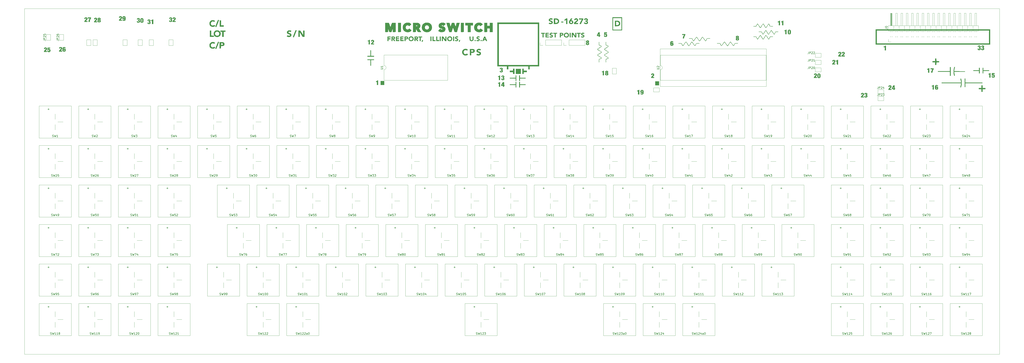
<source format=gbr>
%TF.GenerationSoftware,KiCad,Pcbnew,(6.0.5-0)*%
%TF.CreationDate,2022-06-24T21:01:44-04:00*%
%TF.ProjectId,SpaceCadet-rounded,53706163-6543-4616-9465-742d726f756e,rev?*%
%TF.SameCoordinates,Original*%
%TF.FileFunction,Legend,Top*%
%TF.FilePolarity,Positive*%
%FSLAX46Y46*%
G04 Gerber Fmt 4.6, Leading zero omitted, Abs format (unit mm)*
G04 Created by KiCad (PCBNEW (6.0.5-0)) date 2022-06-24 21:01:44*
%MOMM*%
%LPD*%
G01*
G04 APERTURE LIST*
%TA.AperFunction,Profile*%
%ADD10C,0.100000*%
%TD*%
%ADD11C,0.150000*%
%ADD12C,0.120000*%
G04 APERTURE END LIST*
D10*
X64250000Y-81300000D02*
X533250000Y-81300000D01*
X533250000Y-81300000D02*
X533250000Y-247900000D01*
X533250000Y-247900000D02*
X64250000Y-247900000D01*
X64250000Y-247900000D02*
X64250000Y-81300000D01*
D11*
%TO.C,SW91*%
X458190476Y-200254761D02*
X458333333Y-200302380D01*
X458571428Y-200302380D01*
X458666666Y-200254761D01*
X458714285Y-200207142D01*
X458761904Y-200111904D01*
X458761904Y-200016666D01*
X458714285Y-199921428D01*
X458666666Y-199873809D01*
X458571428Y-199826190D01*
X458380952Y-199778571D01*
X458285714Y-199730952D01*
X458238095Y-199683333D01*
X458190476Y-199588095D01*
X458190476Y-199492857D01*
X458238095Y-199397619D01*
X458285714Y-199350000D01*
X458380952Y-199302380D01*
X458619047Y-199302380D01*
X458761904Y-199350000D01*
X459095238Y-199302380D02*
X459333333Y-200302380D01*
X459523809Y-199588095D01*
X459714285Y-200302380D01*
X459952380Y-199302380D01*
X460380952Y-200302380D02*
X460571428Y-200302380D01*
X460666666Y-200254761D01*
X460714285Y-200207142D01*
X460809523Y-200064285D01*
X460857142Y-199873809D01*
X460857142Y-199492857D01*
X460809523Y-199397619D01*
X460761904Y-199350000D01*
X460666666Y-199302380D01*
X460476190Y-199302380D01*
X460380952Y-199350000D01*
X460333333Y-199397619D01*
X460285714Y-199492857D01*
X460285714Y-199730952D01*
X460333333Y-199826190D01*
X460380952Y-199873809D01*
X460476190Y-199921428D01*
X460666666Y-199921428D01*
X460761904Y-199873809D01*
X460809523Y-199826190D01*
X460857142Y-199730952D01*
X461809523Y-200302380D02*
X461238095Y-200302380D01*
X461523809Y-200302380D02*
X461523809Y-199302380D01*
X461428571Y-199445238D01*
X461333333Y-199540476D01*
X461238095Y-199588095D01*
X456444047Y-186923828D02*
X457205952Y-186923828D01*
X456825000Y-187304780D02*
X456825000Y-186542876D01*
%TO.C,SW73*%
X96240476Y-200254761D02*
X96383333Y-200302380D01*
X96621428Y-200302380D01*
X96716666Y-200254761D01*
X96764285Y-200207142D01*
X96811904Y-200111904D01*
X96811904Y-200016666D01*
X96764285Y-199921428D01*
X96716666Y-199873809D01*
X96621428Y-199826190D01*
X96430952Y-199778571D01*
X96335714Y-199730952D01*
X96288095Y-199683333D01*
X96240476Y-199588095D01*
X96240476Y-199492857D01*
X96288095Y-199397619D01*
X96335714Y-199350000D01*
X96430952Y-199302380D01*
X96669047Y-199302380D01*
X96811904Y-199350000D01*
X97145238Y-199302380D02*
X97383333Y-200302380D01*
X97573809Y-199588095D01*
X97764285Y-200302380D01*
X98002380Y-199302380D01*
X98288095Y-199302380D02*
X98954761Y-199302380D01*
X98526190Y-200302380D01*
X99240476Y-199302380D02*
X99859523Y-199302380D01*
X99526190Y-199683333D01*
X99669047Y-199683333D01*
X99764285Y-199730952D01*
X99811904Y-199778571D01*
X99859523Y-199873809D01*
X99859523Y-200111904D01*
X99811904Y-200207142D01*
X99764285Y-200254761D01*
X99669047Y-200302380D01*
X99383333Y-200302380D01*
X99288095Y-200254761D01*
X99240476Y-200207142D01*
X94494047Y-186923828D02*
X95255952Y-186923828D01*
X94875000Y-187304780D02*
X94875000Y-186542876D01*
%TO.C,SW104*%
X252926785Y-219304761D02*
X253069642Y-219352380D01*
X253307738Y-219352380D01*
X253402976Y-219304761D01*
X253450595Y-219257142D01*
X253498214Y-219161904D01*
X253498214Y-219066666D01*
X253450595Y-218971428D01*
X253402976Y-218923809D01*
X253307738Y-218876190D01*
X253117261Y-218828571D01*
X253022023Y-218780952D01*
X252974404Y-218733333D01*
X252926785Y-218638095D01*
X252926785Y-218542857D01*
X252974404Y-218447619D01*
X253022023Y-218400000D01*
X253117261Y-218352380D01*
X253355357Y-218352380D01*
X253498214Y-218400000D01*
X253831547Y-218352380D02*
X254069642Y-219352380D01*
X254260119Y-218638095D01*
X254450595Y-219352380D01*
X254688690Y-218352380D01*
X255593452Y-219352380D02*
X255022023Y-219352380D01*
X255307738Y-219352380D02*
X255307738Y-218352380D01*
X255212500Y-218495238D01*
X255117261Y-218590476D01*
X255022023Y-218638095D01*
X256212500Y-218352380D02*
X256307738Y-218352380D01*
X256402976Y-218400000D01*
X256450595Y-218447619D01*
X256498214Y-218542857D01*
X256545833Y-218733333D01*
X256545833Y-218971428D01*
X256498214Y-219161904D01*
X256450595Y-219257142D01*
X256402976Y-219304761D01*
X256307738Y-219352380D01*
X256212500Y-219352380D01*
X256117261Y-219304761D01*
X256069642Y-219257142D01*
X256022023Y-219161904D01*
X255974404Y-218971428D01*
X255974404Y-218733333D01*
X256022023Y-218542857D01*
X256069642Y-218447619D01*
X256117261Y-218400000D01*
X256212500Y-218352380D01*
X257402976Y-218685714D02*
X257402976Y-219352380D01*
X257164880Y-218304761D02*
X256926785Y-219019047D01*
X257545833Y-219019047D01*
X251656547Y-205973828D02*
X252418452Y-205973828D01*
X252037500Y-206354780D02*
X252037500Y-205592876D01*
%TO.C,SW31*%
X191490476Y-162154761D02*
X191633333Y-162202380D01*
X191871428Y-162202380D01*
X191966666Y-162154761D01*
X192014285Y-162107142D01*
X192061904Y-162011904D01*
X192061904Y-161916666D01*
X192014285Y-161821428D01*
X191966666Y-161773809D01*
X191871428Y-161726190D01*
X191680952Y-161678571D01*
X191585714Y-161630952D01*
X191538095Y-161583333D01*
X191490476Y-161488095D01*
X191490476Y-161392857D01*
X191538095Y-161297619D01*
X191585714Y-161250000D01*
X191680952Y-161202380D01*
X191919047Y-161202380D01*
X192061904Y-161250000D01*
X192395238Y-161202380D02*
X192633333Y-162202380D01*
X192823809Y-161488095D01*
X193014285Y-162202380D01*
X193252380Y-161202380D01*
X193538095Y-161202380D02*
X194157142Y-161202380D01*
X193823809Y-161583333D01*
X193966666Y-161583333D01*
X194061904Y-161630952D01*
X194109523Y-161678571D01*
X194157142Y-161773809D01*
X194157142Y-162011904D01*
X194109523Y-162107142D01*
X194061904Y-162154761D01*
X193966666Y-162202380D01*
X193680952Y-162202380D01*
X193585714Y-162154761D01*
X193538095Y-162107142D01*
X195109523Y-162202380D02*
X194538095Y-162202380D01*
X194823809Y-162202380D02*
X194823809Y-161202380D01*
X194728571Y-161345238D01*
X194633333Y-161440476D01*
X194538095Y-161488095D01*
X189744047Y-148823828D02*
X190505952Y-148823828D01*
X190125000Y-149204780D02*
X190125000Y-148442876D01*
%TO.C,SW7*%
X191966666Y-143104761D02*
X192109523Y-143152380D01*
X192347619Y-143152380D01*
X192442857Y-143104761D01*
X192490476Y-143057142D01*
X192538095Y-142961904D01*
X192538095Y-142866666D01*
X192490476Y-142771428D01*
X192442857Y-142723809D01*
X192347619Y-142676190D01*
X192157142Y-142628571D01*
X192061904Y-142580952D01*
X192014285Y-142533333D01*
X191966666Y-142438095D01*
X191966666Y-142342857D01*
X192014285Y-142247619D01*
X192061904Y-142200000D01*
X192157142Y-142152380D01*
X192395238Y-142152380D01*
X192538095Y-142200000D01*
X192871428Y-142152380D02*
X193109523Y-143152380D01*
X193300000Y-142438095D01*
X193490476Y-143152380D01*
X193728571Y-142152380D01*
X194014285Y-142152380D02*
X194680952Y-142152380D01*
X194252380Y-143152380D01*
X189744047Y-129773828D02*
X190505952Y-129773828D01*
X190125000Y-130154780D02*
X190125000Y-129392876D01*
%TO.C,SW112*%
X405326785Y-219304761D02*
X405469642Y-219352380D01*
X405707738Y-219352380D01*
X405802976Y-219304761D01*
X405850595Y-219257142D01*
X405898214Y-219161904D01*
X405898214Y-219066666D01*
X405850595Y-218971428D01*
X405802976Y-218923809D01*
X405707738Y-218876190D01*
X405517261Y-218828571D01*
X405422023Y-218780952D01*
X405374404Y-218733333D01*
X405326785Y-218638095D01*
X405326785Y-218542857D01*
X405374404Y-218447619D01*
X405422023Y-218400000D01*
X405517261Y-218352380D01*
X405755357Y-218352380D01*
X405898214Y-218400000D01*
X406231547Y-218352380D02*
X406469642Y-219352380D01*
X406660119Y-218638095D01*
X406850595Y-219352380D01*
X407088690Y-218352380D01*
X407993452Y-219352380D02*
X407422023Y-219352380D01*
X407707738Y-219352380D02*
X407707738Y-218352380D01*
X407612500Y-218495238D01*
X407517261Y-218590476D01*
X407422023Y-218638095D01*
X408945833Y-219352380D02*
X408374404Y-219352380D01*
X408660119Y-219352380D02*
X408660119Y-218352380D01*
X408564880Y-218495238D01*
X408469642Y-218590476D01*
X408374404Y-218638095D01*
X409326785Y-218447619D02*
X409374404Y-218400000D01*
X409469642Y-218352380D01*
X409707738Y-218352380D01*
X409802976Y-218400000D01*
X409850595Y-218447619D01*
X409898214Y-218542857D01*
X409898214Y-218638095D01*
X409850595Y-218780952D01*
X409279166Y-219352380D01*
X409898214Y-219352380D01*
X404056547Y-205973828D02*
X404818452Y-205973828D01*
X404437500Y-206354780D02*
X404437500Y-205592876D01*
%TO.C,SW113*%
X424376785Y-219304761D02*
X424519642Y-219352380D01*
X424757738Y-219352380D01*
X424852976Y-219304761D01*
X424900595Y-219257142D01*
X424948214Y-219161904D01*
X424948214Y-219066666D01*
X424900595Y-218971428D01*
X424852976Y-218923809D01*
X424757738Y-218876190D01*
X424567261Y-218828571D01*
X424472023Y-218780952D01*
X424424404Y-218733333D01*
X424376785Y-218638095D01*
X424376785Y-218542857D01*
X424424404Y-218447619D01*
X424472023Y-218400000D01*
X424567261Y-218352380D01*
X424805357Y-218352380D01*
X424948214Y-218400000D01*
X425281547Y-218352380D02*
X425519642Y-219352380D01*
X425710119Y-218638095D01*
X425900595Y-219352380D01*
X426138690Y-218352380D01*
X427043452Y-219352380D02*
X426472023Y-219352380D01*
X426757738Y-219352380D02*
X426757738Y-218352380D01*
X426662500Y-218495238D01*
X426567261Y-218590476D01*
X426472023Y-218638095D01*
X427995833Y-219352380D02*
X427424404Y-219352380D01*
X427710119Y-219352380D02*
X427710119Y-218352380D01*
X427614880Y-218495238D01*
X427519642Y-218590476D01*
X427424404Y-218638095D01*
X428329166Y-218352380D02*
X428948214Y-218352380D01*
X428614880Y-218733333D01*
X428757738Y-218733333D01*
X428852976Y-218780952D01*
X428900595Y-218828571D01*
X428948214Y-218923809D01*
X428948214Y-219161904D01*
X428900595Y-219257142D01*
X428852976Y-219304761D01*
X428757738Y-219352380D01*
X428472023Y-219352380D01*
X428376785Y-219304761D01*
X428329166Y-219257142D01*
X423106547Y-205973828D02*
X423868452Y-205973828D01*
X423487500Y-206354780D02*
X423487500Y-205592876D01*
%TO.C,SW127*%
X495814285Y-238354761D02*
X495957142Y-238402380D01*
X496195238Y-238402380D01*
X496290476Y-238354761D01*
X496338095Y-238307142D01*
X496385714Y-238211904D01*
X496385714Y-238116666D01*
X496338095Y-238021428D01*
X496290476Y-237973809D01*
X496195238Y-237926190D01*
X496004761Y-237878571D01*
X495909523Y-237830952D01*
X495861904Y-237783333D01*
X495814285Y-237688095D01*
X495814285Y-237592857D01*
X495861904Y-237497619D01*
X495909523Y-237450000D01*
X496004761Y-237402380D01*
X496242857Y-237402380D01*
X496385714Y-237450000D01*
X496719047Y-237402380D02*
X496957142Y-238402380D01*
X497147619Y-237688095D01*
X497338095Y-238402380D01*
X497576190Y-237402380D01*
X498480952Y-238402380D02*
X497909523Y-238402380D01*
X498195238Y-238402380D02*
X498195238Y-237402380D01*
X498100000Y-237545238D01*
X498004761Y-237640476D01*
X497909523Y-237688095D01*
X498861904Y-237497619D02*
X498909523Y-237450000D01*
X499004761Y-237402380D01*
X499242857Y-237402380D01*
X499338095Y-237450000D01*
X499385714Y-237497619D01*
X499433333Y-237592857D01*
X499433333Y-237688095D01*
X499385714Y-237830952D01*
X498814285Y-238402380D01*
X499433333Y-238402380D01*
X499766666Y-237402380D02*
X500433333Y-237402380D01*
X500004761Y-238402380D01*
X494544047Y-225023828D02*
X495305952Y-225023828D01*
X494925000Y-225404780D02*
X494925000Y-224642876D01*
%TO.C,U2*%
X368475380Y-110494904D02*
X369284904Y-110494904D01*
X369380142Y-110447285D01*
X369427761Y-110399666D01*
X369475380Y-110304428D01*
X369475380Y-110113952D01*
X369427761Y-110018714D01*
X369380142Y-109971095D01*
X369284904Y-109923476D01*
X368475380Y-109923476D01*
X368570619Y-109494904D02*
X368523000Y-109447285D01*
X368475380Y-109352047D01*
X368475380Y-109113952D01*
X368523000Y-109018714D01*
X368570619Y-108971095D01*
X368665857Y-108923476D01*
X368761095Y-108923476D01*
X368903952Y-108971095D01*
X369475380Y-109542523D01*
X369475380Y-108923476D01*
%TO.C,SW1*%
X77666666Y-143104761D02*
X77809523Y-143152380D01*
X78047619Y-143152380D01*
X78142857Y-143104761D01*
X78190476Y-143057142D01*
X78238095Y-142961904D01*
X78238095Y-142866666D01*
X78190476Y-142771428D01*
X78142857Y-142723809D01*
X78047619Y-142676190D01*
X77857142Y-142628571D01*
X77761904Y-142580952D01*
X77714285Y-142533333D01*
X77666666Y-142438095D01*
X77666666Y-142342857D01*
X77714285Y-142247619D01*
X77761904Y-142200000D01*
X77857142Y-142152380D01*
X78095238Y-142152380D01*
X78238095Y-142200000D01*
X78571428Y-142152380D02*
X78809523Y-143152380D01*
X79000000Y-142438095D01*
X79190476Y-143152380D01*
X79428571Y-142152380D01*
X80333333Y-143152380D02*
X79761904Y-143152380D01*
X80047619Y-143152380D02*
X80047619Y-142152380D01*
X79952380Y-142295238D01*
X79857142Y-142390476D01*
X79761904Y-142438095D01*
X75444047Y-129773828D02*
X76205952Y-129773828D01*
X75825000Y-130154780D02*
X75825000Y-129392876D01*
%TO.C,SW10*%
X248640476Y-143104761D02*
X248783333Y-143152380D01*
X249021428Y-143152380D01*
X249116666Y-143104761D01*
X249164285Y-143057142D01*
X249211904Y-142961904D01*
X249211904Y-142866666D01*
X249164285Y-142771428D01*
X249116666Y-142723809D01*
X249021428Y-142676190D01*
X248830952Y-142628571D01*
X248735714Y-142580952D01*
X248688095Y-142533333D01*
X248640476Y-142438095D01*
X248640476Y-142342857D01*
X248688095Y-142247619D01*
X248735714Y-142200000D01*
X248830952Y-142152380D01*
X249069047Y-142152380D01*
X249211904Y-142200000D01*
X249545238Y-142152380D02*
X249783333Y-143152380D01*
X249973809Y-142438095D01*
X250164285Y-143152380D01*
X250402380Y-142152380D01*
X251307142Y-143152380D02*
X250735714Y-143152380D01*
X251021428Y-143152380D02*
X251021428Y-142152380D01*
X250926190Y-142295238D01*
X250830952Y-142390476D01*
X250735714Y-142438095D01*
X251926190Y-142152380D02*
X252021428Y-142152380D01*
X252116666Y-142200000D01*
X252164285Y-142247619D01*
X252211904Y-142342857D01*
X252259523Y-142533333D01*
X252259523Y-142771428D01*
X252211904Y-142961904D01*
X252164285Y-143057142D01*
X252116666Y-143104761D01*
X252021428Y-143152380D01*
X251926190Y-143152380D01*
X251830952Y-143104761D01*
X251783333Y-143057142D01*
X251735714Y-142961904D01*
X251688095Y-142771428D01*
X251688095Y-142533333D01*
X251735714Y-142342857D01*
X251783333Y-142247619D01*
X251830952Y-142200000D01*
X251926190Y-142152380D01*
X246894047Y-129773828D02*
X247655952Y-129773828D01*
X247275000Y-130154780D02*
X247275000Y-129392876D01*
%TO.C,SW59*%
X277215476Y-181204761D02*
X277358333Y-181252380D01*
X277596428Y-181252380D01*
X277691666Y-181204761D01*
X277739285Y-181157142D01*
X277786904Y-181061904D01*
X277786904Y-180966666D01*
X277739285Y-180871428D01*
X277691666Y-180823809D01*
X277596428Y-180776190D01*
X277405952Y-180728571D01*
X277310714Y-180680952D01*
X277263095Y-180633333D01*
X277215476Y-180538095D01*
X277215476Y-180442857D01*
X277263095Y-180347619D01*
X277310714Y-180300000D01*
X277405952Y-180252380D01*
X277644047Y-180252380D01*
X277786904Y-180300000D01*
X278120238Y-180252380D02*
X278358333Y-181252380D01*
X278548809Y-180538095D01*
X278739285Y-181252380D01*
X278977380Y-180252380D01*
X279834523Y-180252380D02*
X279358333Y-180252380D01*
X279310714Y-180728571D01*
X279358333Y-180680952D01*
X279453571Y-180633333D01*
X279691666Y-180633333D01*
X279786904Y-180680952D01*
X279834523Y-180728571D01*
X279882142Y-180823809D01*
X279882142Y-181061904D01*
X279834523Y-181157142D01*
X279786904Y-181204761D01*
X279691666Y-181252380D01*
X279453571Y-181252380D01*
X279358333Y-181204761D01*
X279310714Y-181157142D01*
X280358333Y-181252380D02*
X280548809Y-181252380D01*
X280644047Y-181204761D01*
X280691666Y-181157142D01*
X280786904Y-181014285D01*
X280834523Y-180823809D01*
X280834523Y-180442857D01*
X280786904Y-180347619D01*
X280739285Y-180300000D01*
X280644047Y-180252380D01*
X280453571Y-180252380D01*
X280358333Y-180300000D01*
X280310714Y-180347619D01*
X280263095Y-180442857D01*
X280263095Y-180680952D01*
X280310714Y-180776190D01*
X280358333Y-180823809D01*
X280453571Y-180871428D01*
X280644047Y-180871428D01*
X280739285Y-180823809D01*
X280786904Y-180776190D01*
X280834523Y-180680952D01*
X275469047Y-167873828D02*
X276230952Y-167873828D01*
X275850000Y-168254780D02*
X275850000Y-167492876D01*
%TO.C,J0*%
X478253380Y-90752333D02*
X478967666Y-90752333D01*
X479110523Y-90799952D01*
X479205761Y-90895190D01*
X479253380Y-91038047D01*
X479253380Y-91133285D01*
X478253380Y-90085666D02*
X478253380Y-89990428D01*
X478301000Y-89895190D01*
X478348619Y-89847571D01*
X478443857Y-89799952D01*
X478634333Y-89752333D01*
X478872428Y-89752333D01*
X479062904Y-89799952D01*
X479158142Y-89847571D01*
X479205761Y-89895190D01*
X479253380Y-89990428D01*
X479253380Y-90085666D01*
X479205761Y-90180904D01*
X479158142Y-90228523D01*
X479062904Y-90276142D01*
X478872428Y-90323761D01*
X478634333Y-90323761D01*
X478443857Y-90276142D01*
X478348619Y-90228523D01*
X478301000Y-90180904D01*
X478253380Y-90085666D01*
%TO.C,SW98*%
X134340476Y-219304761D02*
X134483333Y-219352380D01*
X134721428Y-219352380D01*
X134816666Y-219304761D01*
X134864285Y-219257142D01*
X134911904Y-219161904D01*
X134911904Y-219066666D01*
X134864285Y-218971428D01*
X134816666Y-218923809D01*
X134721428Y-218876190D01*
X134530952Y-218828571D01*
X134435714Y-218780952D01*
X134388095Y-218733333D01*
X134340476Y-218638095D01*
X134340476Y-218542857D01*
X134388095Y-218447619D01*
X134435714Y-218400000D01*
X134530952Y-218352380D01*
X134769047Y-218352380D01*
X134911904Y-218400000D01*
X135245238Y-218352380D02*
X135483333Y-219352380D01*
X135673809Y-218638095D01*
X135864285Y-219352380D01*
X136102380Y-218352380D01*
X136530952Y-219352380D02*
X136721428Y-219352380D01*
X136816666Y-219304761D01*
X136864285Y-219257142D01*
X136959523Y-219114285D01*
X137007142Y-218923809D01*
X137007142Y-218542857D01*
X136959523Y-218447619D01*
X136911904Y-218400000D01*
X136816666Y-218352380D01*
X136626190Y-218352380D01*
X136530952Y-218400000D01*
X136483333Y-218447619D01*
X136435714Y-218542857D01*
X136435714Y-218780952D01*
X136483333Y-218876190D01*
X136530952Y-218923809D01*
X136626190Y-218971428D01*
X136816666Y-218971428D01*
X136911904Y-218923809D01*
X136959523Y-218876190D01*
X137007142Y-218780952D01*
X137578571Y-218780952D02*
X137483333Y-218733333D01*
X137435714Y-218685714D01*
X137388095Y-218590476D01*
X137388095Y-218542857D01*
X137435714Y-218447619D01*
X137483333Y-218400000D01*
X137578571Y-218352380D01*
X137769047Y-218352380D01*
X137864285Y-218400000D01*
X137911904Y-218447619D01*
X137959523Y-218542857D01*
X137959523Y-218590476D01*
X137911904Y-218685714D01*
X137864285Y-218733333D01*
X137769047Y-218780952D01*
X137578571Y-218780952D01*
X137483333Y-218828571D01*
X137435714Y-218876190D01*
X137388095Y-218971428D01*
X137388095Y-219161904D01*
X137435714Y-219257142D01*
X137483333Y-219304761D01*
X137578571Y-219352380D01*
X137769047Y-219352380D01*
X137864285Y-219304761D01*
X137911904Y-219257142D01*
X137959523Y-219161904D01*
X137959523Y-218971428D01*
X137911904Y-218876190D01*
X137864285Y-218828571D01*
X137769047Y-218780952D01*
X132594047Y-205973828D02*
X133355952Y-205973828D01*
X132975000Y-206354780D02*
X132975000Y-205592876D01*
%TO.C,SW93*%
X496290476Y-200254761D02*
X496433333Y-200302380D01*
X496671428Y-200302380D01*
X496766666Y-200254761D01*
X496814285Y-200207142D01*
X496861904Y-200111904D01*
X496861904Y-200016666D01*
X496814285Y-199921428D01*
X496766666Y-199873809D01*
X496671428Y-199826190D01*
X496480952Y-199778571D01*
X496385714Y-199730952D01*
X496338095Y-199683333D01*
X496290476Y-199588095D01*
X496290476Y-199492857D01*
X496338095Y-199397619D01*
X496385714Y-199350000D01*
X496480952Y-199302380D01*
X496719047Y-199302380D01*
X496861904Y-199350000D01*
X497195238Y-199302380D02*
X497433333Y-200302380D01*
X497623809Y-199588095D01*
X497814285Y-200302380D01*
X498052380Y-199302380D01*
X498480952Y-200302380D02*
X498671428Y-200302380D01*
X498766666Y-200254761D01*
X498814285Y-200207142D01*
X498909523Y-200064285D01*
X498957142Y-199873809D01*
X498957142Y-199492857D01*
X498909523Y-199397619D01*
X498861904Y-199350000D01*
X498766666Y-199302380D01*
X498576190Y-199302380D01*
X498480952Y-199350000D01*
X498433333Y-199397619D01*
X498385714Y-199492857D01*
X498385714Y-199730952D01*
X498433333Y-199826190D01*
X498480952Y-199873809D01*
X498576190Y-199921428D01*
X498766666Y-199921428D01*
X498861904Y-199873809D01*
X498909523Y-199826190D01*
X498957142Y-199730952D01*
X499290476Y-199302380D02*
X499909523Y-199302380D01*
X499576190Y-199683333D01*
X499719047Y-199683333D01*
X499814285Y-199730952D01*
X499861904Y-199778571D01*
X499909523Y-199873809D01*
X499909523Y-200111904D01*
X499861904Y-200207142D01*
X499814285Y-200254761D01*
X499719047Y-200302380D01*
X499433333Y-200302380D01*
X499338095Y-200254761D01*
X499290476Y-200207142D01*
X494544047Y-186923828D02*
X495305952Y-186923828D01*
X494925000Y-187304780D02*
X494925000Y-186542876D01*
%TO.C,U1*%
X235623380Y-110469904D02*
X236432904Y-110469904D01*
X236528142Y-110422285D01*
X236575761Y-110374666D01*
X236623380Y-110279428D01*
X236623380Y-110088952D01*
X236575761Y-109993714D01*
X236528142Y-109946095D01*
X236432904Y-109898476D01*
X235623380Y-109898476D01*
X236623380Y-108898476D02*
X236623380Y-109469904D01*
X236623380Y-109184190D02*
X235623380Y-109184190D01*
X235766238Y-109279428D01*
X235861476Y-109374666D01*
X235909095Y-109469904D01*
%TO.C,SW119*%
X95764285Y-238354761D02*
X95907142Y-238402380D01*
X96145238Y-238402380D01*
X96240476Y-238354761D01*
X96288095Y-238307142D01*
X96335714Y-238211904D01*
X96335714Y-238116666D01*
X96288095Y-238021428D01*
X96240476Y-237973809D01*
X96145238Y-237926190D01*
X95954761Y-237878571D01*
X95859523Y-237830952D01*
X95811904Y-237783333D01*
X95764285Y-237688095D01*
X95764285Y-237592857D01*
X95811904Y-237497619D01*
X95859523Y-237450000D01*
X95954761Y-237402380D01*
X96192857Y-237402380D01*
X96335714Y-237450000D01*
X96669047Y-237402380D02*
X96907142Y-238402380D01*
X97097619Y-237688095D01*
X97288095Y-238402380D01*
X97526190Y-237402380D01*
X98430952Y-238402380D02*
X97859523Y-238402380D01*
X98145238Y-238402380D02*
X98145238Y-237402380D01*
X98050000Y-237545238D01*
X97954761Y-237640476D01*
X97859523Y-237688095D01*
X99383333Y-238402380D02*
X98811904Y-238402380D01*
X99097619Y-238402380D02*
X99097619Y-237402380D01*
X99002380Y-237545238D01*
X98907142Y-237640476D01*
X98811904Y-237688095D01*
X99859523Y-238402380D02*
X100050000Y-238402380D01*
X100145238Y-238354761D01*
X100192857Y-238307142D01*
X100288095Y-238164285D01*
X100335714Y-237973809D01*
X100335714Y-237592857D01*
X100288095Y-237497619D01*
X100240476Y-237450000D01*
X100145238Y-237402380D01*
X99954761Y-237402380D01*
X99859523Y-237450000D01*
X99811904Y-237497619D01*
X99764285Y-237592857D01*
X99764285Y-237830952D01*
X99811904Y-237926190D01*
X99859523Y-237973809D01*
X99954761Y-238021428D01*
X100145238Y-238021428D01*
X100240476Y-237973809D01*
X100288095Y-237926190D01*
X100335714Y-237830952D01*
X94494047Y-225023828D02*
X95255952Y-225023828D01*
X94875000Y-225404780D02*
X94875000Y-224642876D01*
%TO.C,SW57*%
X239115476Y-181204761D02*
X239258333Y-181252380D01*
X239496428Y-181252380D01*
X239591666Y-181204761D01*
X239639285Y-181157142D01*
X239686904Y-181061904D01*
X239686904Y-180966666D01*
X239639285Y-180871428D01*
X239591666Y-180823809D01*
X239496428Y-180776190D01*
X239305952Y-180728571D01*
X239210714Y-180680952D01*
X239163095Y-180633333D01*
X239115476Y-180538095D01*
X239115476Y-180442857D01*
X239163095Y-180347619D01*
X239210714Y-180300000D01*
X239305952Y-180252380D01*
X239544047Y-180252380D01*
X239686904Y-180300000D01*
X240020238Y-180252380D02*
X240258333Y-181252380D01*
X240448809Y-180538095D01*
X240639285Y-181252380D01*
X240877380Y-180252380D01*
X241734523Y-180252380D02*
X241258333Y-180252380D01*
X241210714Y-180728571D01*
X241258333Y-180680952D01*
X241353571Y-180633333D01*
X241591666Y-180633333D01*
X241686904Y-180680952D01*
X241734523Y-180728571D01*
X241782142Y-180823809D01*
X241782142Y-181061904D01*
X241734523Y-181157142D01*
X241686904Y-181204761D01*
X241591666Y-181252380D01*
X241353571Y-181252380D01*
X241258333Y-181204761D01*
X241210714Y-181157142D01*
X242115476Y-180252380D02*
X242782142Y-180252380D01*
X242353571Y-181252380D01*
X237369047Y-167873828D02*
X238130952Y-167873828D01*
X237750000Y-168254780D02*
X237750000Y-167492876D01*
%TO.C,SW92*%
X477240476Y-200254761D02*
X477383333Y-200302380D01*
X477621428Y-200302380D01*
X477716666Y-200254761D01*
X477764285Y-200207142D01*
X477811904Y-200111904D01*
X477811904Y-200016666D01*
X477764285Y-199921428D01*
X477716666Y-199873809D01*
X477621428Y-199826190D01*
X477430952Y-199778571D01*
X477335714Y-199730952D01*
X477288095Y-199683333D01*
X477240476Y-199588095D01*
X477240476Y-199492857D01*
X477288095Y-199397619D01*
X477335714Y-199350000D01*
X477430952Y-199302380D01*
X477669047Y-199302380D01*
X477811904Y-199350000D01*
X478145238Y-199302380D02*
X478383333Y-200302380D01*
X478573809Y-199588095D01*
X478764285Y-200302380D01*
X479002380Y-199302380D01*
X479430952Y-200302380D02*
X479621428Y-200302380D01*
X479716666Y-200254761D01*
X479764285Y-200207142D01*
X479859523Y-200064285D01*
X479907142Y-199873809D01*
X479907142Y-199492857D01*
X479859523Y-199397619D01*
X479811904Y-199350000D01*
X479716666Y-199302380D01*
X479526190Y-199302380D01*
X479430952Y-199350000D01*
X479383333Y-199397619D01*
X479335714Y-199492857D01*
X479335714Y-199730952D01*
X479383333Y-199826190D01*
X479430952Y-199873809D01*
X479526190Y-199921428D01*
X479716666Y-199921428D01*
X479811904Y-199873809D01*
X479859523Y-199826190D01*
X479907142Y-199730952D01*
X480288095Y-199397619D02*
X480335714Y-199350000D01*
X480430952Y-199302380D01*
X480669047Y-199302380D01*
X480764285Y-199350000D01*
X480811904Y-199397619D01*
X480859523Y-199492857D01*
X480859523Y-199588095D01*
X480811904Y-199730952D01*
X480240476Y-200302380D01*
X480859523Y-200302380D01*
X475494047Y-186923828D02*
X476255952Y-186923828D01*
X475875000Y-187304780D02*
X475875000Y-186542876D01*
%TO.C,SW83*%
X301027976Y-200254761D02*
X301170833Y-200302380D01*
X301408928Y-200302380D01*
X301504166Y-200254761D01*
X301551785Y-200207142D01*
X301599404Y-200111904D01*
X301599404Y-200016666D01*
X301551785Y-199921428D01*
X301504166Y-199873809D01*
X301408928Y-199826190D01*
X301218452Y-199778571D01*
X301123214Y-199730952D01*
X301075595Y-199683333D01*
X301027976Y-199588095D01*
X301027976Y-199492857D01*
X301075595Y-199397619D01*
X301123214Y-199350000D01*
X301218452Y-199302380D01*
X301456547Y-199302380D01*
X301599404Y-199350000D01*
X301932738Y-199302380D02*
X302170833Y-200302380D01*
X302361309Y-199588095D01*
X302551785Y-200302380D01*
X302789880Y-199302380D01*
X303313690Y-199730952D02*
X303218452Y-199683333D01*
X303170833Y-199635714D01*
X303123214Y-199540476D01*
X303123214Y-199492857D01*
X303170833Y-199397619D01*
X303218452Y-199350000D01*
X303313690Y-199302380D01*
X303504166Y-199302380D01*
X303599404Y-199350000D01*
X303647023Y-199397619D01*
X303694642Y-199492857D01*
X303694642Y-199540476D01*
X303647023Y-199635714D01*
X303599404Y-199683333D01*
X303504166Y-199730952D01*
X303313690Y-199730952D01*
X303218452Y-199778571D01*
X303170833Y-199826190D01*
X303123214Y-199921428D01*
X303123214Y-200111904D01*
X303170833Y-200207142D01*
X303218452Y-200254761D01*
X303313690Y-200302380D01*
X303504166Y-200302380D01*
X303599404Y-200254761D01*
X303647023Y-200207142D01*
X303694642Y-200111904D01*
X303694642Y-199921428D01*
X303647023Y-199826190D01*
X303599404Y-199778571D01*
X303504166Y-199730952D01*
X304027976Y-199302380D02*
X304647023Y-199302380D01*
X304313690Y-199683333D01*
X304456547Y-199683333D01*
X304551785Y-199730952D01*
X304599404Y-199778571D01*
X304647023Y-199873809D01*
X304647023Y-200111904D01*
X304599404Y-200207142D01*
X304551785Y-200254761D01*
X304456547Y-200302380D01*
X304170833Y-200302380D01*
X304075595Y-200254761D01*
X304027976Y-200207142D01*
X299281547Y-186923828D02*
X300043452Y-186923828D01*
X299662500Y-187304780D02*
X299662500Y-186542876D01*
%TO.C,SW97*%
X115290476Y-219304761D02*
X115433333Y-219352380D01*
X115671428Y-219352380D01*
X115766666Y-219304761D01*
X115814285Y-219257142D01*
X115861904Y-219161904D01*
X115861904Y-219066666D01*
X115814285Y-218971428D01*
X115766666Y-218923809D01*
X115671428Y-218876190D01*
X115480952Y-218828571D01*
X115385714Y-218780952D01*
X115338095Y-218733333D01*
X115290476Y-218638095D01*
X115290476Y-218542857D01*
X115338095Y-218447619D01*
X115385714Y-218400000D01*
X115480952Y-218352380D01*
X115719047Y-218352380D01*
X115861904Y-218400000D01*
X116195238Y-218352380D02*
X116433333Y-219352380D01*
X116623809Y-218638095D01*
X116814285Y-219352380D01*
X117052380Y-218352380D01*
X117480952Y-219352380D02*
X117671428Y-219352380D01*
X117766666Y-219304761D01*
X117814285Y-219257142D01*
X117909523Y-219114285D01*
X117957142Y-218923809D01*
X117957142Y-218542857D01*
X117909523Y-218447619D01*
X117861904Y-218400000D01*
X117766666Y-218352380D01*
X117576190Y-218352380D01*
X117480952Y-218400000D01*
X117433333Y-218447619D01*
X117385714Y-218542857D01*
X117385714Y-218780952D01*
X117433333Y-218876190D01*
X117480952Y-218923809D01*
X117576190Y-218971428D01*
X117766666Y-218971428D01*
X117861904Y-218923809D01*
X117909523Y-218876190D01*
X117957142Y-218780952D01*
X118290476Y-218352380D02*
X118957142Y-218352380D01*
X118528571Y-219352380D01*
X113544047Y-205973828D02*
X114305952Y-205973828D01*
X113925000Y-206354780D02*
X113925000Y-205592876D01*
%TO.C,SW76*%
X167677976Y-200254761D02*
X167820833Y-200302380D01*
X168058928Y-200302380D01*
X168154166Y-200254761D01*
X168201785Y-200207142D01*
X168249404Y-200111904D01*
X168249404Y-200016666D01*
X168201785Y-199921428D01*
X168154166Y-199873809D01*
X168058928Y-199826190D01*
X167868452Y-199778571D01*
X167773214Y-199730952D01*
X167725595Y-199683333D01*
X167677976Y-199588095D01*
X167677976Y-199492857D01*
X167725595Y-199397619D01*
X167773214Y-199350000D01*
X167868452Y-199302380D01*
X168106547Y-199302380D01*
X168249404Y-199350000D01*
X168582738Y-199302380D02*
X168820833Y-200302380D01*
X169011309Y-199588095D01*
X169201785Y-200302380D01*
X169439880Y-199302380D01*
X169725595Y-199302380D02*
X170392261Y-199302380D01*
X169963690Y-200302380D01*
X171201785Y-199302380D02*
X171011309Y-199302380D01*
X170916071Y-199350000D01*
X170868452Y-199397619D01*
X170773214Y-199540476D01*
X170725595Y-199730952D01*
X170725595Y-200111904D01*
X170773214Y-200207142D01*
X170820833Y-200254761D01*
X170916071Y-200302380D01*
X171106547Y-200302380D01*
X171201785Y-200254761D01*
X171249404Y-200207142D01*
X171297023Y-200111904D01*
X171297023Y-199873809D01*
X171249404Y-199778571D01*
X171201785Y-199730952D01*
X171106547Y-199683333D01*
X170916071Y-199683333D01*
X170820833Y-199730952D01*
X170773214Y-199778571D01*
X170725595Y-199873809D01*
X165931547Y-186923828D02*
X166693452Y-186923828D01*
X166312500Y-187304780D02*
X166312500Y-186542876D01*
%TO.C,SW110*%
X367226785Y-219304761D02*
X367369642Y-219352380D01*
X367607738Y-219352380D01*
X367702976Y-219304761D01*
X367750595Y-219257142D01*
X367798214Y-219161904D01*
X367798214Y-219066666D01*
X367750595Y-218971428D01*
X367702976Y-218923809D01*
X367607738Y-218876190D01*
X367417261Y-218828571D01*
X367322023Y-218780952D01*
X367274404Y-218733333D01*
X367226785Y-218638095D01*
X367226785Y-218542857D01*
X367274404Y-218447619D01*
X367322023Y-218400000D01*
X367417261Y-218352380D01*
X367655357Y-218352380D01*
X367798214Y-218400000D01*
X368131547Y-218352380D02*
X368369642Y-219352380D01*
X368560119Y-218638095D01*
X368750595Y-219352380D01*
X368988690Y-218352380D01*
X369893452Y-219352380D02*
X369322023Y-219352380D01*
X369607738Y-219352380D02*
X369607738Y-218352380D01*
X369512500Y-218495238D01*
X369417261Y-218590476D01*
X369322023Y-218638095D01*
X370845833Y-219352380D02*
X370274404Y-219352380D01*
X370560119Y-219352380D02*
X370560119Y-218352380D01*
X370464880Y-218495238D01*
X370369642Y-218590476D01*
X370274404Y-218638095D01*
X371464880Y-218352380D02*
X371560119Y-218352380D01*
X371655357Y-218400000D01*
X371702976Y-218447619D01*
X371750595Y-218542857D01*
X371798214Y-218733333D01*
X371798214Y-218971428D01*
X371750595Y-219161904D01*
X371702976Y-219257142D01*
X371655357Y-219304761D01*
X371560119Y-219352380D01*
X371464880Y-219352380D01*
X371369642Y-219304761D01*
X371322023Y-219257142D01*
X371274404Y-219161904D01*
X371226785Y-218971428D01*
X371226785Y-218733333D01*
X371274404Y-218542857D01*
X371322023Y-218447619D01*
X371369642Y-218400000D01*
X371464880Y-218352380D01*
X365956547Y-205973828D02*
X366718452Y-205973828D01*
X366337500Y-206354780D02*
X366337500Y-205592876D01*
%TO.C,SW128*%
X514864285Y-238354761D02*
X515007142Y-238402380D01*
X515245238Y-238402380D01*
X515340476Y-238354761D01*
X515388095Y-238307142D01*
X515435714Y-238211904D01*
X515435714Y-238116666D01*
X515388095Y-238021428D01*
X515340476Y-237973809D01*
X515245238Y-237926190D01*
X515054761Y-237878571D01*
X514959523Y-237830952D01*
X514911904Y-237783333D01*
X514864285Y-237688095D01*
X514864285Y-237592857D01*
X514911904Y-237497619D01*
X514959523Y-237450000D01*
X515054761Y-237402380D01*
X515292857Y-237402380D01*
X515435714Y-237450000D01*
X515769047Y-237402380D02*
X516007142Y-238402380D01*
X516197619Y-237688095D01*
X516388095Y-238402380D01*
X516626190Y-237402380D01*
X517530952Y-238402380D02*
X516959523Y-238402380D01*
X517245238Y-238402380D02*
X517245238Y-237402380D01*
X517150000Y-237545238D01*
X517054761Y-237640476D01*
X516959523Y-237688095D01*
X517911904Y-237497619D02*
X517959523Y-237450000D01*
X518054761Y-237402380D01*
X518292857Y-237402380D01*
X518388095Y-237450000D01*
X518435714Y-237497619D01*
X518483333Y-237592857D01*
X518483333Y-237688095D01*
X518435714Y-237830952D01*
X517864285Y-238402380D01*
X518483333Y-238402380D01*
X519054761Y-237830952D02*
X518959523Y-237783333D01*
X518911904Y-237735714D01*
X518864285Y-237640476D01*
X518864285Y-237592857D01*
X518911904Y-237497619D01*
X518959523Y-237450000D01*
X519054761Y-237402380D01*
X519245238Y-237402380D01*
X519340476Y-237450000D01*
X519388095Y-237497619D01*
X519435714Y-237592857D01*
X519435714Y-237640476D01*
X519388095Y-237735714D01*
X519340476Y-237783333D01*
X519245238Y-237830952D01*
X519054761Y-237830952D01*
X518959523Y-237878571D01*
X518911904Y-237926190D01*
X518864285Y-238021428D01*
X518864285Y-238211904D01*
X518911904Y-238307142D01*
X518959523Y-238354761D01*
X519054761Y-238402380D01*
X519245238Y-238402380D01*
X519340476Y-238354761D01*
X519388095Y-238307142D01*
X519435714Y-238211904D01*
X519435714Y-238021428D01*
X519388095Y-237926190D01*
X519340476Y-237878571D01*
X519245238Y-237830952D01*
X513594047Y-225023828D02*
X514355952Y-225023828D01*
X513975000Y-225404780D02*
X513975000Y-224642876D01*
%TO.C,SW55*%
X201015476Y-181204761D02*
X201158333Y-181252380D01*
X201396428Y-181252380D01*
X201491666Y-181204761D01*
X201539285Y-181157142D01*
X201586904Y-181061904D01*
X201586904Y-180966666D01*
X201539285Y-180871428D01*
X201491666Y-180823809D01*
X201396428Y-180776190D01*
X201205952Y-180728571D01*
X201110714Y-180680952D01*
X201063095Y-180633333D01*
X201015476Y-180538095D01*
X201015476Y-180442857D01*
X201063095Y-180347619D01*
X201110714Y-180300000D01*
X201205952Y-180252380D01*
X201444047Y-180252380D01*
X201586904Y-180300000D01*
X201920238Y-180252380D02*
X202158333Y-181252380D01*
X202348809Y-180538095D01*
X202539285Y-181252380D01*
X202777380Y-180252380D01*
X203634523Y-180252380D02*
X203158333Y-180252380D01*
X203110714Y-180728571D01*
X203158333Y-180680952D01*
X203253571Y-180633333D01*
X203491666Y-180633333D01*
X203586904Y-180680952D01*
X203634523Y-180728571D01*
X203682142Y-180823809D01*
X203682142Y-181061904D01*
X203634523Y-181157142D01*
X203586904Y-181204761D01*
X203491666Y-181252380D01*
X203253571Y-181252380D01*
X203158333Y-181204761D01*
X203110714Y-181157142D01*
X204586904Y-180252380D02*
X204110714Y-180252380D01*
X204063095Y-180728571D01*
X204110714Y-180680952D01*
X204205952Y-180633333D01*
X204444047Y-180633333D01*
X204539285Y-180680952D01*
X204586904Y-180728571D01*
X204634523Y-180823809D01*
X204634523Y-181061904D01*
X204586904Y-181157142D01*
X204539285Y-181204761D01*
X204444047Y-181252380D01*
X204205952Y-181252380D01*
X204110714Y-181204761D01*
X204063095Y-181157142D01*
X199269047Y-167873828D02*
X200030952Y-167873828D01*
X199650000Y-168254780D02*
X199650000Y-167492876D01*
%TO.C,SW5*%
X153866666Y-143104761D02*
X154009523Y-143152380D01*
X154247619Y-143152380D01*
X154342857Y-143104761D01*
X154390476Y-143057142D01*
X154438095Y-142961904D01*
X154438095Y-142866666D01*
X154390476Y-142771428D01*
X154342857Y-142723809D01*
X154247619Y-142676190D01*
X154057142Y-142628571D01*
X153961904Y-142580952D01*
X153914285Y-142533333D01*
X153866666Y-142438095D01*
X153866666Y-142342857D01*
X153914285Y-142247619D01*
X153961904Y-142200000D01*
X154057142Y-142152380D01*
X154295238Y-142152380D01*
X154438095Y-142200000D01*
X154771428Y-142152380D02*
X155009523Y-143152380D01*
X155200000Y-142438095D01*
X155390476Y-143152380D01*
X155628571Y-142152380D01*
X156485714Y-142152380D02*
X156009523Y-142152380D01*
X155961904Y-142628571D01*
X156009523Y-142580952D01*
X156104761Y-142533333D01*
X156342857Y-142533333D01*
X156438095Y-142580952D01*
X156485714Y-142628571D01*
X156533333Y-142723809D01*
X156533333Y-142961904D01*
X156485714Y-143057142D01*
X156438095Y-143104761D01*
X156342857Y-143152380D01*
X156104761Y-143152380D01*
X156009523Y-143104761D01*
X155961904Y-143057142D01*
X151644047Y-129773828D02*
X152405952Y-129773828D01*
X152025000Y-130154780D02*
X152025000Y-129392876D01*
%TO.C,SW105*%
X271976785Y-219304761D02*
X272119642Y-219352380D01*
X272357738Y-219352380D01*
X272452976Y-219304761D01*
X272500595Y-219257142D01*
X272548214Y-219161904D01*
X272548214Y-219066666D01*
X272500595Y-218971428D01*
X272452976Y-218923809D01*
X272357738Y-218876190D01*
X272167261Y-218828571D01*
X272072023Y-218780952D01*
X272024404Y-218733333D01*
X271976785Y-218638095D01*
X271976785Y-218542857D01*
X272024404Y-218447619D01*
X272072023Y-218400000D01*
X272167261Y-218352380D01*
X272405357Y-218352380D01*
X272548214Y-218400000D01*
X272881547Y-218352380D02*
X273119642Y-219352380D01*
X273310119Y-218638095D01*
X273500595Y-219352380D01*
X273738690Y-218352380D01*
X274643452Y-219352380D02*
X274072023Y-219352380D01*
X274357738Y-219352380D02*
X274357738Y-218352380D01*
X274262500Y-218495238D01*
X274167261Y-218590476D01*
X274072023Y-218638095D01*
X275262500Y-218352380D02*
X275357738Y-218352380D01*
X275452976Y-218400000D01*
X275500595Y-218447619D01*
X275548214Y-218542857D01*
X275595833Y-218733333D01*
X275595833Y-218971428D01*
X275548214Y-219161904D01*
X275500595Y-219257142D01*
X275452976Y-219304761D01*
X275357738Y-219352380D01*
X275262500Y-219352380D01*
X275167261Y-219304761D01*
X275119642Y-219257142D01*
X275072023Y-219161904D01*
X275024404Y-218971428D01*
X275024404Y-218733333D01*
X275072023Y-218542857D01*
X275119642Y-218447619D01*
X275167261Y-218400000D01*
X275262500Y-218352380D01*
X276500595Y-218352380D02*
X276024404Y-218352380D01*
X275976785Y-218828571D01*
X276024404Y-218780952D01*
X276119642Y-218733333D01*
X276357738Y-218733333D01*
X276452976Y-218780952D01*
X276500595Y-218828571D01*
X276548214Y-218923809D01*
X276548214Y-219161904D01*
X276500595Y-219257142D01*
X276452976Y-219304761D01*
X276357738Y-219352380D01*
X276119642Y-219352380D01*
X276024404Y-219304761D01*
X275976785Y-219257142D01*
X270706547Y-205973828D02*
X271468452Y-205973828D01*
X271087500Y-206354780D02*
X271087500Y-205592876D01*
%TO.C,SW33*%
X229590476Y-162154761D02*
X229733333Y-162202380D01*
X229971428Y-162202380D01*
X230066666Y-162154761D01*
X230114285Y-162107142D01*
X230161904Y-162011904D01*
X230161904Y-161916666D01*
X230114285Y-161821428D01*
X230066666Y-161773809D01*
X229971428Y-161726190D01*
X229780952Y-161678571D01*
X229685714Y-161630952D01*
X229638095Y-161583333D01*
X229590476Y-161488095D01*
X229590476Y-161392857D01*
X229638095Y-161297619D01*
X229685714Y-161250000D01*
X229780952Y-161202380D01*
X230019047Y-161202380D01*
X230161904Y-161250000D01*
X230495238Y-161202380D02*
X230733333Y-162202380D01*
X230923809Y-161488095D01*
X231114285Y-162202380D01*
X231352380Y-161202380D01*
X231638095Y-161202380D02*
X232257142Y-161202380D01*
X231923809Y-161583333D01*
X232066666Y-161583333D01*
X232161904Y-161630952D01*
X232209523Y-161678571D01*
X232257142Y-161773809D01*
X232257142Y-162011904D01*
X232209523Y-162107142D01*
X232161904Y-162154761D01*
X232066666Y-162202380D01*
X231780952Y-162202380D01*
X231685714Y-162154761D01*
X231638095Y-162107142D01*
X232590476Y-161202380D02*
X233209523Y-161202380D01*
X232876190Y-161583333D01*
X233019047Y-161583333D01*
X233114285Y-161630952D01*
X233161904Y-161678571D01*
X233209523Y-161773809D01*
X233209523Y-162011904D01*
X233161904Y-162107142D01*
X233114285Y-162154761D01*
X233019047Y-162202380D01*
X232733333Y-162202380D01*
X232638095Y-162154761D01*
X232590476Y-162107142D01*
X227844047Y-148823828D02*
X228605952Y-148823828D01*
X228225000Y-149204780D02*
X228225000Y-148442876D01*
%TO.C,SW86*%
X358177976Y-200254761D02*
X358320833Y-200302380D01*
X358558928Y-200302380D01*
X358654166Y-200254761D01*
X358701785Y-200207142D01*
X358749404Y-200111904D01*
X358749404Y-200016666D01*
X358701785Y-199921428D01*
X358654166Y-199873809D01*
X358558928Y-199826190D01*
X358368452Y-199778571D01*
X358273214Y-199730952D01*
X358225595Y-199683333D01*
X358177976Y-199588095D01*
X358177976Y-199492857D01*
X358225595Y-199397619D01*
X358273214Y-199350000D01*
X358368452Y-199302380D01*
X358606547Y-199302380D01*
X358749404Y-199350000D01*
X359082738Y-199302380D02*
X359320833Y-200302380D01*
X359511309Y-199588095D01*
X359701785Y-200302380D01*
X359939880Y-199302380D01*
X360463690Y-199730952D02*
X360368452Y-199683333D01*
X360320833Y-199635714D01*
X360273214Y-199540476D01*
X360273214Y-199492857D01*
X360320833Y-199397619D01*
X360368452Y-199350000D01*
X360463690Y-199302380D01*
X360654166Y-199302380D01*
X360749404Y-199350000D01*
X360797023Y-199397619D01*
X360844642Y-199492857D01*
X360844642Y-199540476D01*
X360797023Y-199635714D01*
X360749404Y-199683333D01*
X360654166Y-199730952D01*
X360463690Y-199730952D01*
X360368452Y-199778571D01*
X360320833Y-199826190D01*
X360273214Y-199921428D01*
X360273214Y-200111904D01*
X360320833Y-200207142D01*
X360368452Y-200254761D01*
X360463690Y-200302380D01*
X360654166Y-200302380D01*
X360749404Y-200254761D01*
X360797023Y-200207142D01*
X360844642Y-200111904D01*
X360844642Y-199921428D01*
X360797023Y-199826190D01*
X360749404Y-199778571D01*
X360654166Y-199730952D01*
X361701785Y-199302380D02*
X361511309Y-199302380D01*
X361416071Y-199350000D01*
X361368452Y-199397619D01*
X361273214Y-199540476D01*
X361225595Y-199730952D01*
X361225595Y-200111904D01*
X361273214Y-200207142D01*
X361320833Y-200254761D01*
X361416071Y-200302380D01*
X361606547Y-200302380D01*
X361701785Y-200254761D01*
X361749404Y-200207142D01*
X361797023Y-200111904D01*
X361797023Y-199873809D01*
X361749404Y-199778571D01*
X361701785Y-199730952D01*
X361606547Y-199683333D01*
X361416071Y-199683333D01*
X361320833Y-199730952D01*
X361273214Y-199778571D01*
X361225595Y-199873809D01*
X356431547Y-186923828D02*
X357193452Y-186923828D01*
X356812500Y-187304780D02*
X356812500Y-186542876D01*
%TO.C,SW61*%
X315315476Y-181204761D02*
X315458333Y-181252380D01*
X315696428Y-181252380D01*
X315791666Y-181204761D01*
X315839285Y-181157142D01*
X315886904Y-181061904D01*
X315886904Y-180966666D01*
X315839285Y-180871428D01*
X315791666Y-180823809D01*
X315696428Y-180776190D01*
X315505952Y-180728571D01*
X315410714Y-180680952D01*
X315363095Y-180633333D01*
X315315476Y-180538095D01*
X315315476Y-180442857D01*
X315363095Y-180347619D01*
X315410714Y-180300000D01*
X315505952Y-180252380D01*
X315744047Y-180252380D01*
X315886904Y-180300000D01*
X316220238Y-180252380D02*
X316458333Y-181252380D01*
X316648809Y-180538095D01*
X316839285Y-181252380D01*
X317077380Y-180252380D01*
X317886904Y-180252380D02*
X317696428Y-180252380D01*
X317601190Y-180300000D01*
X317553571Y-180347619D01*
X317458333Y-180490476D01*
X317410714Y-180680952D01*
X317410714Y-181061904D01*
X317458333Y-181157142D01*
X317505952Y-181204761D01*
X317601190Y-181252380D01*
X317791666Y-181252380D01*
X317886904Y-181204761D01*
X317934523Y-181157142D01*
X317982142Y-181061904D01*
X317982142Y-180823809D01*
X317934523Y-180728571D01*
X317886904Y-180680952D01*
X317791666Y-180633333D01*
X317601190Y-180633333D01*
X317505952Y-180680952D01*
X317458333Y-180728571D01*
X317410714Y-180823809D01*
X318934523Y-181252380D02*
X318363095Y-181252380D01*
X318648809Y-181252380D02*
X318648809Y-180252380D01*
X318553571Y-180395238D01*
X318458333Y-180490476D01*
X318363095Y-180538095D01*
X313569047Y-167873828D02*
X314330952Y-167873828D01*
X313950000Y-168254780D02*
X313950000Y-167492876D01*
%TO.C,SW8*%
X211016666Y-143104761D02*
X211159523Y-143152380D01*
X211397619Y-143152380D01*
X211492857Y-143104761D01*
X211540476Y-143057142D01*
X211588095Y-142961904D01*
X211588095Y-142866666D01*
X211540476Y-142771428D01*
X211492857Y-142723809D01*
X211397619Y-142676190D01*
X211207142Y-142628571D01*
X211111904Y-142580952D01*
X211064285Y-142533333D01*
X211016666Y-142438095D01*
X211016666Y-142342857D01*
X211064285Y-142247619D01*
X211111904Y-142200000D01*
X211207142Y-142152380D01*
X211445238Y-142152380D01*
X211588095Y-142200000D01*
X211921428Y-142152380D02*
X212159523Y-143152380D01*
X212350000Y-142438095D01*
X212540476Y-143152380D01*
X212778571Y-142152380D01*
X213302380Y-142580952D02*
X213207142Y-142533333D01*
X213159523Y-142485714D01*
X213111904Y-142390476D01*
X213111904Y-142342857D01*
X213159523Y-142247619D01*
X213207142Y-142200000D01*
X213302380Y-142152380D01*
X213492857Y-142152380D01*
X213588095Y-142200000D01*
X213635714Y-142247619D01*
X213683333Y-142342857D01*
X213683333Y-142390476D01*
X213635714Y-142485714D01*
X213588095Y-142533333D01*
X213492857Y-142580952D01*
X213302380Y-142580952D01*
X213207142Y-142628571D01*
X213159523Y-142676190D01*
X213111904Y-142771428D01*
X213111904Y-142961904D01*
X213159523Y-143057142D01*
X213207142Y-143104761D01*
X213302380Y-143152380D01*
X213492857Y-143152380D01*
X213588095Y-143104761D01*
X213635714Y-143057142D01*
X213683333Y-142961904D01*
X213683333Y-142771428D01*
X213635714Y-142676190D01*
X213588095Y-142628571D01*
X213492857Y-142580952D01*
X208794047Y-129773828D02*
X209555952Y-129773828D01*
X209175000Y-130154780D02*
X209175000Y-129392876D01*
%TO.C,SW15*%
X343890476Y-143104761D02*
X344033333Y-143152380D01*
X344271428Y-143152380D01*
X344366666Y-143104761D01*
X344414285Y-143057142D01*
X344461904Y-142961904D01*
X344461904Y-142866666D01*
X344414285Y-142771428D01*
X344366666Y-142723809D01*
X344271428Y-142676190D01*
X344080952Y-142628571D01*
X343985714Y-142580952D01*
X343938095Y-142533333D01*
X343890476Y-142438095D01*
X343890476Y-142342857D01*
X343938095Y-142247619D01*
X343985714Y-142200000D01*
X344080952Y-142152380D01*
X344319047Y-142152380D01*
X344461904Y-142200000D01*
X344795238Y-142152380D02*
X345033333Y-143152380D01*
X345223809Y-142438095D01*
X345414285Y-143152380D01*
X345652380Y-142152380D01*
X346557142Y-143152380D02*
X345985714Y-143152380D01*
X346271428Y-143152380D02*
X346271428Y-142152380D01*
X346176190Y-142295238D01*
X346080952Y-142390476D01*
X345985714Y-142438095D01*
X347461904Y-142152380D02*
X346985714Y-142152380D01*
X346938095Y-142628571D01*
X346985714Y-142580952D01*
X347080952Y-142533333D01*
X347319047Y-142533333D01*
X347414285Y-142580952D01*
X347461904Y-142628571D01*
X347509523Y-142723809D01*
X347509523Y-142961904D01*
X347461904Y-143057142D01*
X347414285Y-143104761D01*
X347319047Y-143152380D01*
X347080952Y-143152380D01*
X346985714Y-143104761D01*
X346938095Y-143057142D01*
X342144047Y-129773828D02*
X342905952Y-129773828D01*
X342525000Y-130154780D02*
X342525000Y-129392876D01*
%TO.C,SW69*%
X477240476Y-181204761D02*
X477383333Y-181252380D01*
X477621428Y-181252380D01*
X477716666Y-181204761D01*
X477764285Y-181157142D01*
X477811904Y-181061904D01*
X477811904Y-180966666D01*
X477764285Y-180871428D01*
X477716666Y-180823809D01*
X477621428Y-180776190D01*
X477430952Y-180728571D01*
X477335714Y-180680952D01*
X477288095Y-180633333D01*
X477240476Y-180538095D01*
X477240476Y-180442857D01*
X477288095Y-180347619D01*
X477335714Y-180300000D01*
X477430952Y-180252380D01*
X477669047Y-180252380D01*
X477811904Y-180300000D01*
X478145238Y-180252380D02*
X478383333Y-181252380D01*
X478573809Y-180538095D01*
X478764285Y-181252380D01*
X479002380Y-180252380D01*
X479811904Y-180252380D02*
X479621428Y-180252380D01*
X479526190Y-180300000D01*
X479478571Y-180347619D01*
X479383333Y-180490476D01*
X479335714Y-180680952D01*
X479335714Y-181061904D01*
X479383333Y-181157142D01*
X479430952Y-181204761D01*
X479526190Y-181252380D01*
X479716666Y-181252380D01*
X479811904Y-181204761D01*
X479859523Y-181157142D01*
X479907142Y-181061904D01*
X479907142Y-180823809D01*
X479859523Y-180728571D01*
X479811904Y-180680952D01*
X479716666Y-180633333D01*
X479526190Y-180633333D01*
X479430952Y-180680952D01*
X479383333Y-180728571D01*
X479335714Y-180823809D01*
X480383333Y-181252380D02*
X480573809Y-181252380D01*
X480669047Y-181204761D01*
X480716666Y-181157142D01*
X480811904Y-181014285D01*
X480859523Y-180823809D01*
X480859523Y-180442857D01*
X480811904Y-180347619D01*
X480764285Y-180300000D01*
X480669047Y-180252380D01*
X480478571Y-180252380D01*
X480383333Y-180300000D01*
X480335714Y-180347619D01*
X480288095Y-180442857D01*
X480288095Y-180680952D01*
X480335714Y-180776190D01*
X480383333Y-180823809D01*
X480478571Y-180871428D01*
X480669047Y-180871428D01*
X480764285Y-180823809D01*
X480811904Y-180776190D01*
X480859523Y-180680952D01*
X475494047Y-167873828D02*
X476255952Y-167873828D01*
X475875000Y-168254780D02*
X475875000Y-167492876D01*
%TO.C,SW50*%
X96240476Y-181204761D02*
X96383333Y-181252380D01*
X96621428Y-181252380D01*
X96716666Y-181204761D01*
X96764285Y-181157142D01*
X96811904Y-181061904D01*
X96811904Y-180966666D01*
X96764285Y-180871428D01*
X96716666Y-180823809D01*
X96621428Y-180776190D01*
X96430952Y-180728571D01*
X96335714Y-180680952D01*
X96288095Y-180633333D01*
X96240476Y-180538095D01*
X96240476Y-180442857D01*
X96288095Y-180347619D01*
X96335714Y-180300000D01*
X96430952Y-180252380D01*
X96669047Y-180252380D01*
X96811904Y-180300000D01*
X97145238Y-180252380D02*
X97383333Y-181252380D01*
X97573809Y-180538095D01*
X97764285Y-181252380D01*
X98002380Y-180252380D01*
X98859523Y-180252380D02*
X98383333Y-180252380D01*
X98335714Y-180728571D01*
X98383333Y-180680952D01*
X98478571Y-180633333D01*
X98716666Y-180633333D01*
X98811904Y-180680952D01*
X98859523Y-180728571D01*
X98907142Y-180823809D01*
X98907142Y-181061904D01*
X98859523Y-181157142D01*
X98811904Y-181204761D01*
X98716666Y-181252380D01*
X98478571Y-181252380D01*
X98383333Y-181204761D01*
X98335714Y-181157142D01*
X99526190Y-180252380D02*
X99621428Y-180252380D01*
X99716666Y-180300000D01*
X99764285Y-180347619D01*
X99811904Y-180442857D01*
X99859523Y-180633333D01*
X99859523Y-180871428D01*
X99811904Y-181061904D01*
X99764285Y-181157142D01*
X99716666Y-181204761D01*
X99621428Y-181252380D01*
X99526190Y-181252380D01*
X99430952Y-181204761D01*
X99383333Y-181157142D01*
X99335714Y-181061904D01*
X99288095Y-180871428D01*
X99288095Y-180633333D01*
X99335714Y-180442857D01*
X99383333Y-180347619D01*
X99430952Y-180300000D01*
X99526190Y-180252380D01*
X94494047Y-167873828D02*
X95255952Y-167873828D01*
X94875000Y-168254780D02*
X94875000Y-167492876D01*
%TO.C,SW44*%
X439140476Y-162154761D02*
X439283333Y-162202380D01*
X439521428Y-162202380D01*
X439616666Y-162154761D01*
X439664285Y-162107142D01*
X439711904Y-162011904D01*
X439711904Y-161916666D01*
X439664285Y-161821428D01*
X439616666Y-161773809D01*
X439521428Y-161726190D01*
X439330952Y-161678571D01*
X439235714Y-161630952D01*
X439188095Y-161583333D01*
X439140476Y-161488095D01*
X439140476Y-161392857D01*
X439188095Y-161297619D01*
X439235714Y-161250000D01*
X439330952Y-161202380D01*
X439569047Y-161202380D01*
X439711904Y-161250000D01*
X440045238Y-161202380D02*
X440283333Y-162202380D01*
X440473809Y-161488095D01*
X440664285Y-162202380D01*
X440902380Y-161202380D01*
X441711904Y-161535714D02*
X441711904Y-162202380D01*
X441473809Y-161154761D02*
X441235714Y-161869047D01*
X441854761Y-161869047D01*
X442664285Y-161535714D02*
X442664285Y-162202380D01*
X442426190Y-161154761D02*
X442188095Y-161869047D01*
X442807142Y-161869047D01*
X437394047Y-148823828D02*
X438155952Y-148823828D01*
X437775000Y-149204780D02*
X437775000Y-148442876D01*
%TO.C,SW115*%
X476764285Y-219304761D02*
X476907142Y-219352380D01*
X477145238Y-219352380D01*
X477240476Y-219304761D01*
X477288095Y-219257142D01*
X477335714Y-219161904D01*
X477335714Y-219066666D01*
X477288095Y-218971428D01*
X477240476Y-218923809D01*
X477145238Y-218876190D01*
X476954761Y-218828571D01*
X476859523Y-218780952D01*
X476811904Y-218733333D01*
X476764285Y-218638095D01*
X476764285Y-218542857D01*
X476811904Y-218447619D01*
X476859523Y-218400000D01*
X476954761Y-218352380D01*
X477192857Y-218352380D01*
X477335714Y-218400000D01*
X477669047Y-218352380D02*
X477907142Y-219352380D01*
X478097619Y-218638095D01*
X478288095Y-219352380D01*
X478526190Y-218352380D01*
X479430952Y-219352380D02*
X478859523Y-219352380D01*
X479145238Y-219352380D02*
X479145238Y-218352380D01*
X479050000Y-218495238D01*
X478954761Y-218590476D01*
X478859523Y-218638095D01*
X480383333Y-219352380D02*
X479811904Y-219352380D01*
X480097619Y-219352380D02*
X480097619Y-218352380D01*
X480002380Y-218495238D01*
X479907142Y-218590476D01*
X479811904Y-218638095D01*
X481288095Y-218352380D02*
X480811904Y-218352380D01*
X480764285Y-218828571D01*
X480811904Y-218780952D01*
X480907142Y-218733333D01*
X481145238Y-218733333D01*
X481240476Y-218780952D01*
X481288095Y-218828571D01*
X481335714Y-218923809D01*
X481335714Y-219161904D01*
X481288095Y-219257142D01*
X481240476Y-219304761D01*
X481145238Y-219352380D01*
X480907142Y-219352380D01*
X480811904Y-219304761D01*
X480764285Y-219257142D01*
X475494047Y-205973828D02*
X476255952Y-205973828D01*
X475875000Y-206354780D02*
X475875000Y-205592876D01*
%TO.C,SW16*%
X362940476Y-143104761D02*
X363083333Y-143152380D01*
X363321428Y-143152380D01*
X363416666Y-143104761D01*
X363464285Y-143057142D01*
X363511904Y-142961904D01*
X363511904Y-142866666D01*
X363464285Y-142771428D01*
X363416666Y-142723809D01*
X363321428Y-142676190D01*
X363130952Y-142628571D01*
X363035714Y-142580952D01*
X362988095Y-142533333D01*
X362940476Y-142438095D01*
X362940476Y-142342857D01*
X362988095Y-142247619D01*
X363035714Y-142200000D01*
X363130952Y-142152380D01*
X363369047Y-142152380D01*
X363511904Y-142200000D01*
X363845238Y-142152380D02*
X364083333Y-143152380D01*
X364273809Y-142438095D01*
X364464285Y-143152380D01*
X364702380Y-142152380D01*
X365607142Y-143152380D02*
X365035714Y-143152380D01*
X365321428Y-143152380D02*
X365321428Y-142152380D01*
X365226190Y-142295238D01*
X365130952Y-142390476D01*
X365035714Y-142438095D01*
X366464285Y-142152380D02*
X366273809Y-142152380D01*
X366178571Y-142200000D01*
X366130952Y-142247619D01*
X366035714Y-142390476D01*
X365988095Y-142580952D01*
X365988095Y-142961904D01*
X366035714Y-143057142D01*
X366083333Y-143104761D01*
X366178571Y-143152380D01*
X366369047Y-143152380D01*
X366464285Y-143104761D01*
X366511904Y-143057142D01*
X366559523Y-142961904D01*
X366559523Y-142723809D01*
X366511904Y-142628571D01*
X366464285Y-142580952D01*
X366369047Y-142533333D01*
X366178571Y-142533333D01*
X366083333Y-142580952D01*
X366035714Y-142628571D01*
X365988095Y-142723809D01*
X361194047Y-129773828D02*
X361955952Y-129773828D01*
X361575000Y-130154780D02*
X361575000Y-129392876D01*
%TO.C,SW19*%
X420090476Y-143104761D02*
X420233333Y-143152380D01*
X420471428Y-143152380D01*
X420566666Y-143104761D01*
X420614285Y-143057142D01*
X420661904Y-142961904D01*
X420661904Y-142866666D01*
X420614285Y-142771428D01*
X420566666Y-142723809D01*
X420471428Y-142676190D01*
X420280952Y-142628571D01*
X420185714Y-142580952D01*
X420138095Y-142533333D01*
X420090476Y-142438095D01*
X420090476Y-142342857D01*
X420138095Y-142247619D01*
X420185714Y-142200000D01*
X420280952Y-142152380D01*
X420519047Y-142152380D01*
X420661904Y-142200000D01*
X420995238Y-142152380D02*
X421233333Y-143152380D01*
X421423809Y-142438095D01*
X421614285Y-143152380D01*
X421852380Y-142152380D01*
X422757142Y-143152380D02*
X422185714Y-143152380D01*
X422471428Y-143152380D02*
X422471428Y-142152380D01*
X422376190Y-142295238D01*
X422280952Y-142390476D01*
X422185714Y-142438095D01*
X423233333Y-143152380D02*
X423423809Y-143152380D01*
X423519047Y-143104761D01*
X423566666Y-143057142D01*
X423661904Y-142914285D01*
X423709523Y-142723809D01*
X423709523Y-142342857D01*
X423661904Y-142247619D01*
X423614285Y-142200000D01*
X423519047Y-142152380D01*
X423328571Y-142152380D01*
X423233333Y-142200000D01*
X423185714Y-142247619D01*
X423138095Y-142342857D01*
X423138095Y-142580952D01*
X423185714Y-142676190D01*
X423233333Y-142723809D01*
X423328571Y-142771428D01*
X423519047Y-142771428D01*
X423614285Y-142723809D01*
X423661904Y-142676190D01*
X423709523Y-142580952D01*
X418344047Y-129773828D02*
X419105952Y-129773828D01*
X418725000Y-130154780D02*
X418725000Y-129392876D01*
%TO.C,SW120*%
X114814285Y-238354761D02*
X114957142Y-238402380D01*
X115195238Y-238402380D01*
X115290476Y-238354761D01*
X115338095Y-238307142D01*
X115385714Y-238211904D01*
X115385714Y-238116666D01*
X115338095Y-238021428D01*
X115290476Y-237973809D01*
X115195238Y-237926190D01*
X115004761Y-237878571D01*
X114909523Y-237830952D01*
X114861904Y-237783333D01*
X114814285Y-237688095D01*
X114814285Y-237592857D01*
X114861904Y-237497619D01*
X114909523Y-237450000D01*
X115004761Y-237402380D01*
X115242857Y-237402380D01*
X115385714Y-237450000D01*
X115719047Y-237402380D02*
X115957142Y-238402380D01*
X116147619Y-237688095D01*
X116338095Y-238402380D01*
X116576190Y-237402380D01*
X117480952Y-238402380D02*
X116909523Y-238402380D01*
X117195238Y-238402380D02*
X117195238Y-237402380D01*
X117100000Y-237545238D01*
X117004761Y-237640476D01*
X116909523Y-237688095D01*
X117861904Y-237497619D02*
X117909523Y-237450000D01*
X118004761Y-237402380D01*
X118242857Y-237402380D01*
X118338095Y-237450000D01*
X118385714Y-237497619D01*
X118433333Y-237592857D01*
X118433333Y-237688095D01*
X118385714Y-237830952D01*
X117814285Y-238402380D01*
X118433333Y-238402380D01*
X119052380Y-237402380D02*
X119147619Y-237402380D01*
X119242857Y-237450000D01*
X119290476Y-237497619D01*
X119338095Y-237592857D01*
X119385714Y-237783333D01*
X119385714Y-238021428D01*
X119338095Y-238211904D01*
X119290476Y-238307142D01*
X119242857Y-238354761D01*
X119147619Y-238402380D01*
X119052380Y-238402380D01*
X118957142Y-238354761D01*
X118909523Y-238307142D01*
X118861904Y-238211904D01*
X118814285Y-238021428D01*
X118814285Y-237783333D01*
X118861904Y-237592857D01*
X118909523Y-237497619D01*
X118957142Y-237450000D01*
X119052380Y-237402380D01*
X113544047Y-225023828D02*
X114305952Y-225023828D01*
X113925000Y-225404780D02*
X113925000Y-224642876D01*
%TO.C,SW49*%
X77190476Y-181204761D02*
X77333333Y-181252380D01*
X77571428Y-181252380D01*
X77666666Y-181204761D01*
X77714285Y-181157142D01*
X77761904Y-181061904D01*
X77761904Y-180966666D01*
X77714285Y-180871428D01*
X77666666Y-180823809D01*
X77571428Y-180776190D01*
X77380952Y-180728571D01*
X77285714Y-180680952D01*
X77238095Y-180633333D01*
X77190476Y-180538095D01*
X77190476Y-180442857D01*
X77238095Y-180347619D01*
X77285714Y-180300000D01*
X77380952Y-180252380D01*
X77619047Y-180252380D01*
X77761904Y-180300000D01*
X78095238Y-180252380D02*
X78333333Y-181252380D01*
X78523809Y-180538095D01*
X78714285Y-181252380D01*
X78952380Y-180252380D01*
X79761904Y-180585714D02*
X79761904Y-181252380D01*
X79523809Y-180204761D02*
X79285714Y-180919047D01*
X79904761Y-180919047D01*
X80333333Y-181252380D02*
X80523809Y-181252380D01*
X80619047Y-181204761D01*
X80666666Y-181157142D01*
X80761904Y-181014285D01*
X80809523Y-180823809D01*
X80809523Y-180442857D01*
X80761904Y-180347619D01*
X80714285Y-180300000D01*
X80619047Y-180252380D01*
X80428571Y-180252380D01*
X80333333Y-180300000D01*
X80285714Y-180347619D01*
X80238095Y-180442857D01*
X80238095Y-180680952D01*
X80285714Y-180776190D01*
X80333333Y-180823809D01*
X80428571Y-180871428D01*
X80619047Y-180871428D01*
X80714285Y-180823809D01*
X80761904Y-180776190D01*
X80809523Y-180680952D01*
X75444047Y-167873828D02*
X76205952Y-167873828D01*
X75825000Y-168254780D02*
X75825000Y-167492876D01*
%TO.C,SW70*%
X496290476Y-181204761D02*
X496433333Y-181252380D01*
X496671428Y-181252380D01*
X496766666Y-181204761D01*
X496814285Y-181157142D01*
X496861904Y-181061904D01*
X496861904Y-180966666D01*
X496814285Y-180871428D01*
X496766666Y-180823809D01*
X496671428Y-180776190D01*
X496480952Y-180728571D01*
X496385714Y-180680952D01*
X496338095Y-180633333D01*
X496290476Y-180538095D01*
X496290476Y-180442857D01*
X496338095Y-180347619D01*
X496385714Y-180300000D01*
X496480952Y-180252380D01*
X496719047Y-180252380D01*
X496861904Y-180300000D01*
X497195238Y-180252380D02*
X497433333Y-181252380D01*
X497623809Y-180538095D01*
X497814285Y-181252380D01*
X498052380Y-180252380D01*
X498338095Y-180252380D02*
X499004761Y-180252380D01*
X498576190Y-181252380D01*
X499576190Y-180252380D02*
X499671428Y-180252380D01*
X499766666Y-180300000D01*
X499814285Y-180347619D01*
X499861904Y-180442857D01*
X499909523Y-180633333D01*
X499909523Y-180871428D01*
X499861904Y-181061904D01*
X499814285Y-181157142D01*
X499766666Y-181204761D01*
X499671428Y-181252380D01*
X499576190Y-181252380D01*
X499480952Y-181204761D01*
X499433333Y-181157142D01*
X499385714Y-181061904D01*
X499338095Y-180871428D01*
X499338095Y-180633333D01*
X499385714Y-180442857D01*
X499433333Y-180347619D01*
X499480952Y-180300000D01*
X499576190Y-180252380D01*
X494544047Y-167873828D02*
X495305952Y-167873828D01*
X494925000Y-168254780D02*
X494925000Y-167492876D01*
%TO.C,SW28*%
X134340476Y-162154761D02*
X134483333Y-162202380D01*
X134721428Y-162202380D01*
X134816666Y-162154761D01*
X134864285Y-162107142D01*
X134911904Y-162011904D01*
X134911904Y-161916666D01*
X134864285Y-161821428D01*
X134816666Y-161773809D01*
X134721428Y-161726190D01*
X134530952Y-161678571D01*
X134435714Y-161630952D01*
X134388095Y-161583333D01*
X134340476Y-161488095D01*
X134340476Y-161392857D01*
X134388095Y-161297619D01*
X134435714Y-161250000D01*
X134530952Y-161202380D01*
X134769047Y-161202380D01*
X134911904Y-161250000D01*
X135245238Y-161202380D02*
X135483333Y-162202380D01*
X135673809Y-161488095D01*
X135864285Y-162202380D01*
X136102380Y-161202380D01*
X136435714Y-161297619D02*
X136483333Y-161250000D01*
X136578571Y-161202380D01*
X136816666Y-161202380D01*
X136911904Y-161250000D01*
X136959523Y-161297619D01*
X137007142Y-161392857D01*
X137007142Y-161488095D01*
X136959523Y-161630952D01*
X136388095Y-162202380D01*
X137007142Y-162202380D01*
X137578571Y-161630952D02*
X137483333Y-161583333D01*
X137435714Y-161535714D01*
X137388095Y-161440476D01*
X137388095Y-161392857D01*
X137435714Y-161297619D01*
X137483333Y-161250000D01*
X137578571Y-161202380D01*
X137769047Y-161202380D01*
X137864285Y-161250000D01*
X137911904Y-161297619D01*
X137959523Y-161392857D01*
X137959523Y-161440476D01*
X137911904Y-161535714D01*
X137864285Y-161583333D01*
X137769047Y-161630952D01*
X137578571Y-161630952D01*
X137483333Y-161678571D01*
X137435714Y-161726190D01*
X137388095Y-161821428D01*
X137388095Y-162011904D01*
X137435714Y-162107142D01*
X137483333Y-162154761D01*
X137578571Y-162202380D01*
X137769047Y-162202380D01*
X137864285Y-162154761D01*
X137911904Y-162107142D01*
X137959523Y-162011904D01*
X137959523Y-161821428D01*
X137911904Y-161726190D01*
X137864285Y-161678571D01*
X137769047Y-161630952D01*
X132594047Y-148823828D02*
X133355952Y-148823828D01*
X132975000Y-149204780D02*
X132975000Y-148442876D01*
%TO.C,SW54*%
X181965476Y-181204761D02*
X182108333Y-181252380D01*
X182346428Y-181252380D01*
X182441666Y-181204761D01*
X182489285Y-181157142D01*
X182536904Y-181061904D01*
X182536904Y-180966666D01*
X182489285Y-180871428D01*
X182441666Y-180823809D01*
X182346428Y-180776190D01*
X182155952Y-180728571D01*
X182060714Y-180680952D01*
X182013095Y-180633333D01*
X181965476Y-180538095D01*
X181965476Y-180442857D01*
X182013095Y-180347619D01*
X182060714Y-180300000D01*
X182155952Y-180252380D01*
X182394047Y-180252380D01*
X182536904Y-180300000D01*
X182870238Y-180252380D02*
X183108333Y-181252380D01*
X183298809Y-180538095D01*
X183489285Y-181252380D01*
X183727380Y-180252380D01*
X184584523Y-180252380D02*
X184108333Y-180252380D01*
X184060714Y-180728571D01*
X184108333Y-180680952D01*
X184203571Y-180633333D01*
X184441666Y-180633333D01*
X184536904Y-180680952D01*
X184584523Y-180728571D01*
X184632142Y-180823809D01*
X184632142Y-181061904D01*
X184584523Y-181157142D01*
X184536904Y-181204761D01*
X184441666Y-181252380D01*
X184203571Y-181252380D01*
X184108333Y-181204761D01*
X184060714Y-181157142D01*
X185489285Y-180585714D02*
X185489285Y-181252380D01*
X185251190Y-180204761D02*
X185013095Y-180919047D01*
X185632142Y-180919047D01*
X180219047Y-167873828D02*
X180980952Y-167873828D01*
X180600000Y-168254780D02*
X180600000Y-167492876D01*
%TO.C,SW67*%
X429615476Y-181204761D02*
X429758333Y-181252380D01*
X429996428Y-181252380D01*
X430091666Y-181204761D01*
X430139285Y-181157142D01*
X430186904Y-181061904D01*
X430186904Y-180966666D01*
X430139285Y-180871428D01*
X430091666Y-180823809D01*
X429996428Y-180776190D01*
X429805952Y-180728571D01*
X429710714Y-180680952D01*
X429663095Y-180633333D01*
X429615476Y-180538095D01*
X429615476Y-180442857D01*
X429663095Y-180347619D01*
X429710714Y-180300000D01*
X429805952Y-180252380D01*
X430044047Y-180252380D01*
X430186904Y-180300000D01*
X430520238Y-180252380D02*
X430758333Y-181252380D01*
X430948809Y-180538095D01*
X431139285Y-181252380D01*
X431377380Y-180252380D01*
X432186904Y-180252380D02*
X431996428Y-180252380D01*
X431901190Y-180300000D01*
X431853571Y-180347619D01*
X431758333Y-180490476D01*
X431710714Y-180680952D01*
X431710714Y-181061904D01*
X431758333Y-181157142D01*
X431805952Y-181204761D01*
X431901190Y-181252380D01*
X432091666Y-181252380D01*
X432186904Y-181204761D01*
X432234523Y-181157142D01*
X432282142Y-181061904D01*
X432282142Y-180823809D01*
X432234523Y-180728571D01*
X432186904Y-180680952D01*
X432091666Y-180633333D01*
X431901190Y-180633333D01*
X431805952Y-180680952D01*
X431758333Y-180728571D01*
X431710714Y-180823809D01*
X432615476Y-180252380D02*
X433282142Y-180252380D01*
X432853571Y-181252380D01*
X427869047Y-167873828D02*
X428630952Y-167873828D01*
X428250000Y-168254780D02*
X428250000Y-167492876D01*
%TO.C,SW56*%
X220065476Y-181204761D02*
X220208333Y-181252380D01*
X220446428Y-181252380D01*
X220541666Y-181204761D01*
X220589285Y-181157142D01*
X220636904Y-181061904D01*
X220636904Y-180966666D01*
X220589285Y-180871428D01*
X220541666Y-180823809D01*
X220446428Y-180776190D01*
X220255952Y-180728571D01*
X220160714Y-180680952D01*
X220113095Y-180633333D01*
X220065476Y-180538095D01*
X220065476Y-180442857D01*
X220113095Y-180347619D01*
X220160714Y-180300000D01*
X220255952Y-180252380D01*
X220494047Y-180252380D01*
X220636904Y-180300000D01*
X220970238Y-180252380D02*
X221208333Y-181252380D01*
X221398809Y-180538095D01*
X221589285Y-181252380D01*
X221827380Y-180252380D01*
X222684523Y-180252380D02*
X222208333Y-180252380D01*
X222160714Y-180728571D01*
X222208333Y-180680952D01*
X222303571Y-180633333D01*
X222541666Y-180633333D01*
X222636904Y-180680952D01*
X222684523Y-180728571D01*
X222732142Y-180823809D01*
X222732142Y-181061904D01*
X222684523Y-181157142D01*
X222636904Y-181204761D01*
X222541666Y-181252380D01*
X222303571Y-181252380D01*
X222208333Y-181204761D01*
X222160714Y-181157142D01*
X223589285Y-180252380D02*
X223398809Y-180252380D01*
X223303571Y-180300000D01*
X223255952Y-180347619D01*
X223160714Y-180490476D01*
X223113095Y-180680952D01*
X223113095Y-181061904D01*
X223160714Y-181157142D01*
X223208333Y-181204761D01*
X223303571Y-181252380D01*
X223494047Y-181252380D01*
X223589285Y-181204761D01*
X223636904Y-181157142D01*
X223684523Y-181061904D01*
X223684523Y-180823809D01*
X223636904Y-180728571D01*
X223589285Y-180680952D01*
X223494047Y-180633333D01*
X223303571Y-180633333D01*
X223208333Y-180680952D01*
X223160714Y-180728571D01*
X223113095Y-180823809D01*
X218319047Y-167873828D02*
X219080952Y-167873828D01*
X218700000Y-168254780D02*
X218700000Y-167492876D01*
%TO.C,SW89*%
X415327976Y-200254761D02*
X415470833Y-200302380D01*
X415708928Y-200302380D01*
X415804166Y-200254761D01*
X415851785Y-200207142D01*
X415899404Y-200111904D01*
X415899404Y-200016666D01*
X415851785Y-199921428D01*
X415804166Y-199873809D01*
X415708928Y-199826190D01*
X415518452Y-199778571D01*
X415423214Y-199730952D01*
X415375595Y-199683333D01*
X415327976Y-199588095D01*
X415327976Y-199492857D01*
X415375595Y-199397619D01*
X415423214Y-199350000D01*
X415518452Y-199302380D01*
X415756547Y-199302380D01*
X415899404Y-199350000D01*
X416232738Y-199302380D02*
X416470833Y-200302380D01*
X416661309Y-199588095D01*
X416851785Y-200302380D01*
X417089880Y-199302380D01*
X417613690Y-199730952D02*
X417518452Y-199683333D01*
X417470833Y-199635714D01*
X417423214Y-199540476D01*
X417423214Y-199492857D01*
X417470833Y-199397619D01*
X417518452Y-199350000D01*
X417613690Y-199302380D01*
X417804166Y-199302380D01*
X417899404Y-199350000D01*
X417947023Y-199397619D01*
X417994642Y-199492857D01*
X417994642Y-199540476D01*
X417947023Y-199635714D01*
X417899404Y-199683333D01*
X417804166Y-199730952D01*
X417613690Y-199730952D01*
X417518452Y-199778571D01*
X417470833Y-199826190D01*
X417423214Y-199921428D01*
X417423214Y-200111904D01*
X417470833Y-200207142D01*
X417518452Y-200254761D01*
X417613690Y-200302380D01*
X417804166Y-200302380D01*
X417899404Y-200254761D01*
X417947023Y-200207142D01*
X417994642Y-200111904D01*
X417994642Y-199921428D01*
X417947023Y-199826190D01*
X417899404Y-199778571D01*
X417804166Y-199730952D01*
X418470833Y-200302380D02*
X418661309Y-200302380D01*
X418756547Y-200254761D01*
X418804166Y-200207142D01*
X418899404Y-200064285D01*
X418947023Y-199873809D01*
X418947023Y-199492857D01*
X418899404Y-199397619D01*
X418851785Y-199350000D01*
X418756547Y-199302380D01*
X418566071Y-199302380D01*
X418470833Y-199350000D01*
X418423214Y-199397619D01*
X418375595Y-199492857D01*
X418375595Y-199730952D01*
X418423214Y-199826190D01*
X418470833Y-199873809D01*
X418566071Y-199921428D01*
X418756547Y-199921428D01*
X418851785Y-199873809D01*
X418899404Y-199826190D01*
X418947023Y-199730952D01*
X413581547Y-186923828D02*
X414343452Y-186923828D01*
X413962500Y-187304780D02*
X413962500Y-186542876D01*
%TO.C,SW48*%
X515340476Y-162154761D02*
X515483333Y-162202380D01*
X515721428Y-162202380D01*
X515816666Y-162154761D01*
X515864285Y-162107142D01*
X515911904Y-162011904D01*
X515911904Y-161916666D01*
X515864285Y-161821428D01*
X515816666Y-161773809D01*
X515721428Y-161726190D01*
X515530952Y-161678571D01*
X515435714Y-161630952D01*
X515388095Y-161583333D01*
X515340476Y-161488095D01*
X515340476Y-161392857D01*
X515388095Y-161297619D01*
X515435714Y-161250000D01*
X515530952Y-161202380D01*
X515769047Y-161202380D01*
X515911904Y-161250000D01*
X516245238Y-161202380D02*
X516483333Y-162202380D01*
X516673809Y-161488095D01*
X516864285Y-162202380D01*
X517102380Y-161202380D01*
X517911904Y-161535714D02*
X517911904Y-162202380D01*
X517673809Y-161154761D02*
X517435714Y-161869047D01*
X518054761Y-161869047D01*
X518578571Y-161630952D02*
X518483333Y-161583333D01*
X518435714Y-161535714D01*
X518388095Y-161440476D01*
X518388095Y-161392857D01*
X518435714Y-161297619D01*
X518483333Y-161250000D01*
X518578571Y-161202380D01*
X518769047Y-161202380D01*
X518864285Y-161250000D01*
X518911904Y-161297619D01*
X518959523Y-161392857D01*
X518959523Y-161440476D01*
X518911904Y-161535714D01*
X518864285Y-161583333D01*
X518769047Y-161630952D01*
X518578571Y-161630952D01*
X518483333Y-161678571D01*
X518435714Y-161726190D01*
X518388095Y-161821428D01*
X518388095Y-162011904D01*
X518435714Y-162107142D01*
X518483333Y-162154761D01*
X518578571Y-162202380D01*
X518769047Y-162202380D01*
X518864285Y-162154761D01*
X518911904Y-162107142D01*
X518959523Y-162011904D01*
X518959523Y-161821428D01*
X518911904Y-161726190D01*
X518864285Y-161678571D01*
X518769047Y-161630952D01*
X513594047Y-148823828D02*
X514355952Y-148823828D01*
X513975000Y-149204780D02*
X513975000Y-148442876D01*
%TO.C,SW122*%
X176726785Y-238354761D02*
X176869642Y-238402380D01*
X177107738Y-238402380D01*
X177202976Y-238354761D01*
X177250595Y-238307142D01*
X177298214Y-238211904D01*
X177298214Y-238116666D01*
X177250595Y-238021428D01*
X177202976Y-237973809D01*
X177107738Y-237926190D01*
X176917261Y-237878571D01*
X176822023Y-237830952D01*
X176774404Y-237783333D01*
X176726785Y-237688095D01*
X176726785Y-237592857D01*
X176774404Y-237497619D01*
X176822023Y-237450000D01*
X176917261Y-237402380D01*
X177155357Y-237402380D01*
X177298214Y-237450000D01*
X177631547Y-237402380D02*
X177869642Y-238402380D01*
X178060119Y-237688095D01*
X178250595Y-238402380D01*
X178488690Y-237402380D01*
X179393452Y-238402380D02*
X178822023Y-238402380D01*
X179107738Y-238402380D02*
X179107738Y-237402380D01*
X179012500Y-237545238D01*
X178917261Y-237640476D01*
X178822023Y-237688095D01*
X179774404Y-237497619D02*
X179822023Y-237450000D01*
X179917261Y-237402380D01*
X180155357Y-237402380D01*
X180250595Y-237450000D01*
X180298214Y-237497619D01*
X180345833Y-237592857D01*
X180345833Y-237688095D01*
X180298214Y-237830952D01*
X179726785Y-238402380D01*
X180345833Y-238402380D01*
X180726785Y-237497619D02*
X180774404Y-237450000D01*
X180869642Y-237402380D01*
X181107738Y-237402380D01*
X181202976Y-237450000D01*
X181250595Y-237497619D01*
X181298214Y-237592857D01*
X181298214Y-237688095D01*
X181250595Y-237830952D01*
X180679166Y-238402380D01*
X181298214Y-238402380D01*
X175456547Y-225023828D02*
X176218452Y-225023828D01*
X175837500Y-225404780D02*
X175837500Y-224642876D01*
%TO.C,SW84*%
X320077976Y-200254761D02*
X320220833Y-200302380D01*
X320458928Y-200302380D01*
X320554166Y-200254761D01*
X320601785Y-200207142D01*
X320649404Y-200111904D01*
X320649404Y-200016666D01*
X320601785Y-199921428D01*
X320554166Y-199873809D01*
X320458928Y-199826190D01*
X320268452Y-199778571D01*
X320173214Y-199730952D01*
X320125595Y-199683333D01*
X320077976Y-199588095D01*
X320077976Y-199492857D01*
X320125595Y-199397619D01*
X320173214Y-199350000D01*
X320268452Y-199302380D01*
X320506547Y-199302380D01*
X320649404Y-199350000D01*
X320982738Y-199302380D02*
X321220833Y-200302380D01*
X321411309Y-199588095D01*
X321601785Y-200302380D01*
X321839880Y-199302380D01*
X322363690Y-199730952D02*
X322268452Y-199683333D01*
X322220833Y-199635714D01*
X322173214Y-199540476D01*
X322173214Y-199492857D01*
X322220833Y-199397619D01*
X322268452Y-199350000D01*
X322363690Y-199302380D01*
X322554166Y-199302380D01*
X322649404Y-199350000D01*
X322697023Y-199397619D01*
X322744642Y-199492857D01*
X322744642Y-199540476D01*
X322697023Y-199635714D01*
X322649404Y-199683333D01*
X322554166Y-199730952D01*
X322363690Y-199730952D01*
X322268452Y-199778571D01*
X322220833Y-199826190D01*
X322173214Y-199921428D01*
X322173214Y-200111904D01*
X322220833Y-200207142D01*
X322268452Y-200254761D01*
X322363690Y-200302380D01*
X322554166Y-200302380D01*
X322649404Y-200254761D01*
X322697023Y-200207142D01*
X322744642Y-200111904D01*
X322744642Y-199921428D01*
X322697023Y-199826190D01*
X322649404Y-199778571D01*
X322554166Y-199730952D01*
X323601785Y-199635714D02*
X323601785Y-200302380D01*
X323363690Y-199254761D02*
X323125595Y-199969047D01*
X323744642Y-199969047D01*
X318331547Y-186923828D02*
X319093452Y-186923828D01*
X318712500Y-187304780D02*
X318712500Y-186542876D01*
%TO.C,JP22*%
X441350476Y-102082380D02*
X441350476Y-102796666D01*
X441302857Y-102939523D01*
X441207619Y-103034761D01*
X441064761Y-103082380D01*
X440969523Y-103082380D01*
X441826666Y-103082380D02*
X441826666Y-102082380D01*
X442207619Y-102082380D01*
X442302857Y-102130000D01*
X442350476Y-102177619D01*
X442398095Y-102272857D01*
X442398095Y-102415714D01*
X442350476Y-102510952D01*
X442302857Y-102558571D01*
X442207619Y-102606190D01*
X441826666Y-102606190D01*
X442779047Y-102177619D02*
X442826666Y-102130000D01*
X442921904Y-102082380D01*
X443160000Y-102082380D01*
X443255238Y-102130000D01*
X443302857Y-102177619D01*
X443350476Y-102272857D01*
X443350476Y-102368095D01*
X443302857Y-102510952D01*
X442731428Y-103082380D01*
X443350476Y-103082380D01*
X443731428Y-102177619D02*
X443779047Y-102130000D01*
X443874285Y-102082380D01*
X444112380Y-102082380D01*
X444207619Y-102130000D01*
X444255238Y-102177619D01*
X444302857Y-102272857D01*
X444302857Y-102368095D01*
X444255238Y-102510952D01*
X443683809Y-103082380D01*
X444302857Y-103082380D01*
%TO.C,SW123*%
X281501785Y-238354761D02*
X281644642Y-238402380D01*
X281882738Y-238402380D01*
X281977976Y-238354761D01*
X282025595Y-238307142D01*
X282073214Y-238211904D01*
X282073214Y-238116666D01*
X282025595Y-238021428D01*
X281977976Y-237973809D01*
X281882738Y-237926190D01*
X281692261Y-237878571D01*
X281597023Y-237830952D01*
X281549404Y-237783333D01*
X281501785Y-237688095D01*
X281501785Y-237592857D01*
X281549404Y-237497619D01*
X281597023Y-237450000D01*
X281692261Y-237402380D01*
X281930357Y-237402380D01*
X282073214Y-237450000D01*
X282406547Y-237402380D02*
X282644642Y-238402380D01*
X282835119Y-237688095D01*
X283025595Y-238402380D01*
X283263690Y-237402380D01*
X284168452Y-238402380D02*
X283597023Y-238402380D01*
X283882738Y-238402380D02*
X283882738Y-237402380D01*
X283787500Y-237545238D01*
X283692261Y-237640476D01*
X283597023Y-237688095D01*
X284549404Y-237497619D02*
X284597023Y-237450000D01*
X284692261Y-237402380D01*
X284930357Y-237402380D01*
X285025595Y-237450000D01*
X285073214Y-237497619D01*
X285120833Y-237592857D01*
X285120833Y-237688095D01*
X285073214Y-237830952D01*
X284501785Y-238402380D01*
X285120833Y-238402380D01*
X285454166Y-237402380D02*
X286073214Y-237402380D01*
X285739880Y-237783333D01*
X285882738Y-237783333D01*
X285977976Y-237830952D01*
X286025595Y-237878571D01*
X286073214Y-237973809D01*
X286073214Y-238211904D01*
X286025595Y-238307142D01*
X285977976Y-238354761D01*
X285882738Y-238402380D01*
X285597023Y-238402380D01*
X285501785Y-238354761D01*
X285454166Y-238307142D01*
X280231547Y-225023828D02*
X280993452Y-225023828D01*
X280612500Y-225404780D02*
X280612500Y-224642876D01*
%TO.C,SW62*%
X334365476Y-181204761D02*
X334508333Y-181252380D01*
X334746428Y-181252380D01*
X334841666Y-181204761D01*
X334889285Y-181157142D01*
X334936904Y-181061904D01*
X334936904Y-180966666D01*
X334889285Y-180871428D01*
X334841666Y-180823809D01*
X334746428Y-180776190D01*
X334555952Y-180728571D01*
X334460714Y-180680952D01*
X334413095Y-180633333D01*
X334365476Y-180538095D01*
X334365476Y-180442857D01*
X334413095Y-180347619D01*
X334460714Y-180300000D01*
X334555952Y-180252380D01*
X334794047Y-180252380D01*
X334936904Y-180300000D01*
X335270238Y-180252380D02*
X335508333Y-181252380D01*
X335698809Y-180538095D01*
X335889285Y-181252380D01*
X336127380Y-180252380D01*
X336936904Y-180252380D02*
X336746428Y-180252380D01*
X336651190Y-180300000D01*
X336603571Y-180347619D01*
X336508333Y-180490476D01*
X336460714Y-180680952D01*
X336460714Y-181061904D01*
X336508333Y-181157142D01*
X336555952Y-181204761D01*
X336651190Y-181252380D01*
X336841666Y-181252380D01*
X336936904Y-181204761D01*
X336984523Y-181157142D01*
X337032142Y-181061904D01*
X337032142Y-180823809D01*
X336984523Y-180728571D01*
X336936904Y-180680952D01*
X336841666Y-180633333D01*
X336651190Y-180633333D01*
X336555952Y-180680952D01*
X336508333Y-180728571D01*
X336460714Y-180823809D01*
X337413095Y-180347619D02*
X337460714Y-180300000D01*
X337555952Y-180252380D01*
X337794047Y-180252380D01*
X337889285Y-180300000D01*
X337936904Y-180347619D01*
X337984523Y-180442857D01*
X337984523Y-180538095D01*
X337936904Y-180680952D01*
X337365476Y-181252380D01*
X337984523Y-181252380D01*
X332619047Y-167873828D02*
X333380952Y-167873828D01*
X333000000Y-168254780D02*
X333000000Y-167492876D01*
%TO.C,SW100*%
X176726785Y-219304761D02*
X176869642Y-219352380D01*
X177107738Y-219352380D01*
X177202976Y-219304761D01*
X177250595Y-219257142D01*
X177298214Y-219161904D01*
X177298214Y-219066666D01*
X177250595Y-218971428D01*
X177202976Y-218923809D01*
X177107738Y-218876190D01*
X176917261Y-218828571D01*
X176822023Y-218780952D01*
X176774404Y-218733333D01*
X176726785Y-218638095D01*
X176726785Y-218542857D01*
X176774404Y-218447619D01*
X176822023Y-218400000D01*
X176917261Y-218352380D01*
X177155357Y-218352380D01*
X177298214Y-218400000D01*
X177631547Y-218352380D02*
X177869642Y-219352380D01*
X178060119Y-218638095D01*
X178250595Y-219352380D01*
X178488690Y-218352380D01*
X179393452Y-219352380D02*
X178822023Y-219352380D01*
X179107738Y-219352380D02*
X179107738Y-218352380D01*
X179012500Y-218495238D01*
X178917261Y-218590476D01*
X178822023Y-218638095D01*
X180012500Y-218352380D02*
X180107738Y-218352380D01*
X180202976Y-218400000D01*
X180250595Y-218447619D01*
X180298214Y-218542857D01*
X180345833Y-218733333D01*
X180345833Y-218971428D01*
X180298214Y-219161904D01*
X180250595Y-219257142D01*
X180202976Y-219304761D01*
X180107738Y-219352380D01*
X180012500Y-219352380D01*
X179917261Y-219304761D01*
X179869642Y-219257142D01*
X179822023Y-219161904D01*
X179774404Y-218971428D01*
X179774404Y-218733333D01*
X179822023Y-218542857D01*
X179869642Y-218447619D01*
X179917261Y-218400000D01*
X180012500Y-218352380D01*
X180964880Y-218352380D02*
X181060119Y-218352380D01*
X181155357Y-218400000D01*
X181202976Y-218447619D01*
X181250595Y-218542857D01*
X181298214Y-218733333D01*
X181298214Y-218971428D01*
X181250595Y-219161904D01*
X181202976Y-219257142D01*
X181155357Y-219304761D01*
X181060119Y-219352380D01*
X180964880Y-219352380D01*
X180869642Y-219304761D01*
X180822023Y-219257142D01*
X180774404Y-219161904D01*
X180726785Y-218971428D01*
X180726785Y-218733333D01*
X180774404Y-218542857D01*
X180822023Y-218447619D01*
X180869642Y-218400000D01*
X180964880Y-218352380D01*
X175456547Y-205973828D02*
X176218452Y-205973828D01*
X175837500Y-206354780D02*
X175837500Y-205592876D01*
%TO.C,SW22*%
X477240476Y-143104761D02*
X477383333Y-143152380D01*
X477621428Y-143152380D01*
X477716666Y-143104761D01*
X477764285Y-143057142D01*
X477811904Y-142961904D01*
X477811904Y-142866666D01*
X477764285Y-142771428D01*
X477716666Y-142723809D01*
X477621428Y-142676190D01*
X477430952Y-142628571D01*
X477335714Y-142580952D01*
X477288095Y-142533333D01*
X477240476Y-142438095D01*
X477240476Y-142342857D01*
X477288095Y-142247619D01*
X477335714Y-142200000D01*
X477430952Y-142152380D01*
X477669047Y-142152380D01*
X477811904Y-142200000D01*
X478145238Y-142152380D02*
X478383333Y-143152380D01*
X478573809Y-142438095D01*
X478764285Y-143152380D01*
X479002380Y-142152380D01*
X479335714Y-142247619D02*
X479383333Y-142200000D01*
X479478571Y-142152380D01*
X479716666Y-142152380D01*
X479811904Y-142200000D01*
X479859523Y-142247619D01*
X479907142Y-142342857D01*
X479907142Y-142438095D01*
X479859523Y-142580952D01*
X479288095Y-143152380D01*
X479907142Y-143152380D01*
X480288095Y-142247619D02*
X480335714Y-142200000D01*
X480430952Y-142152380D01*
X480669047Y-142152380D01*
X480764285Y-142200000D01*
X480811904Y-142247619D01*
X480859523Y-142342857D01*
X480859523Y-142438095D01*
X480811904Y-142580952D01*
X480240476Y-143152380D01*
X480859523Y-143152380D01*
X475494047Y-129773828D02*
X476255952Y-129773828D01*
X475875000Y-130154780D02*
X475875000Y-129392876D01*
%TO.C,SW116*%
X495814285Y-219304761D02*
X495957142Y-219352380D01*
X496195238Y-219352380D01*
X496290476Y-219304761D01*
X496338095Y-219257142D01*
X496385714Y-219161904D01*
X496385714Y-219066666D01*
X496338095Y-218971428D01*
X496290476Y-218923809D01*
X496195238Y-218876190D01*
X496004761Y-218828571D01*
X495909523Y-218780952D01*
X495861904Y-218733333D01*
X495814285Y-218638095D01*
X495814285Y-218542857D01*
X495861904Y-218447619D01*
X495909523Y-218400000D01*
X496004761Y-218352380D01*
X496242857Y-218352380D01*
X496385714Y-218400000D01*
X496719047Y-218352380D02*
X496957142Y-219352380D01*
X497147619Y-218638095D01*
X497338095Y-219352380D01*
X497576190Y-218352380D01*
X498480952Y-219352380D02*
X497909523Y-219352380D01*
X498195238Y-219352380D02*
X498195238Y-218352380D01*
X498100000Y-218495238D01*
X498004761Y-218590476D01*
X497909523Y-218638095D01*
X499433333Y-219352380D02*
X498861904Y-219352380D01*
X499147619Y-219352380D02*
X499147619Y-218352380D01*
X499052380Y-218495238D01*
X498957142Y-218590476D01*
X498861904Y-218638095D01*
X500290476Y-218352380D02*
X500100000Y-218352380D01*
X500004761Y-218400000D01*
X499957142Y-218447619D01*
X499861904Y-218590476D01*
X499814285Y-218780952D01*
X499814285Y-219161904D01*
X499861904Y-219257142D01*
X499909523Y-219304761D01*
X500004761Y-219352380D01*
X500195238Y-219352380D01*
X500290476Y-219304761D01*
X500338095Y-219257142D01*
X500385714Y-219161904D01*
X500385714Y-218923809D01*
X500338095Y-218828571D01*
X500290476Y-218780952D01*
X500195238Y-218733333D01*
X500004761Y-218733333D01*
X499909523Y-218780952D01*
X499861904Y-218828571D01*
X499814285Y-218923809D01*
X494544047Y-205973828D02*
X495305952Y-205973828D01*
X494925000Y-206354780D02*
X494925000Y-205592876D01*
%TO.C,SW32*%
X210540476Y-162154761D02*
X210683333Y-162202380D01*
X210921428Y-162202380D01*
X211016666Y-162154761D01*
X211064285Y-162107142D01*
X211111904Y-162011904D01*
X211111904Y-161916666D01*
X211064285Y-161821428D01*
X211016666Y-161773809D01*
X210921428Y-161726190D01*
X210730952Y-161678571D01*
X210635714Y-161630952D01*
X210588095Y-161583333D01*
X210540476Y-161488095D01*
X210540476Y-161392857D01*
X210588095Y-161297619D01*
X210635714Y-161250000D01*
X210730952Y-161202380D01*
X210969047Y-161202380D01*
X211111904Y-161250000D01*
X211445238Y-161202380D02*
X211683333Y-162202380D01*
X211873809Y-161488095D01*
X212064285Y-162202380D01*
X212302380Y-161202380D01*
X212588095Y-161202380D02*
X213207142Y-161202380D01*
X212873809Y-161583333D01*
X213016666Y-161583333D01*
X213111904Y-161630952D01*
X213159523Y-161678571D01*
X213207142Y-161773809D01*
X213207142Y-162011904D01*
X213159523Y-162107142D01*
X213111904Y-162154761D01*
X213016666Y-162202380D01*
X212730952Y-162202380D01*
X212635714Y-162154761D01*
X212588095Y-162107142D01*
X213588095Y-161297619D02*
X213635714Y-161250000D01*
X213730952Y-161202380D01*
X213969047Y-161202380D01*
X214064285Y-161250000D01*
X214111904Y-161297619D01*
X214159523Y-161392857D01*
X214159523Y-161488095D01*
X214111904Y-161630952D01*
X213540476Y-162202380D01*
X214159523Y-162202380D01*
X208794047Y-148823828D02*
X209555952Y-148823828D01*
X209175000Y-149204780D02*
X209175000Y-148442876D01*
%TO.C,SW51*%
X115290476Y-181204761D02*
X115433333Y-181252380D01*
X115671428Y-181252380D01*
X115766666Y-181204761D01*
X115814285Y-181157142D01*
X115861904Y-181061904D01*
X115861904Y-180966666D01*
X115814285Y-180871428D01*
X115766666Y-180823809D01*
X115671428Y-180776190D01*
X115480952Y-180728571D01*
X115385714Y-180680952D01*
X115338095Y-180633333D01*
X115290476Y-180538095D01*
X115290476Y-180442857D01*
X115338095Y-180347619D01*
X115385714Y-180300000D01*
X115480952Y-180252380D01*
X115719047Y-180252380D01*
X115861904Y-180300000D01*
X116195238Y-180252380D02*
X116433333Y-181252380D01*
X116623809Y-180538095D01*
X116814285Y-181252380D01*
X117052380Y-180252380D01*
X117909523Y-180252380D02*
X117433333Y-180252380D01*
X117385714Y-180728571D01*
X117433333Y-180680952D01*
X117528571Y-180633333D01*
X117766666Y-180633333D01*
X117861904Y-180680952D01*
X117909523Y-180728571D01*
X117957142Y-180823809D01*
X117957142Y-181061904D01*
X117909523Y-181157142D01*
X117861904Y-181204761D01*
X117766666Y-181252380D01*
X117528571Y-181252380D01*
X117433333Y-181204761D01*
X117385714Y-181157142D01*
X118909523Y-181252380D02*
X118338095Y-181252380D01*
X118623809Y-181252380D02*
X118623809Y-180252380D01*
X118528571Y-180395238D01*
X118433333Y-180490476D01*
X118338095Y-180538095D01*
X113544047Y-167873828D02*
X114305952Y-167873828D01*
X113925000Y-168254780D02*
X113925000Y-167492876D01*
%TO.C,JP20*%
X441350476Y-109292380D02*
X441350476Y-110006666D01*
X441302857Y-110149523D01*
X441207619Y-110244761D01*
X441064761Y-110292380D01*
X440969523Y-110292380D01*
X441826666Y-110292380D02*
X441826666Y-109292380D01*
X442207619Y-109292380D01*
X442302857Y-109340000D01*
X442350476Y-109387619D01*
X442398095Y-109482857D01*
X442398095Y-109625714D01*
X442350476Y-109720952D01*
X442302857Y-109768571D01*
X442207619Y-109816190D01*
X441826666Y-109816190D01*
X442779047Y-109387619D02*
X442826666Y-109340000D01*
X442921904Y-109292380D01*
X443160000Y-109292380D01*
X443255238Y-109340000D01*
X443302857Y-109387619D01*
X443350476Y-109482857D01*
X443350476Y-109578095D01*
X443302857Y-109720952D01*
X442731428Y-110292380D01*
X443350476Y-110292380D01*
X443969523Y-109292380D02*
X444064761Y-109292380D01*
X444160000Y-109340000D01*
X444207619Y-109387619D01*
X444255238Y-109482857D01*
X444302857Y-109673333D01*
X444302857Y-109911428D01*
X444255238Y-110101904D01*
X444207619Y-110197142D01*
X444160000Y-110244761D01*
X444064761Y-110292380D01*
X443969523Y-110292380D01*
X443874285Y-110244761D01*
X443826666Y-110197142D01*
X443779047Y-110101904D01*
X443731428Y-109911428D01*
X443731428Y-109673333D01*
X443779047Y-109482857D01*
X443826666Y-109387619D01*
X443874285Y-109340000D01*
X443969523Y-109292380D01*
%TO.C,SW24*%
X515340476Y-143104761D02*
X515483333Y-143152380D01*
X515721428Y-143152380D01*
X515816666Y-143104761D01*
X515864285Y-143057142D01*
X515911904Y-142961904D01*
X515911904Y-142866666D01*
X515864285Y-142771428D01*
X515816666Y-142723809D01*
X515721428Y-142676190D01*
X515530952Y-142628571D01*
X515435714Y-142580952D01*
X515388095Y-142533333D01*
X515340476Y-142438095D01*
X515340476Y-142342857D01*
X515388095Y-142247619D01*
X515435714Y-142200000D01*
X515530952Y-142152380D01*
X515769047Y-142152380D01*
X515911904Y-142200000D01*
X516245238Y-142152380D02*
X516483333Y-143152380D01*
X516673809Y-142438095D01*
X516864285Y-143152380D01*
X517102380Y-142152380D01*
X517435714Y-142247619D02*
X517483333Y-142200000D01*
X517578571Y-142152380D01*
X517816666Y-142152380D01*
X517911904Y-142200000D01*
X517959523Y-142247619D01*
X518007142Y-142342857D01*
X518007142Y-142438095D01*
X517959523Y-142580952D01*
X517388095Y-143152380D01*
X518007142Y-143152380D01*
X518864285Y-142485714D02*
X518864285Y-143152380D01*
X518626190Y-142104761D02*
X518388095Y-142819047D01*
X519007142Y-142819047D01*
X513594047Y-129773828D02*
X514355952Y-129773828D01*
X513975000Y-130154780D02*
X513975000Y-129392876D01*
%TO.C,SW14*%
X324840510Y-143104769D02*
X324983367Y-143152388D01*
X325221462Y-143152388D01*
X325316700Y-143104769D01*
X325364319Y-143057150D01*
X325411938Y-142961912D01*
X325411938Y-142866674D01*
X325364319Y-142771436D01*
X325316700Y-142723817D01*
X325221462Y-142676198D01*
X325030986Y-142628579D01*
X324935748Y-142580960D01*
X324888129Y-142533341D01*
X324840510Y-142438103D01*
X324840510Y-142342865D01*
X324888129Y-142247627D01*
X324935748Y-142200008D01*
X325030986Y-142152388D01*
X325269081Y-142152388D01*
X325411938Y-142200008D01*
X325745272Y-142152388D02*
X325983367Y-143152388D01*
X326173843Y-142438103D01*
X326364319Y-143152388D01*
X326602414Y-142152388D01*
X327507176Y-143152388D02*
X326935748Y-143152388D01*
X327221462Y-143152388D02*
X327221462Y-142152388D01*
X327126224Y-142295246D01*
X327030986Y-142390484D01*
X326935748Y-142438103D01*
X328364319Y-142485722D02*
X328364319Y-143152388D01*
X328126224Y-142104769D02*
X327888129Y-142819055D01*
X328507176Y-142819055D01*
X323094081Y-129773836D02*
X323855986Y-129773836D01*
X323475034Y-130154788D02*
X323475034Y-129392884D01*
%TO.C,SW40*%
X362940476Y-162154761D02*
X363083333Y-162202380D01*
X363321428Y-162202380D01*
X363416666Y-162154761D01*
X363464285Y-162107142D01*
X363511904Y-162011904D01*
X363511904Y-161916666D01*
X363464285Y-161821428D01*
X363416666Y-161773809D01*
X363321428Y-161726190D01*
X363130952Y-161678571D01*
X363035714Y-161630952D01*
X362988095Y-161583333D01*
X362940476Y-161488095D01*
X362940476Y-161392857D01*
X362988095Y-161297619D01*
X363035714Y-161250000D01*
X363130952Y-161202380D01*
X363369047Y-161202380D01*
X363511904Y-161250000D01*
X363845238Y-161202380D02*
X364083333Y-162202380D01*
X364273809Y-161488095D01*
X364464285Y-162202380D01*
X364702380Y-161202380D01*
X365511904Y-161535714D02*
X365511904Y-162202380D01*
X365273809Y-161154761D02*
X365035714Y-161869047D01*
X365654761Y-161869047D01*
X366226190Y-161202380D02*
X366321428Y-161202380D01*
X366416666Y-161250000D01*
X366464285Y-161297619D01*
X366511904Y-161392857D01*
X366559523Y-161583333D01*
X366559523Y-161821428D01*
X366511904Y-162011904D01*
X366464285Y-162107142D01*
X366416666Y-162154761D01*
X366321428Y-162202380D01*
X366226190Y-162202380D01*
X366130952Y-162154761D01*
X366083333Y-162107142D01*
X366035714Y-162011904D01*
X365988095Y-161821428D01*
X365988095Y-161583333D01*
X366035714Y-161392857D01*
X366083333Y-161297619D01*
X366130952Y-161250000D01*
X366226190Y-161202380D01*
X361194047Y-148823828D02*
X361955952Y-148823828D01*
X361575000Y-149204780D02*
X361575000Y-148442876D01*
%TO.C,SW64*%
X372465476Y-181204761D02*
X372608333Y-181252380D01*
X372846428Y-181252380D01*
X372941666Y-181204761D01*
X372989285Y-181157142D01*
X373036904Y-181061904D01*
X373036904Y-180966666D01*
X372989285Y-180871428D01*
X372941666Y-180823809D01*
X372846428Y-180776190D01*
X372655952Y-180728571D01*
X372560714Y-180680952D01*
X372513095Y-180633333D01*
X372465476Y-180538095D01*
X372465476Y-180442857D01*
X372513095Y-180347619D01*
X372560714Y-180300000D01*
X372655952Y-180252380D01*
X372894047Y-180252380D01*
X373036904Y-180300000D01*
X373370238Y-180252380D02*
X373608333Y-181252380D01*
X373798809Y-180538095D01*
X373989285Y-181252380D01*
X374227380Y-180252380D01*
X375036904Y-180252380D02*
X374846428Y-180252380D01*
X374751190Y-180300000D01*
X374703571Y-180347619D01*
X374608333Y-180490476D01*
X374560714Y-180680952D01*
X374560714Y-181061904D01*
X374608333Y-181157142D01*
X374655952Y-181204761D01*
X374751190Y-181252380D01*
X374941666Y-181252380D01*
X375036904Y-181204761D01*
X375084523Y-181157142D01*
X375132142Y-181061904D01*
X375132142Y-180823809D01*
X375084523Y-180728571D01*
X375036904Y-180680952D01*
X374941666Y-180633333D01*
X374751190Y-180633333D01*
X374655952Y-180680952D01*
X374608333Y-180728571D01*
X374560714Y-180823809D01*
X375989285Y-180585714D02*
X375989285Y-181252380D01*
X375751190Y-180204761D02*
X375513095Y-180919047D01*
X376132142Y-180919047D01*
X370719047Y-167873828D02*
X371480952Y-167873828D01*
X371100000Y-168254780D02*
X371100000Y-167492876D01*
%TO.C,SW95*%
X77190476Y-219304761D02*
X77333333Y-219352380D01*
X77571428Y-219352380D01*
X77666666Y-219304761D01*
X77714285Y-219257142D01*
X77761904Y-219161904D01*
X77761904Y-219066666D01*
X77714285Y-218971428D01*
X77666666Y-218923809D01*
X77571428Y-218876190D01*
X77380952Y-218828571D01*
X77285714Y-218780952D01*
X77238095Y-218733333D01*
X77190476Y-218638095D01*
X77190476Y-218542857D01*
X77238095Y-218447619D01*
X77285714Y-218400000D01*
X77380952Y-218352380D01*
X77619047Y-218352380D01*
X77761904Y-218400000D01*
X78095238Y-218352380D02*
X78333333Y-219352380D01*
X78523809Y-218638095D01*
X78714285Y-219352380D01*
X78952380Y-218352380D01*
X79380952Y-219352380D02*
X79571428Y-219352380D01*
X79666666Y-219304761D01*
X79714285Y-219257142D01*
X79809523Y-219114285D01*
X79857142Y-218923809D01*
X79857142Y-218542857D01*
X79809523Y-218447619D01*
X79761904Y-218400000D01*
X79666666Y-218352380D01*
X79476190Y-218352380D01*
X79380952Y-218400000D01*
X79333333Y-218447619D01*
X79285714Y-218542857D01*
X79285714Y-218780952D01*
X79333333Y-218876190D01*
X79380952Y-218923809D01*
X79476190Y-218971428D01*
X79666666Y-218971428D01*
X79761904Y-218923809D01*
X79809523Y-218876190D01*
X79857142Y-218780952D01*
X80761904Y-218352380D02*
X80285714Y-218352380D01*
X80238095Y-218828571D01*
X80285714Y-218780952D01*
X80380952Y-218733333D01*
X80619047Y-218733333D01*
X80714285Y-218780952D01*
X80761904Y-218828571D01*
X80809523Y-218923809D01*
X80809523Y-219161904D01*
X80761904Y-219257142D01*
X80714285Y-219304761D01*
X80619047Y-219352380D01*
X80380952Y-219352380D01*
X80285714Y-219304761D01*
X80238095Y-219257142D01*
X75444047Y-205973828D02*
X76205952Y-205973828D01*
X75825000Y-206354780D02*
X75825000Y-205592876D01*
%TO.C,SW82*%
X281977976Y-200254761D02*
X282120833Y-200302380D01*
X282358928Y-200302380D01*
X282454166Y-200254761D01*
X282501785Y-200207142D01*
X282549404Y-200111904D01*
X282549404Y-200016666D01*
X282501785Y-199921428D01*
X282454166Y-199873809D01*
X282358928Y-199826190D01*
X282168452Y-199778571D01*
X282073214Y-199730952D01*
X282025595Y-199683333D01*
X281977976Y-199588095D01*
X281977976Y-199492857D01*
X282025595Y-199397619D01*
X282073214Y-199350000D01*
X282168452Y-199302380D01*
X282406547Y-199302380D01*
X282549404Y-199350000D01*
X282882738Y-199302380D02*
X283120833Y-200302380D01*
X283311309Y-199588095D01*
X283501785Y-200302380D01*
X283739880Y-199302380D01*
X284263690Y-199730952D02*
X284168452Y-199683333D01*
X284120833Y-199635714D01*
X284073214Y-199540476D01*
X284073214Y-199492857D01*
X284120833Y-199397619D01*
X284168452Y-199350000D01*
X284263690Y-199302380D01*
X284454166Y-199302380D01*
X284549404Y-199350000D01*
X284597023Y-199397619D01*
X284644642Y-199492857D01*
X284644642Y-199540476D01*
X284597023Y-199635714D01*
X284549404Y-199683333D01*
X284454166Y-199730952D01*
X284263690Y-199730952D01*
X284168452Y-199778571D01*
X284120833Y-199826190D01*
X284073214Y-199921428D01*
X284073214Y-200111904D01*
X284120833Y-200207142D01*
X284168452Y-200254761D01*
X284263690Y-200302380D01*
X284454166Y-200302380D01*
X284549404Y-200254761D01*
X284597023Y-200207142D01*
X284644642Y-200111904D01*
X284644642Y-199921428D01*
X284597023Y-199826190D01*
X284549404Y-199778571D01*
X284454166Y-199730952D01*
X285025595Y-199397619D02*
X285073214Y-199350000D01*
X285168452Y-199302380D01*
X285406547Y-199302380D01*
X285501785Y-199350000D01*
X285549404Y-199397619D01*
X285597023Y-199492857D01*
X285597023Y-199588095D01*
X285549404Y-199730952D01*
X284977976Y-200302380D01*
X285597023Y-200302380D01*
X280231547Y-186923828D02*
X280993452Y-186923828D01*
X280612500Y-187304780D02*
X280612500Y-186542876D01*
%TO.C,SW17*%
X381990476Y-143104761D02*
X382133333Y-143152380D01*
X382371428Y-143152380D01*
X382466666Y-143104761D01*
X382514285Y-143057142D01*
X382561904Y-142961904D01*
X382561904Y-142866666D01*
X382514285Y-142771428D01*
X382466666Y-142723809D01*
X382371428Y-142676190D01*
X382180952Y-142628571D01*
X382085714Y-142580952D01*
X382038095Y-142533333D01*
X381990476Y-142438095D01*
X381990476Y-142342857D01*
X382038095Y-142247619D01*
X382085714Y-142200000D01*
X382180952Y-142152380D01*
X382419047Y-142152380D01*
X382561904Y-142200000D01*
X382895238Y-142152380D02*
X383133333Y-143152380D01*
X383323809Y-142438095D01*
X383514285Y-143152380D01*
X383752380Y-142152380D01*
X384657142Y-143152380D02*
X384085714Y-143152380D01*
X384371428Y-143152380D02*
X384371428Y-142152380D01*
X384276190Y-142295238D01*
X384180952Y-142390476D01*
X384085714Y-142438095D01*
X384990476Y-142152380D02*
X385657142Y-142152380D01*
X385228571Y-143152380D01*
X380244047Y-129773828D02*
X381005952Y-129773828D01*
X380625000Y-130154780D02*
X380625000Y-129392876D01*
%TO.C,SW87*%
X377227976Y-200254761D02*
X377370833Y-200302380D01*
X377608928Y-200302380D01*
X377704166Y-200254761D01*
X377751785Y-200207142D01*
X377799404Y-200111904D01*
X377799404Y-200016666D01*
X377751785Y-199921428D01*
X377704166Y-199873809D01*
X377608928Y-199826190D01*
X377418452Y-199778571D01*
X377323214Y-199730952D01*
X377275595Y-199683333D01*
X377227976Y-199588095D01*
X377227976Y-199492857D01*
X377275595Y-199397619D01*
X377323214Y-199350000D01*
X377418452Y-199302380D01*
X377656547Y-199302380D01*
X377799404Y-199350000D01*
X378132738Y-199302380D02*
X378370833Y-200302380D01*
X378561309Y-199588095D01*
X378751785Y-200302380D01*
X378989880Y-199302380D01*
X379513690Y-199730952D02*
X379418452Y-199683333D01*
X379370833Y-199635714D01*
X379323214Y-199540476D01*
X379323214Y-199492857D01*
X379370833Y-199397619D01*
X379418452Y-199350000D01*
X379513690Y-199302380D01*
X379704166Y-199302380D01*
X379799404Y-199350000D01*
X379847023Y-199397619D01*
X379894642Y-199492857D01*
X379894642Y-199540476D01*
X379847023Y-199635714D01*
X379799404Y-199683333D01*
X379704166Y-199730952D01*
X379513690Y-199730952D01*
X379418452Y-199778571D01*
X379370833Y-199826190D01*
X379323214Y-199921428D01*
X379323214Y-200111904D01*
X379370833Y-200207142D01*
X379418452Y-200254761D01*
X379513690Y-200302380D01*
X379704166Y-200302380D01*
X379799404Y-200254761D01*
X379847023Y-200207142D01*
X379894642Y-200111904D01*
X379894642Y-199921428D01*
X379847023Y-199826190D01*
X379799404Y-199778571D01*
X379704166Y-199730952D01*
X380227976Y-199302380D02*
X380894642Y-199302380D01*
X380466071Y-200302380D01*
X375481547Y-186923828D02*
X376243452Y-186923828D01*
X375862500Y-187304780D02*
X375862500Y-186542876D01*
%TO.C,JP26*%
X79694380Y-96444123D02*
X80408666Y-96444123D01*
X80551523Y-96491742D01*
X80646761Y-96586980D01*
X80694380Y-96729838D01*
X80694380Y-96825076D01*
X80694380Y-95967933D02*
X79694380Y-95967933D01*
X79694380Y-95586980D01*
X79742000Y-95491742D01*
X79789619Y-95444123D01*
X79884857Y-95396504D01*
X80027714Y-95396504D01*
X80122952Y-95444123D01*
X80170571Y-95491742D01*
X80218190Y-95586980D01*
X80218190Y-95967933D01*
X79789619Y-95015552D02*
X79742000Y-94967933D01*
X79694380Y-94872695D01*
X79694380Y-94634600D01*
X79742000Y-94539361D01*
X79789619Y-94491742D01*
X79884857Y-94444123D01*
X79980095Y-94444123D01*
X80122952Y-94491742D01*
X80694380Y-95063171D01*
X80694380Y-94444123D01*
X79694380Y-93586980D02*
X79694380Y-93777457D01*
X79742000Y-93872695D01*
X79789619Y-93920314D01*
X79932476Y-94015552D01*
X80122952Y-94063171D01*
X80503904Y-94063171D01*
X80599142Y-94015552D01*
X80646761Y-93967933D01*
X80694380Y-93872695D01*
X80694380Y-93682219D01*
X80646761Y-93586980D01*
X80599142Y-93539361D01*
X80503904Y-93491742D01*
X80265809Y-93491742D01*
X80170571Y-93539361D01*
X80122952Y-93586980D01*
X80075333Y-93682219D01*
X80075333Y-93872695D01*
X80122952Y-93967933D01*
X80170571Y-94015552D01*
X80265809Y-94063171D01*
%TO.C,SW99*%
X158152976Y-219304761D02*
X158295833Y-219352380D01*
X158533928Y-219352380D01*
X158629166Y-219304761D01*
X158676785Y-219257142D01*
X158724404Y-219161904D01*
X158724404Y-219066666D01*
X158676785Y-218971428D01*
X158629166Y-218923809D01*
X158533928Y-218876190D01*
X158343452Y-218828571D01*
X158248214Y-218780952D01*
X158200595Y-218733333D01*
X158152976Y-218638095D01*
X158152976Y-218542857D01*
X158200595Y-218447619D01*
X158248214Y-218400000D01*
X158343452Y-218352380D01*
X158581547Y-218352380D01*
X158724404Y-218400000D01*
X159057738Y-218352380D02*
X159295833Y-219352380D01*
X159486309Y-218638095D01*
X159676785Y-219352380D01*
X159914880Y-218352380D01*
X160343452Y-219352380D02*
X160533928Y-219352380D01*
X160629166Y-219304761D01*
X160676785Y-219257142D01*
X160772023Y-219114285D01*
X160819642Y-218923809D01*
X160819642Y-218542857D01*
X160772023Y-218447619D01*
X160724404Y-218400000D01*
X160629166Y-218352380D01*
X160438690Y-218352380D01*
X160343452Y-218400000D01*
X160295833Y-218447619D01*
X160248214Y-218542857D01*
X160248214Y-218780952D01*
X160295833Y-218876190D01*
X160343452Y-218923809D01*
X160438690Y-218971428D01*
X160629166Y-218971428D01*
X160724404Y-218923809D01*
X160772023Y-218876190D01*
X160819642Y-218780952D01*
X161295833Y-219352380D02*
X161486309Y-219352380D01*
X161581547Y-219304761D01*
X161629166Y-219257142D01*
X161724404Y-219114285D01*
X161772023Y-218923809D01*
X161772023Y-218542857D01*
X161724404Y-218447619D01*
X161676785Y-218400000D01*
X161581547Y-218352380D01*
X161391071Y-218352380D01*
X161295833Y-218400000D01*
X161248214Y-218447619D01*
X161200595Y-218542857D01*
X161200595Y-218780952D01*
X161248214Y-218876190D01*
X161295833Y-218923809D01*
X161391071Y-218971428D01*
X161581547Y-218971428D01*
X161676785Y-218923809D01*
X161724404Y-218876190D01*
X161772023Y-218780952D01*
X156406547Y-205973828D02*
X157168452Y-205973828D01*
X156787500Y-206354780D02*
X156787500Y-205592876D01*
%TO.C,SW124*%
X367226785Y-238354761D02*
X367369642Y-238402380D01*
X367607738Y-238402380D01*
X367702976Y-238354761D01*
X367750595Y-238307142D01*
X367798214Y-238211904D01*
X367798214Y-238116666D01*
X367750595Y-238021428D01*
X367702976Y-237973809D01*
X367607738Y-237926190D01*
X367417261Y-237878571D01*
X367322023Y-237830952D01*
X367274404Y-237783333D01*
X367226785Y-237688095D01*
X367226785Y-237592857D01*
X367274404Y-237497619D01*
X367322023Y-237450000D01*
X367417261Y-237402380D01*
X367655357Y-237402380D01*
X367798214Y-237450000D01*
X368131547Y-237402380D02*
X368369642Y-238402380D01*
X368560119Y-237688095D01*
X368750595Y-238402380D01*
X368988690Y-237402380D01*
X369893452Y-238402380D02*
X369322023Y-238402380D01*
X369607738Y-238402380D02*
X369607738Y-237402380D01*
X369512500Y-237545238D01*
X369417261Y-237640476D01*
X369322023Y-237688095D01*
X370274404Y-237497619D02*
X370322023Y-237450000D01*
X370417261Y-237402380D01*
X370655357Y-237402380D01*
X370750595Y-237450000D01*
X370798214Y-237497619D01*
X370845833Y-237592857D01*
X370845833Y-237688095D01*
X370798214Y-237830952D01*
X370226785Y-238402380D01*
X370845833Y-238402380D01*
X371702976Y-237735714D02*
X371702976Y-238402380D01*
X371464880Y-237354761D02*
X371226785Y-238069047D01*
X371845833Y-238069047D01*
X365956547Y-225023828D02*
X366718452Y-225023828D01*
X366337500Y-225404780D02*
X366337500Y-224642876D01*
%TO.C,SW88*%
X396277976Y-200254761D02*
X396420833Y-200302380D01*
X396658928Y-200302380D01*
X396754166Y-200254761D01*
X396801785Y-200207142D01*
X396849404Y-200111904D01*
X396849404Y-200016666D01*
X396801785Y-199921428D01*
X396754166Y-199873809D01*
X396658928Y-199826190D01*
X396468452Y-199778571D01*
X396373214Y-199730952D01*
X396325595Y-199683333D01*
X396277976Y-199588095D01*
X396277976Y-199492857D01*
X396325595Y-199397619D01*
X396373214Y-199350000D01*
X396468452Y-199302380D01*
X396706547Y-199302380D01*
X396849404Y-199350000D01*
X397182738Y-199302380D02*
X397420833Y-200302380D01*
X397611309Y-199588095D01*
X397801785Y-200302380D01*
X398039880Y-199302380D01*
X398563690Y-199730952D02*
X398468452Y-199683333D01*
X398420833Y-199635714D01*
X398373214Y-199540476D01*
X398373214Y-199492857D01*
X398420833Y-199397619D01*
X398468452Y-199350000D01*
X398563690Y-199302380D01*
X398754166Y-199302380D01*
X398849404Y-199350000D01*
X398897023Y-199397619D01*
X398944642Y-199492857D01*
X398944642Y-199540476D01*
X398897023Y-199635714D01*
X398849404Y-199683333D01*
X398754166Y-199730952D01*
X398563690Y-199730952D01*
X398468452Y-199778571D01*
X398420833Y-199826190D01*
X398373214Y-199921428D01*
X398373214Y-200111904D01*
X398420833Y-200207142D01*
X398468452Y-200254761D01*
X398563690Y-200302380D01*
X398754166Y-200302380D01*
X398849404Y-200254761D01*
X398897023Y-200207142D01*
X398944642Y-200111904D01*
X398944642Y-199921428D01*
X398897023Y-199826190D01*
X398849404Y-199778571D01*
X398754166Y-199730952D01*
X399516071Y-199730952D02*
X399420833Y-199683333D01*
X399373214Y-199635714D01*
X399325595Y-199540476D01*
X399325595Y-199492857D01*
X399373214Y-199397619D01*
X399420833Y-199350000D01*
X399516071Y-199302380D01*
X399706547Y-199302380D01*
X399801785Y-199350000D01*
X399849404Y-199397619D01*
X399897023Y-199492857D01*
X399897023Y-199540476D01*
X399849404Y-199635714D01*
X399801785Y-199683333D01*
X399706547Y-199730952D01*
X399516071Y-199730952D01*
X399420833Y-199778571D01*
X399373214Y-199826190D01*
X399325595Y-199921428D01*
X399325595Y-200111904D01*
X399373214Y-200207142D01*
X399420833Y-200254761D01*
X399516071Y-200302380D01*
X399706547Y-200302380D01*
X399801785Y-200254761D01*
X399849404Y-200207142D01*
X399897023Y-200111904D01*
X399897023Y-199921428D01*
X399849404Y-199826190D01*
X399801785Y-199778571D01*
X399706547Y-199730952D01*
X394531547Y-186923828D02*
X395293452Y-186923828D01*
X394912500Y-187304780D02*
X394912500Y-186542876D01*
%TO.C,SW90*%
X434377976Y-200254761D02*
X434520833Y-200302380D01*
X434758928Y-200302380D01*
X434854166Y-200254761D01*
X434901785Y-200207142D01*
X434949404Y-200111904D01*
X434949404Y-200016666D01*
X434901785Y-199921428D01*
X434854166Y-199873809D01*
X434758928Y-199826190D01*
X434568452Y-199778571D01*
X434473214Y-199730952D01*
X434425595Y-199683333D01*
X434377976Y-199588095D01*
X434377976Y-199492857D01*
X434425595Y-199397619D01*
X434473214Y-199350000D01*
X434568452Y-199302380D01*
X434806547Y-199302380D01*
X434949404Y-199350000D01*
X435282738Y-199302380D02*
X435520833Y-200302380D01*
X435711309Y-199588095D01*
X435901785Y-200302380D01*
X436139880Y-199302380D01*
X436568452Y-200302380D02*
X436758928Y-200302380D01*
X436854166Y-200254761D01*
X436901785Y-200207142D01*
X436997023Y-200064285D01*
X437044642Y-199873809D01*
X437044642Y-199492857D01*
X436997023Y-199397619D01*
X436949404Y-199350000D01*
X436854166Y-199302380D01*
X436663690Y-199302380D01*
X436568452Y-199350000D01*
X436520833Y-199397619D01*
X436473214Y-199492857D01*
X436473214Y-199730952D01*
X436520833Y-199826190D01*
X436568452Y-199873809D01*
X436663690Y-199921428D01*
X436854166Y-199921428D01*
X436949404Y-199873809D01*
X436997023Y-199826190D01*
X437044642Y-199730952D01*
X437663690Y-199302380D02*
X437758928Y-199302380D01*
X437854166Y-199350000D01*
X437901785Y-199397619D01*
X437949404Y-199492857D01*
X437997023Y-199683333D01*
X437997023Y-199921428D01*
X437949404Y-200111904D01*
X437901785Y-200207142D01*
X437854166Y-200254761D01*
X437758928Y-200302380D01*
X437663690Y-200302380D01*
X437568452Y-200254761D01*
X437520833Y-200207142D01*
X437473214Y-200111904D01*
X437425595Y-199921428D01*
X437425595Y-199683333D01*
X437473214Y-199492857D01*
X437520833Y-199397619D01*
X437568452Y-199350000D01*
X437663690Y-199302380D01*
X432631547Y-186923828D02*
X433393452Y-186923828D01*
X433012500Y-187304780D02*
X433012500Y-186542876D01*
%TO.C,SW107*%
X310076785Y-219304761D02*
X310219642Y-219352380D01*
X310457738Y-219352380D01*
X310552976Y-219304761D01*
X310600595Y-219257142D01*
X310648214Y-219161904D01*
X310648214Y-219066666D01*
X310600595Y-218971428D01*
X310552976Y-218923809D01*
X310457738Y-218876190D01*
X310267261Y-218828571D01*
X310172023Y-218780952D01*
X310124404Y-218733333D01*
X310076785Y-218638095D01*
X310076785Y-218542857D01*
X310124404Y-218447619D01*
X310172023Y-218400000D01*
X310267261Y-218352380D01*
X310505357Y-218352380D01*
X310648214Y-218400000D01*
X310981547Y-218352380D02*
X311219642Y-219352380D01*
X311410119Y-218638095D01*
X311600595Y-219352380D01*
X311838690Y-218352380D01*
X312743452Y-219352380D02*
X312172023Y-219352380D01*
X312457738Y-219352380D02*
X312457738Y-218352380D01*
X312362500Y-218495238D01*
X312267261Y-218590476D01*
X312172023Y-218638095D01*
X313362500Y-218352380D02*
X313457738Y-218352380D01*
X313552976Y-218400000D01*
X313600595Y-218447619D01*
X313648214Y-218542857D01*
X313695833Y-218733333D01*
X313695833Y-218971428D01*
X313648214Y-219161904D01*
X313600595Y-219257142D01*
X313552976Y-219304761D01*
X313457738Y-219352380D01*
X313362500Y-219352380D01*
X313267261Y-219304761D01*
X313219642Y-219257142D01*
X313172023Y-219161904D01*
X313124404Y-218971428D01*
X313124404Y-218733333D01*
X313172023Y-218542857D01*
X313219642Y-218447619D01*
X313267261Y-218400000D01*
X313362500Y-218352380D01*
X314029166Y-218352380D02*
X314695833Y-218352380D01*
X314267261Y-219352380D01*
X308806547Y-205973828D02*
X309568452Y-205973828D01*
X309187500Y-206354780D02*
X309187500Y-205592876D01*
%TO.C,SW101*%
X195776785Y-219304761D02*
X195919642Y-219352380D01*
X196157738Y-219352380D01*
X196252976Y-219304761D01*
X196300595Y-219257142D01*
X196348214Y-219161904D01*
X196348214Y-219066666D01*
X196300595Y-218971428D01*
X196252976Y-218923809D01*
X196157738Y-218876190D01*
X195967261Y-218828571D01*
X195872023Y-218780952D01*
X195824404Y-218733333D01*
X195776785Y-218638095D01*
X195776785Y-218542857D01*
X195824404Y-218447619D01*
X195872023Y-218400000D01*
X195967261Y-218352380D01*
X196205357Y-218352380D01*
X196348214Y-218400000D01*
X196681547Y-218352380D02*
X196919642Y-219352380D01*
X197110119Y-218638095D01*
X197300595Y-219352380D01*
X197538690Y-218352380D01*
X198443452Y-219352380D02*
X197872023Y-219352380D01*
X198157738Y-219352380D02*
X198157738Y-218352380D01*
X198062500Y-218495238D01*
X197967261Y-218590476D01*
X197872023Y-218638095D01*
X199062500Y-218352380D02*
X199157738Y-218352380D01*
X199252976Y-218400000D01*
X199300595Y-218447619D01*
X199348214Y-218542857D01*
X199395833Y-218733333D01*
X199395833Y-218971428D01*
X199348214Y-219161904D01*
X199300595Y-219257142D01*
X199252976Y-219304761D01*
X199157738Y-219352380D01*
X199062500Y-219352380D01*
X198967261Y-219304761D01*
X198919642Y-219257142D01*
X198872023Y-219161904D01*
X198824404Y-218971428D01*
X198824404Y-218733333D01*
X198872023Y-218542857D01*
X198919642Y-218447619D01*
X198967261Y-218400000D01*
X199062500Y-218352380D01*
X200348214Y-219352380D02*
X199776785Y-219352380D01*
X200062500Y-219352380D02*
X200062500Y-218352380D01*
X199967261Y-218495238D01*
X199872023Y-218590476D01*
X199776785Y-218638095D01*
X194506547Y-205973828D02*
X195268452Y-205973828D01*
X194887500Y-206354780D02*
X194887500Y-205592876D01*
%TO.C,SW46*%
X477240476Y-162154761D02*
X477383333Y-162202380D01*
X477621428Y-162202380D01*
X477716666Y-162154761D01*
X477764285Y-162107142D01*
X477811904Y-162011904D01*
X477811904Y-161916666D01*
X477764285Y-161821428D01*
X477716666Y-161773809D01*
X477621428Y-161726190D01*
X477430952Y-161678571D01*
X477335714Y-161630952D01*
X477288095Y-161583333D01*
X477240476Y-161488095D01*
X477240476Y-161392857D01*
X477288095Y-161297619D01*
X477335714Y-161250000D01*
X477430952Y-161202380D01*
X477669047Y-161202380D01*
X477811904Y-161250000D01*
X478145238Y-161202380D02*
X478383333Y-162202380D01*
X478573809Y-161488095D01*
X478764285Y-162202380D01*
X479002380Y-161202380D01*
X479811904Y-161535714D02*
X479811904Y-162202380D01*
X479573809Y-161154761D02*
X479335714Y-161869047D01*
X479954761Y-161869047D01*
X480764285Y-161202380D02*
X480573809Y-161202380D01*
X480478571Y-161250000D01*
X480430952Y-161297619D01*
X480335714Y-161440476D01*
X480288095Y-161630952D01*
X480288095Y-162011904D01*
X480335714Y-162107142D01*
X480383333Y-162154761D01*
X480478571Y-162202380D01*
X480669047Y-162202380D01*
X480764285Y-162154761D01*
X480811904Y-162107142D01*
X480859523Y-162011904D01*
X480859523Y-161773809D01*
X480811904Y-161678571D01*
X480764285Y-161630952D01*
X480669047Y-161583333D01*
X480478571Y-161583333D01*
X480383333Y-161630952D01*
X480335714Y-161678571D01*
X480288095Y-161773809D01*
X475494047Y-148823828D02*
X476255952Y-148823828D01*
X475875000Y-149204780D02*
X475875000Y-148442876D01*
%TO.C,SW109*%
X348176785Y-219304761D02*
X348319642Y-219352380D01*
X348557738Y-219352380D01*
X348652976Y-219304761D01*
X348700595Y-219257142D01*
X348748214Y-219161904D01*
X348748214Y-219066666D01*
X348700595Y-218971428D01*
X348652976Y-218923809D01*
X348557738Y-218876190D01*
X348367261Y-218828571D01*
X348272023Y-218780952D01*
X348224404Y-218733333D01*
X348176785Y-218638095D01*
X348176785Y-218542857D01*
X348224404Y-218447619D01*
X348272023Y-218400000D01*
X348367261Y-218352380D01*
X348605357Y-218352380D01*
X348748214Y-218400000D01*
X349081547Y-218352380D02*
X349319642Y-219352380D01*
X349510119Y-218638095D01*
X349700595Y-219352380D01*
X349938690Y-218352380D01*
X350843452Y-219352380D02*
X350272023Y-219352380D01*
X350557738Y-219352380D02*
X350557738Y-218352380D01*
X350462500Y-218495238D01*
X350367261Y-218590476D01*
X350272023Y-218638095D01*
X351462500Y-218352380D02*
X351557738Y-218352380D01*
X351652976Y-218400000D01*
X351700595Y-218447619D01*
X351748214Y-218542857D01*
X351795833Y-218733333D01*
X351795833Y-218971428D01*
X351748214Y-219161904D01*
X351700595Y-219257142D01*
X351652976Y-219304761D01*
X351557738Y-219352380D01*
X351462500Y-219352380D01*
X351367261Y-219304761D01*
X351319642Y-219257142D01*
X351272023Y-219161904D01*
X351224404Y-218971428D01*
X351224404Y-218733333D01*
X351272023Y-218542857D01*
X351319642Y-218447619D01*
X351367261Y-218400000D01*
X351462500Y-218352380D01*
X352272023Y-219352380D02*
X352462500Y-219352380D01*
X352557738Y-219304761D01*
X352605357Y-219257142D01*
X352700595Y-219114285D01*
X352748214Y-218923809D01*
X352748214Y-218542857D01*
X352700595Y-218447619D01*
X352652976Y-218400000D01*
X352557738Y-218352380D01*
X352367261Y-218352380D01*
X352272023Y-218400000D01*
X352224404Y-218447619D01*
X352176785Y-218542857D01*
X352176785Y-218780952D01*
X352224404Y-218876190D01*
X352272023Y-218923809D01*
X352367261Y-218971428D01*
X352557738Y-218971428D01*
X352652976Y-218923809D01*
X352700595Y-218876190D01*
X352748214Y-218780952D01*
X346906547Y-205973828D02*
X347668452Y-205973828D01*
X347287500Y-206354780D02*
X347287500Y-205592876D01*
%TO.C,SW66*%
X410565476Y-181204761D02*
X410708333Y-181252380D01*
X410946428Y-181252380D01*
X411041666Y-181204761D01*
X411089285Y-181157142D01*
X411136904Y-181061904D01*
X411136904Y-180966666D01*
X411089285Y-180871428D01*
X411041666Y-180823809D01*
X410946428Y-180776190D01*
X410755952Y-180728571D01*
X410660714Y-180680952D01*
X410613095Y-180633333D01*
X410565476Y-180538095D01*
X410565476Y-180442857D01*
X410613095Y-180347619D01*
X410660714Y-180300000D01*
X410755952Y-180252380D01*
X410994047Y-180252380D01*
X411136904Y-180300000D01*
X411470238Y-180252380D02*
X411708333Y-181252380D01*
X411898809Y-180538095D01*
X412089285Y-181252380D01*
X412327380Y-180252380D01*
X413136904Y-180252380D02*
X412946428Y-180252380D01*
X412851190Y-180300000D01*
X412803571Y-180347619D01*
X412708333Y-180490476D01*
X412660714Y-180680952D01*
X412660714Y-181061904D01*
X412708333Y-181157142D01*
X412755952Y-181204761D01*
X412851190Y-181252380D01*
X413041666Y-181252380D01*
X413136904Y-181204761D01*
X413184523Y-181157142D01*
X413232142Y-181061904D01*
X413232142Y-180823809D01*
X413184523Y-180728571D01*
X413136904Y-180680952D01*
X413041666Y-180633333D01*
X412851190Y-180633333D01*
X412755952Y-180680952D01*
X412708333Y-180728571D01*
X412660714Y-180823809D01*
X414089285Y-180252380D02*
X413898809Y-180252380D01*
X413803571Y-180300000D01*
X413755952Y-180347619D01*
X413660714Y-180490476D01*
X413613095Y-180680952D01*
X413613095Y-181061904D01*
X413660714Y-181157142D01*
X413708333Y-181204761D01*
X413803571Y-181252380D01*
X413994047Y-181252380D01*
X414089285Y-181204761D01*
X414136904Y-181157142D01*
X414184523Y-181061904D01*
X414184523Y-180823809D01*
X414136904Y-180728571D01*
X414089285Y-180680952D01*
X413994047Y-180633333D01*
X413803571Y-180633333D01*
X413708333Y-180680952D01*
X413660714Y-180728571D01*
X413613095Y-180823809D01*
X408819047Y-167873828D02*
X409580952Y-167873828D01*
X409200000Y-168254780D02*
X409200000Y-167492876D01*
%TO.C,SW79*%
X224827976Y-200254761D02*
X224970833Y-200302380D01*
X225208928Y-200302380D01*
X225304166Y-200254761D01*
X225351785Y-200207142D01*
X225399404Y-200111904D01*
X225399404Y-200016666D01*
X225351785Y-199921428D01*
X225304166Y-199873809D01*
X225208928Y-199826190D01*
X225018452Y-199778571D01*
X224923214Y-199730952D01*
X224875595Y-199683333D01*
X224827976Y-199588095D01*
X224827976Y-199492857D01*
X224875595Y-199397619D01*
X224923214Y-199350000D01*
X225018452Y-199302380D01*
X225256547Y-199302380D01*
X225399404Y-199350000D01*
X225732738Y-199302380D02*
X225970833Y-200302380D01*
X226161309Y-199588095D01*
X226351785Y-200302380D01*
X226589880Y-199302380D01*
X226875595Y-199302380D02*
X227542261Y-199302380D01*
X227113690Y-200302380D01*
X227970833Y-200302380D02*
X228161309Y-200302380D01*
X228256547Y-200254761D01*
X228304166Y-200207142D01*
X228399404Y-200064285D01*
X228447023Y-199873809D01*
X228447023Y-199492857D01*
X228399404Y-199397619D01*
X228351785Y-199350000D01*
X228256547Y-199302380D01*
X228066071Y-199302380D01*
X227970833Y-199350000D01*
X227923214Y-199397619D01*
X227875595Y-199492857D01*
X227875595Y-199730952D01*
X227923214Y-199826190D01*
X227970833Y-199873809D01*
X228066071Y-199921428D01*
X228256547Y-199921428D01*
X228351785Y-199873809D01*
X228399404Y-199826190D01*
X228447023Y-199730952D01*
X223081547Y-186923828D02*
X223843452Y-186923828D01*
X223462500Y-187304780D02*
X223462500Y-186542876D01*
%TO.C,SW102*%
X214826785Y-219304761D02*
X214969642Y-219352380D01*
X215207738Y-219352380D01*
X215302976Y-219304761D01*
X215350595Y-219257142D01*
X215398214Y-219161904D01*
X215398214Y-219066666D01*
X215350595Y-218971428D01*
X215302976Y-218923809D01*
X215207738Y-218876190D01*
X215017261Y-218828571D01*
X214922023Y-218780952D01*
X214874404Y-218733333D01*
X214826785Y-218638095D01*
X214826785Y-218542857D01*
X214874404Y-218447619D01*
X214922023Y-218400000D01*
X215017261Y-218352380D01*
X215255357Y-218352380D01*
X215398214Y-218400000D01*
X215731547Y-218352380D02*
X215969642Y-219352380D01*
X216160119Y-218638095D01*
X216350595Y-219352380D01*
X216588690Y-218352380D01*
X217493452Y-219352380D02*
X216922023Y-219352380D01*
X217207738Y-219352380D02*
X217207738Y-218352380D01*
X217112500Y-218495238D01*
X217017261Y-218590476D01*
X216922023Y-218638095D01*
X218112500Y-218352380D02*
X218207738Y-218352380D01*
X218302976Y-218400000D01*
X218350595Y-218447619D01*
X218398214Y-218542857D01*
X218445833Y-218733333D01*
X218445833Y-218971428D01*
X218398214Y-219161904D01*
X218350595Y-219257142D01*
X218302976Y-219304761D01*
X218207738Y-219352380D01*
X218112500Y-219352380D01*
X218017261Y-219304761D01*
X217969642Y-219257142D01*
X217922023Y-219161904D01*
X217874404Y-218971428D01*
X217874404Y-218733333D01*
X217922023Y-218542857D01*
X217969642Y-218447619D01*
X218017261Y-218400000D01*
X218112500Y-218352380D01*
X218826785Y-218447619D02*
X218874404Y-218400000D01*
X218969642Y-218352380D01*
X219207738Y-218352380D01*
X219302976Y-218400000D01*
X219350595Y-218447619D01*
X219398214Y-218542857D01*
X219398214Y-218638095D01*
X219350595Y-218780952D01*
X218779166Y-219352380D01*
X219398214Y-219352380D01*
X213556547Y-205973828D02*
X214318452Y-205973828D01*
X213937500Y-206354780D02*
X213937500Y-205592876D01*
%TO.C,SW85*%
X339127976Y-200254761D02*
X339270833Y-200302380D01*
X339508928Y-200302380D01*
X339604166Y-200254761D01*
X339651785Y-200207142D01*
X339699404Y-200111904D01*
X339699404Y-200016666D01*
X339651785Y-199921428D01*
X339604166Y-199873809D01*
X339508928Y-199826190D01*
X339318452Y-199778571D01*
X339223214Y-199730952D01*
X339175595Y-199683333D01*
X339127976Y-199588095D01*
X339127976Y-199492857D01*
X339175595Y-199397619D01*
X339223214Y-199350000D01*
X339318452Y-199302380D01*
X339556547Y-199302380D01*
X339699404Y-199350000D01*
X340032738Y-199302380D02*
X340270833Y-200302380D01*
X340461309Y-199588095D01*
X340651785Y-200302380D01*
X340889880Y-199302380D01*
X341413690Y-199730952D02*
X341318452Y-199683333D01*
X341270833Y-199635714D01*
X341223214Y-199540476D01*
X341223214Y-199492857D01*
X341270833Y-199397619D01*
X341318452Y-199350000D01*
X341413690Y-199302380D01*
X341604166Y-199302380D01*
X341699404Y-199350000D01*
X341747023Y-199397619D01*
X341794642Y-199492857D01*
X341794642Y-199540476D01*
X341747023Y-199635714D01*
X341699404Y-199683333D01*
X341604166Y-199730952D01*
X341413690Y-199730952D01*
X341318452Y-199778571D01*
X341270833Y-199826190D01*
X341223214Y-199921428D01*
X341223214Y-200111904D01*
X341270833Y-200207142D01*
X341318452Y-200254761D01*
X341413690Y-200302380D01*
X341604166Y-200302380D01*
X341699404Y-200254761D01*
X341747023Y-200207142D01*
X341794642Y-200111904D01*
X341794642Y-199921428D01*
X341747023Y-199826190D01*
X341699404Y-199778571D01*
X341604166Y-199730952D01*
X342699404Y-199302380D02*
X342223214Y-199302380D01*
X342175595Y-199778571D01*
X342223214Y-199730952D01*
X342318452Y-199683333D01*
X342556547Y-199683333D01*
X342651785Y-199730952D01*
X342699404Y-199778571D01*
X342747023Y-199873809D01*
X342747023Y-200111904D01*
X342699404Y-200207142D01*
X342651785Y-200254761D01*
X342556547Y-200302380D01*
X342318452Y-200302380D01*
X342223214Y-200254761D01*
X342175595Y-200207142D01*
X337381547Y-186923828D02*
X338143452Y-186923828D01*
X337762500Y-187304780D02*
X337762500Y-186542876D01*
%TO.C,SW121*%
X133864285Y-238354761D02*
X134007142Y-238402380D01*
X134245238Y-238402380D01*
X134340476Y-238354761D01*
X134388095Y-238307142D01*
X134435714Y-238211904D01*
X134435714Y-238116666D01*
X134388095Y-238021428D01*
X134340476Y-237973809D01*
X134245238Y-237926190D01*
X134054761Y-237878571D01*
X133959523Y-237830952D01*
X133911904Y-237783333D01*
X133864285Y-237688095D01*
X133864285Y-237592857D01*
X133911904Y-237497619D01*
X133959523Y-237450000D01*
X134054761Y-237402380D01*
X134292857Y-237402380D01*
X134435714Y-237450000D01*
X134769047Y-237402380D02*
X135007142Y-238402380D01*
X135197619Y-237688095D01*
X135388095Y-238402380D01*
X135626190Y-237402380D01*
X136530952Y-238402380D02*
X135959523Y-238402380D01*
X136245238Y-238402380D02*
X136245238Y-237402380D01*
X136150000Y-237545238D01*
X136054761Y-237640476D01*
X135959523Y-237688095D01*
X136911904Y-237497619D02*
X136959523Y-237450000D01*
X137054761Y-237402380D01*
X137292857Y-237402380D01*
X137388095Y-237450000D01*
X137435714Y-237497619D01*
X137483333Y-237592857D01*
X137483333Y-237688095D01*
X137435714Y-237830952D01*
X136864285Y-238402380D01*
X137483333Y-238402380D01*
X138435714Y-238402380D02*
X137864285Y-238402380D01*
X138150000Y-238402380D02*
X138150000Y-237402380D01*
X138054761Y-237545238D01*
X137959523Y-237640476D01*
X137864285Y-237688095D01*
X132594047Y-225023828D02*
X133355952Y-225023828D01*
X132975000Y-225404780D02*
X132975000Y-224642876D01*
%TO.C,SW52*%
X134340476Y-181204761D02*
X134483333Y-181252380D01*
X134721428Y-181252380D01*
X134816666Y-181204761D01*
X134864285Y-181157142D01*
X134911904Y-181061904D01*
X134911904Y-180966666D01*
X134864285Y-180871428D01*
X134816666Y-180823809D01*
X134721428Y-180776190D01*
X134530952Y-180728571D01*
X134435714Y-180680952D01*
X134388095Y-180633333D01*
X134340476Y-180538095D01*
X134340476Y-180442857D01*
X134388095Y-180347619D01*
X134435714Y-180300000D01*
X134530952Y-180252380D01*
X134769047Y-180252380D01*
X134911904Y-180300000D01*
X135245238Y-180252380D02*
X135483333Y-181252380D01*
X135673809Y-180538095D01*
X135864285Y-181252380D01*
X136102380Y-180252380D01*
X136959523Y-180252380D02*
X136483333Y-180252380D01*
X136435714Y-180728571D01*
X136483333Y-180680952D01*
X136578571Y-180633333D01*
X136816666Y-180633333D01*
X136911904Y-180680952D01*
X136959523Y-180728571D01*
X137007142Y-180823809D01*
X137007142Y-181061904D01*
X136959523Y-181157142D01*
X136911904Y-181204761D01*
X136816666Y-181252380D01*
X136578571Y-181252380D01*
X136483333Y-181204761D01*
X136435714Y-181157142D01*
X137388095Y-180347619D02*
X137435714Y-180300000D01*
X137530952Y-180252380D01*
X137769047Y-180252380D01*
X137864285Y-180300000D01*
X137911904Y-180347619D01*
X137959523Y-180442857D01*
X137959523Y-180538095D01*
X137911904Y-180680952D01*
X137340476Y-181252380D01*
X137959523Y-181252380D01*
X132594047Y-167873828D02*
X133355952Y-167873828D01*
X132975000Y-168254780D02*
X132975000Y-167492876D01*
%TO.C,SW23*%
X496290476Y-143104761D02*
X496433333Y-143152380D01*
X496671428Y-143152380D01*
X496766666Y-143104761D01*
X496814285Y-143057142D01*
X496861904Y-142961904D01*
X496861904Y-142866666D01*
X496814285Y-142771428D01*
X496766666Y-142723809D01*
X496671428Y-142676190D01*
X496480952Y-142628571D01*
X496385714Y-142580952D01*
X496338095Y-142533333D01*
X496290476Y-142438095D01*
X496290476Y-142342857D01*
X496338095Y-142247619D01*
X496385714Y-142200000D01*
X496480952Y-142152380D01*
X496719047Y-142152380D01*
X496861904Y-142200000D01*
X497195238Y-142152380D02*
X497433333Y-143152380D01*
X497623809Y-142438095D01*
X497814285Y-143152380D01*
X498052380Y-142152380D01*
X498385714Y-142247619D02*
X498433333Y-142200000D01*
X498528571Y-142152380D01*
X498766666Y-142152380D01*
X498861904Y-142200000D01*
X498909523Y-142247619D01*
X498957142Y-142342857D01*
X498957142Y-142438095D01*
X498909523Y-142580952D01*
X498338095Y-143152380D01*
X498957142Y-143152380D01*
X499290476Y-142152380D02*
X499909523Y-142152380D01*
X499576190Y-142533333D01*
X499719047Y-142533333D01*
X499814285Y-142580952D01*
X499861904Y-142628571D01*
X499909523Y-142723809D01*
X499909523Y-142961904D01*
X499861904Y-143057142D01*
X499814285Y-143104761D01*
X499719047Y-143152380D01*
X499433333Y-143152380D01*
X499338095Y-143104761D01*
X499290476Y-143057142D01*
X494544047Y-129773828D02*
X495305952Y-129773828D01*
X494925000Y-130154780D02*
X494925000Y-129392876D01*
%TO.C,SW21*%
X458190476Y-143104761D02*
X458333333Y-143152380D01*
X458571428Y-143152380D01*
X458666666Y-143104761D01*
X458714285Y-143057142D01*
X458761904Y-142961904D01*
X458761904Y-142866666D01*
X458714285Y-142771428D01*
X458666666Y-142723809D01*
X458571428Y-142676190D01*
X458380952Y-142628571D01*
X458285714Y-142580952D01*
X458238095Y-142533333D01*
X458190476Y-142438095D01*
X458190476Y-142342857D01*
X458238095Y-142247619D01*
X458285714Y-142200000D01*
X458380952Y-142152380D01*
X458619047Y-142152380D01*
X458761904Y-142200000D01*
X459095238Y-142152380D02*
X459333333Y-143152380D01*
X459523809Y-142438095D01*
X459714285Y-143152380D01*
X459952380Y-142152380D01*
X460285714Y-142247619D02*
X460333333Y-142200000D01*
X460428571Y-142152380D01*
X460666666Y-142152380D01*
X460761904Y-142200000D01*
X460809523Y-142247619D01*
X460857142Y-142342857D01*
X460857142Y-142438095D01*
X460809523Y-142580952D01*
X460238095Y-143152380D01*
X460857142Y-143152380D01*
X461809523Y-143152380D02*
X461238095Y-143152380D01*
X461523809Y-143152380D02*
X461523809Y-142152380D01*
X461428571Y-142295238D01*
X461333333Y-142390476D01*
X461238095Y-142438095D01*
X456444047Y-129773828D02*
X457205952Y-129773828D01*
X456825000Y-130154780D02*
X456825000Y-129392876D01*
%TO.C,SW68*%
X458190476Y-181204761D02*
X458333333Y-181252380D01*
X458571428Y-181252380D01*
X458666666Y-181204761D01*
X458714285Y-181157142D01*
X458761904Y-181061904D01*
X458761904Y-180966666D01*
X458714285Y-180871428D01*
X458666666Y-180823809D01*
X458571428Y-180776190D01*
X458380952Y-180728571D01*
X458285714Y-180680952D01*
X458238095Y-180633333D01*
X458190476Y-180538095D01*
X458190476Y-180442857D01*
X458238095Y-180347619D01*
X458285714Y-180300000D01*
X458380952Y-180252380D01*
X458619047Y-180252380D01*
X458761904Y-180300000D01*
X459095238Y-180252380D02*
X459333333Y-181252380D01*
X459523809Y-180538095D01*
X459714285Y-181252380D01*
X459952380Y-180252380D01*
X460761904Y-180252380D02*
X460571428Y-180252380D01*
X460476190Y-180300000D01*
X460428571Y-180347619D01*
X460333333Y-180490476D01*
X460285714Y-180680952D01*
X460285714Y-181061904D01*
X460333333Y-181157142D01*
X460380952Y-181204761D01*
X460476190Y-181252380D01*
X460666666Y-181252380D01*
X460761904Y-181204761D01*
X460809523Y-181157142D01*
X460857142Y-181061904D01*
X460857142Y-180823809D01*
X460809523Y-180728571D01*
X460761904Y-180680952D01*
X460666666Y-180633333D01*
X460476190Y-180633333D01*
X460380952Y-180680952D01*
X460333333Y-180728571D01*
X460285714Y-180823809D01*
X461428571Y-180680952D02*
X461333333Y-180633333D01*
X461285714Y-180585714D01*
X461238095Y-180490476D01*
X461238095Y-180442857D01*
X461285714Y-180347619D01*
X461333333Y-180300000D01*
X461428571Y-180252380D01*
X461619047Y-180252380D01*
X461714285Y-180300000D01*
X461761904Y-180347619D01*
X461809523Y-180442857D01*
X461809523Y-180490476D01*
X461761904Y-180585714D01*
X461714285Y-180633333D01*
X461619047Y-180680952D01*
X461428571Y-180680952D01*
X461333333Y-180728571D01*
X461285714Y-180776190D01*
X461238095Y-180871428D01*
X461238095Y-181061904D01*
X461285714Y-181157142D01*
X461333333Y-181204761D01*
X461428571Y-181252380D01*
X461619047Y-181252380D01*
X461714285Y-181204761D01*
X461761904Y-181157142D01*
X461809523Y-181061904D01*
X461809523Y-180871428D01*
X461761904Y-180776190D01*
X461714285Y-180728571D01*
X461619047Y-180680952D01*
X456444047Y-167873828D02*
X457205952Y-167873828D01*
X456825000Y-168254780D02*
X456825000Y-167492876D01*
%TO.C,SW12*%
X286740476Y-143104761D02*
X286883333Y-143152380D01*
X287121428Y-143152380D01*
X287216666Y-143104761D01*
X287264285Y-143057142D01*
X287311904Y-142961904D01*
X287311904Y-142866666D01*
X287264285Y-142771428D01*
X287216666Y-142723809D01*
X287121428Y-142676190D01*
X286930952Y-142628571D01*
X286835714Y-142580952D01*
X286788095Y-142533333D01*
X286740476Y-142438095D01*
X286740476Y-142342857D01*
X286788095Y-142247619D01*
X286835714Y-142200000D01*
X286930952Y-142152380D01*
X287169047Y-142152380D01*
X287311904Y-142200000D01*
X287645238Y-142152380D02*
X287883333Y-143152380D01*
X288073809Y-142438095D01*
X288264285Y-143152380D01*
X288502380Y-142152380D01*
X289407142Y-143152380D02*
X288835714Y-143152380D01*
X289121428Y-143152380D02*
X289121428Y-142152380D01*
X289026190Y-142295238D01*
X288930952Y-142390476D01*
X288835714Y-142438095D01*
X289788095Y-142247619D02*
X289835714Y-142200000D01*
X289930952Y-142152380D01*
X290169047Y-142152380D01*
X290264285Y-142200000D01*
X290311904Y-142247619D01*
X290359523Y-142342857D01*
X290359523Y-142438095D01*
X290311904Y-142580952D01*
X289740476Y-143152380D01*
X290359523Y-143152380D01*
X284994047Y-129773828D02*
X285755952Y-129773828D01*
X285375000Y-130154780D02*
X285375000Y-129392876D01*
%TO.C,SW96*%
X96240476Y-219304761D02*
X96383333Y-219352380D01*
X96621428Y-219352380D01*
X96716666Y-219304761D01*
X96764285Y-219257142D01*
X96811904Y-219161904D01*
X96811904Y-219066666D01*
X96764285Y-218971428D01*
X96716666Y-218923809D01*
X96621428Y-218876190D01*
X96430952Y-218828571D01*
X96335714Y-218780952D01*
X96288095Y-218733333D01*
X96240476Y-218638095D01*
X96240476Y-218542857D01*
X96288095Y-218447619D01*
X96335714Y-218400000D01*
X96430952Y-218352380D01*
X96669047Y-218352380D01*
X96811904Y-218400000D01*
X97145238Y-218352380D02*
X97383333Y-219352380D01*
X97573809Y-218638095D01*
X97764285Y-219352380D01*
X98002380Y-218352380D01*
X98430952Y-219352380D02*
X98621428Y-219352380D01*
X98716666Y-219304761D01*
X98764285Y-219257142D01*
X98859523Y-219114285D01*
X98907142Y-218923809D01*
X98907142Y-218542857D01*
X98859523Y-218447619D01*
X98811904Y-218400000D01*
X98716666Y-218352380D01*
X98526190Y-218352380D01*
X98430952Y-218400000D01*
X98383333Y-218447619D01*
X98335714Y-218542857D01*
X98335714Y-218780952D01*
X98383333Y-218876190D01*
X98430952Y-218923809D01*
X98526190Y-218971428D01*
X98716666Y-218971428D01*
X98811904Y-218923809D01*
X98859523Y-218876190D01*
X98907142Y-218780952D01*
X99764285Y-218352380D02*
X99573809Y-218352380D01*
X99478571Y-218400000D01*
X99430952Y-218447619D01*
X99335714Y-218590476D01*
X99288095Y-218780952D01*
X99288095Y-219161904D01*
X99335714Y-219257142D01*
X99383333Y-219304761D01*
X99478571Y-219352380D01*
X99669047Y-219352380D01*
X99764285Y-219304761D01*
X99811904Y-219257142D01*
X99859523Y-219161904D01*
X99859523Y-218923809D01*
X99811904Y-218828571D01*
X99764285Y-218780952D01*
X99669047Y-218733333D01*
X99478571Y-218733333D01*
X99383333Y-218780952D01*
X99335714Y-218828571D01*
X99288095Y-218923809D01*
X94494047Y-205973828D02*
X95255952Y-205973828D01*
X94875000Y-206354780D02*
X94875000Y-205592876D01*
%TO.C,SW34*%
X248640476Y-162154761D02*
X248783333Y-162202380D01*
X249021428Y-162202380D01*
X249116666Y-162154761D01*
X249164285Y-162107142D01*
X249211904Y-162011904D01*
X249211904Y-161916666D01*
X249164285Y-161821428D01*
X249116666Y-161773809D01*
X249021428Y-161726190D01*
X248830952Y-161678571D01*
X248735714Y-161630952D01*
X248688095Y-161583333D01*
X248640476Y-161488095D01*
X248640476Y-161392857D01*
X248688095Y-161297619D01*
X248735714Y-161250000D01*
X248830952Y-161202380D01*
X249069047Y-161202380D01*
X249211904Y-161250000D01*
X249545238Y-161202380D02*
X249783333Y-162202380D01*
X249973809Y-161488095D01*
X250164285Y-162202380D01*
X250402380Y-161202380D01*
X250688095Y-161202380D02*
X251307142Y-161202380D01*
X250973809Y-161583333D01*
X251116666Y-161583333D01*
X251211904Y-161630952D01*
X251259523Y-161678571D01*
X251307142Y-161773809D01*
X251307142Y-162011904D01*
X251259523Y-162107142D01*
X251211904Y-162154761D01*
X251116666Y-162202380D01*
X250830952Y-162202380D01*
X250735714Y-162154761D01*
X250688095Y-162107142D01*
X252164285Y-161535714D02*
X252164285Y-162202380D01*
X251926190Y-161154761D02*
X251688095Y-161869047D01*
X252307142Y-161869047D01*
X246894047Y-148823828D02*
X247655952Y-148823828D01*
X247275000Y-149204780D02*
X247275000Y-148442876D01*
%TO.C,SW42*%
X401040476Y-162154761D02*
X401183333Y-162202380D01*
X401421428Y-162202380D01*
X401516666Y-162154761D01*
X401564285Y-162107142D01*
X401611904Y-162011904D01*
X401611904Y-161916666D01*
X401564285Y-161821428D01*
X401516666Y-161773809D01*
X401421428Y-161726190D01*
X401230952Y-161678571D01*
X401135714Y-161630952D01*
X401088095Y-161583333D01*
X401040476Y-161488095D01*
X401040476Y-161392857D01*
X401088095Y-161297619D01*
X401135714Y-161250000D01*
X401230952Y-161202380D01*
X401469047Y-161202380D01*
X401611904Y-161250000D01*
X401945238Y-161202380D02*
X402183333Y-162202380D01*
X402373809Y-161488095D01*
X402564285Y-162202380D01*
X402802380Y-161202380D01*
X403611904Y-161535714D02*
X403611904Y-162202380D01*
X403373809Y-161154761D02*
X403135714Y-161869047D01*
X403754761Y-161869047D01*
X404088095Y-161297619D02*
X404135714Y-161250000D01*
X404230952Y-161202380D01*
X404469047Y-161202380D01*
X404564285Y-161250000D01*
X404611904Y-161297619D01*
X404659523Y-161392857D01*
X404659523Y-161488095D01*
X404611904Y-161630952D01*
X404040476Y-162202380D01*
X404659523Y-162202380D01*
X399294047Y-148823828D02*
X400055952Y-148823828D01*
X399675000Y-149204780D02*
X399675000Y-148442876D01*
%TO.C,SW80*%
X243877976Y-200254761D02*
X244020833Y-200302380D01*
X244258928Y-200302380D01*
X244354166Y-200254761D01*
X244401785Y-200207142D01*
X244449404Y-200111904D01*
X244449404Y-200016666D01*
X244401785Y-199921428D01*
X244354166Y-199873809D01*
X244258928Y-199826190D01*
X244068452Y-199778571D01*
X243973214Y-199730952D01*
X243925595Y-199683333D01*
X243877976Y-199588095D01*
X243877976Y-199492857D01*
X243925595Y-199397619D01*
X243973214Y-199350000D01*
X244068452Y-199302380D01*
X244306547Y-199302380D01*
X244449404Y-199350000D01*
X244782738Y-199302380D02*
X245020833Y-200302380D01*
X245211309Y-199588095D01*
X245401785Y-200302380D01*
X245639880Y-199302380D01*
X246163690Y-199730952D02*
X246068452Y-199683333D01*
X246020833Y-199635714D01*
X245973214Y-199540476D01*
X245973214Y-199492857D01*
X246020833Y-199397619D01*
X246068452Y-199350000D01*
X246163690Y-199302380D01*
X246354166Y-199302380D01*
X246449404Y-199350000D01*
X246497023Y-199397619D01*
X246544642Y-199492857D01*
X246544642Y-199540476D01*
X246497023Y-199635714D01*
X246449404Y-199683333D01*
X246354166Y-199730952D01*
X246163690Y-199730952D01*
X246068452Y-199778571D01*
X246020833Y-199826190D01*
X245973214Y-199921428D01*
X245973214Y-200111904D01*
X246020833Y-200207142D01*
X246068452Y-200254761D01*
X246163690Y-200302380D01*
X246354166Y-200302380D01*
X246449404Y-200254761D01*
X246497023Y-200207142D01*
X246544642Y-200111904D01*
X246544642Y-199921428D01*
X246497023Y-199826190D01*
X246449404Y-199778571D01*
X246354166Y-199730952D01*
X247163690Y-199302380D02*
X247258928Y-199302380D01*
X247354166Y-199350000D01*
X247401785Y-199397619D01*
X247449404Y-199492857D01*
X247497023Y-199683333D01*
X247497023Y-199921428D01*
X247449404Y-200111904D01*
X247401785Y-200207142D01*
X247354166Y-200254761D01*
X247258928Y-200302380D01*
X247163690Y-200302380D01*
X247068452Y-200254761D01*
X247020833Y-200207142D01*
X246973214Y-200111904D01*
X246925595Y-199921428D01*
X246925595Y-199683333D01*
X246973214Y-199492857D01*
X247020833Y-199397619D01*
X247068452Y-199350000D01*
X247163690Y-199302380D01*
X242131547Y-186923828D02*
X242893452Y-186923828D01*
X242512500Y-187304780D02*
X242512500Y-186542876D01*
%TO.C,SW6*%
X172916666Y-143104761D02*
X173059523Y-143152380D01*
X173297619Y-143152380D01*
X173392857Y-143104761D01*
X173440476Y-143057142D01*
X173488095Y-142961904D01*
X173488095Y-142866666D01*
X173440476Y-142771428D01*
X173392857Y-142723809D01*
X173297619Y-142676190D01*
X173107142Y-142628571D01*
X173011904Y-142580952D01*
X172964285Y-142533333D01*
X172916666Y-142438095D01*
X172916666Y-142342857D01*
X172964285Y-142247619D01*
X173011904Y-142200000D01*
X173107142Y-142152380D01*
X173345238Y-142152380D01*
X173488095Y-142200000D01*
X173821428Y-142152380D02*
X174059523Y-143152380D01*
X174250000Y-142438095D01*
X174440476Y-143152380D01*
X174678571Y-142152380D01*
X175488095Y-142152380D02*
X175297619Y-142152380D01*
X175202380Y-142200000D01*
X175154761Y-142247619D01*
X175059523Y-142390476D01*
X175011904Y-142580952D01*
X175011904Y-142961904D01*
X175059523Y-143057142D01*
X175107142Y-143104761D01*
X175202380Y-143152380D01*
X175392857Y-143152380D01*
X175488095Y-143104761D01*
X175535714Y-143057142D01*
X175583333Y-142961904D01*
X175583333Y-142723809D01*
X175535714Y-142628571D01*
X175488095Y-142580952D01*
X175392857Y-142533333D01*
X175202380Y-142533333D01*
X175107142Y-142580952D01*
X175059523Y-142628571D01*
X175011904Y-142723809D01*
X170694047Y-129773828D02*
X171455952Y-129773828D01*
X171075000Y-130154780D02*
X171075000Y-129392876D01*
%TO.C,SW118*%
X76714285Y-238354761D02*
X76857142Y-238402380D01*
X77095238Y-238402380D01*
X77190476Y-238354761D01*
X77238095Y-238307142D01*
X77285714Y-238211904D01*
X77285714Y-238116666D01*
X77238095Y-238021428D01*
X77190476Y-237973809D01*
X77095238Y-237926190D01*
X76904761Y-237878571D01*
X76809523Y-237830952D01*
X76761904Y-237783333D01*
X76714285Y-237688095D01*
X76714285Y-237592857D01*
X76761904Y-237497619D01*
X76809523Y-237450000D01*
X76904761Y-237402380D01*
X77142857Y-237402380D01*
X77285714Y-237450000D01*
X77619047Y-237402380D02*
X77857142Y-238402380D01*
X78047619Y-237688095D01*
X78238095Y-238402380D01*
X78476190Y-237402380D01*
X79380952Y-238402380D02*
X78809523Y-238402380D01*
X79095238Y-238402380D02*
X79095238Y-237402380D01*
X79000000Y-237545238D01*
X78904761Y-237640476D01*
X78809523Y-237688095D01*
X80333333Y-238402380D02*
X79761904Y-238402380D01*
X80047619Y-238402380D02*
X80047619Y-237402380D01*
X79952380Y-237545238D01*
X79857142Y-237640476D01*
X79761904Y-237688095D01*
X80904761Y-237830952D02*
X80809523Y-237783333D01*
X80761904Y-237735714D01*
X80714285Y-237640476D01*
X80714285Y-237592857D01*
X80761904Y-237497619D01*
X80809523Y-237450000D01*
X80904761Y-237402380D01*
X81095238Y-237402380D01*
X81190476Y-237450000D01*
X81238095Y-237497619D01*
X81285714Y-237592857D01*
X81285714Y-237640476D01*
X81238095Y-237735714D01*
X81190476Y-237783333D01*
X81095238Y-237830952D01*
X80904761Y-237830952D01*
X80809523Y-237878571D01*
X80761904Y-237926190D01*
X80714285Y-238021428D01*
X80714285Y-238211904D01*
X80761904Y-238307142D01*
X80809523Y-238354761D01*
X80904761Y-238402380D01*
X81095238Y-238402380D01*
X81190476Y-238354761D01*
X81238095Y-238307142D01*
X81285714Y-238211904D01*
X81285714Y-238021428D01*
X81238095Y-237926190D01*
X81190476Y-237878571D01*
X81095238Y-237830952D01*
X75444047Y-225023828D02*
X76205952Y-225023828D01*
X75825000Y-225404780D02*
X75825000Y-224642876D01*
%TO.C,SW74*%
X115290476Y-200254761D02*
X115433333Y-200302380D01*
X115671428Y-200302380D01*
X115766666Y-200254761D01*
X115814285Y-200207142D01*
X115861904Y-200111904D01*
X115861904Y-200016666D01*
X115814285Y-199921428D01*
X115766666Y-199873809D01*
X115671428Y-199826190D01*
X115480952Y-199778571D01*
X115385714Y-199730952D01*
X115338095Y-199683333D01*
X115290476Y-199588095D01*
X115290476Y-199492857D01*
X115338095Y-199397619D01*
X115385714Y-199350000D01*
X115480952Y-199302380D01*
X115719047Y-199302380D01*
X115861904Y-199350000D01*
X116195238Y-199302380D02*
X116433333Y-200302380D01*
X116623809Y-199588095D01*
X116814285Y-200302380D01*
X117052380Y-199302380D01*
X117338095Y-199302380D02*
X118004761Y-199302380D01*
X117576190Y-200302380D01*
X118814285Y-199635714D02*
X118814285Y-200302380D01*
X118576190Y-199254761D02*
X118338095Y-199969047D01*
X118957142Y-199969047D01*
X113544047Y-186923828D02*
X114305952Y-186923828D01*
X113925000Y-187304780D02*
X113925000Y-186542876D01*
%TO.C,SW4*%
X134816666Y-143104761D02*
X134959523Y-143152380D01*
X135197619Y-143152380D01*
X135292857Y-143104761D01*
X135340476Y-143057142D01*
X135388095Y-142961904D01*
X135388095Y-142866666D01*
X135340476Y-142771428D01*
X135292857Y-142723809D01*
X135197619Y-142676190D01*
X135007142Y-142628571D01*
X134911904Y-142580952D01*
X134864285Y-142533333D01*
X134816666Y-142438095D01*
X134816666Y-142342857D01*
X134864285Y-142247619D01*
X134911904Y-142200000D01*
X135007142Y-142152380D01*
X135245238Y-142152380D01*
X135388095Y-142200000D01*
X135721428Y-142152380D02*
X135959523Y-143152380D01*
X136150000Y-142438095D01*
X136340476Y-143152380D01*
X136578571Y-142152380D01*
X137388095Y-142485714D02*
X137388095Y-143152380D01*
X137150000Y-142104761D02*
X136911904Y-142819047D01*
X137530952Y-142819047D01*
X132594047Y-129773828D02*
X133355952Y-129773828D01*
X132975000Y-130154780D02*
X132975000Y-129392876D01*
%TO.C,SW45*%
X458190476Y-162154761D02*
X458333333Y-162202380D01*
X458571428Y-162202380D01*
X458666666Y-162154761D01*
X458714285Y-162107142D01*
X458761904Y-162011904D01*
X458761904Y-161916666D01*
X458714285Y-161821428D01*
X458666666Y-161773809D01*
X458571428Y-161726190D01*
X458380952Y-161678571D01*
X458285714Y-161630952D01*
X458238095Y-161583333D01*
X458190476Y-161488095D01*
X458190476Y-161392857D01*
X458238095Y-161297619D01*
X458285714Y-161250000D01*
X458380952Y-161202380D01*
X458619047Y-161202380D01*
X458761904Y-161250000D01*
X459095238Y-161202380D02*
X459333333Y-162202380D01*
X459523809Y-161488095D01*
X459714285Y-162202380D01*
X459952380Y-161202380D01*
X460761904Y-161535714D02*
X460761904Y-162202380D01*
X460523809Y-161154761D02*
X460285714Y-161869047D01*
X460904761Y-161869047D01*
X461761904Y-161202380D02*
X461285714Y-161202380D01*
X461238095Y-161678571D01*
X461285714Y-161630952D01*
X461380952Y-161583333D01*
X461619047Y-161583333D01*
X461714285Y-161630952D01*
X461761904Y-161678571D01*
X461809523Y-161773809D01*
X461809523Y-162011904D01*
X461761904Y-162107142D01*
X461714285Y-162154761D01*
X461619047Y-162202380D01*
X461380952Y-162202380D01*
X461285714Y-162154761D01*
X461238095Y-162107142D01*
X456444047Y-148823828D02*
X457205952Y-148823828D01*
X456825000Y-149204780D02*
X456825000Y-148442876D01*
%TO.C,SW43*%
X420090476Y-162154761D02*
X420233333Y-162202380D01*
X420471428Y-162202380D01*
X420566666Y-162154761D01*
X420614285Y-162107142D01*
X420661904Y-162011904D01*
X420661904Y-161916666D01*
X420614285Y-161821428D01*
X420566666Y-161773809D01*
X420471428Y-161726190D01*
X420280952Y-161678571D01*
X420185714Y-161630952D01*
X420138095Y-161583333D01*
X420090476Y-161488095D01*
X420090476Y-161392857D01*
X420138095Y-161297619D01*
X420185714Y-161250000D01*
X420280952Y-161202380D01*
X420519047Y-161202380D01*
X420661904Y-161250000D01*
X420995238Y-161202380D02*
X421233333Y-162202380D01*
X421423809Y-161488095D01*
X421614285Y-162202380D01*
X421852380Y-161202380D01*
X422661904Y-161535714D02*
X422661904Y-162202380D01*
X422423809Y-161154761D02*
X422185714Y-161869047D01*
X422804761Y-161869047D01*
X423090476Y-161202380D02*
X423709523Y-161202380D01*
X423376190Y-161583333D01*
X423519047Y-161583333D01*
X423614285Y-161630952D01*
X423661904Y-161678571D01*
X423709523Y-161773809D01*
X423709523Y-162011904D01*
X423661904Y-162107142D01*
X423614285Y-162154761D01*
X423519047Y-162202380D01*
X423233333Y-162202380D01*
X423138095Y-162154761D01*
X423090476Y-162107142D01*
X418344047Y-148823828D02*
X419105952Y-148823828D01*
X418725000Y-149204780D02*
X418725000Y-148442876D01*
%TO.C,JP21*%
X441410476Y-105702380D02*
X441410476Y-106416666D01*
X441362857Y-106559523D01*
X441267619Y-106654761D01*
X441124761Y-106702380D01*
X441029523Y-106702380D01*
X441886666Y-106702380D02*
X441886666Y-105702380D01*
X442267619Y-105702380D01*
X442362857Y-105750000D01*
X442410476Y-105797619D01*
X442458095Y-105892857D01*
X442458095Y-106035714D01*
X442410476Y-106130952D01*
X442362857Y-106178571D01*
X442267619Y-106226190D01*
X441886666Y-106226190D01*
X442839047Y-105797619D02*
X442886666Y-105750000D01*
X442981904Y-105702380D01*
X443220000Y-105702380D01*
X443315238Y-105750000D01*
X443362857Y-105797619D01*
X443410476Y-105892857D01*
X443410476Y-105988095D01*
X443362857Y-106130952D01*
X442791428Y-106702380D01*
X443410476Y-106702380D01*
X444362857Y-106702380D02*
X443791428Y-106702380D01*
X444077142Y-106702380D02*
X444077142Y-105702380D01*
X443981904Y-105845238D01*
X443886666Y-105940476D01*
X443791428Y-105988095D01*
%TO.C,SW103*%
X233876785Y-219304761D02*
X234019642Y-219352380D01*
X234257738Y-219352380D01*
X234352976Y-219304761D01*
X234400595Y-219257142D01*
X234448214Y-219161904D01*
X234448214Y-219066666D01*
X234400595Y-218971428D01*
X234352976Y-218923809D01*
X234257738Y-218876190D01*
X234067261Y-218828571D01*
X233972023Y-218780952D01*
X233924404Y-218733333D01*
X233876785Y-218638095D01*
X233876785Y-218542857D01*
X233924404Y-218447619D01*
X233972023Y-218400000D01*
X234067261Y-218352380D01*
X234305357Y-218352380D01*
X234448214Y-218400000D01*
X234781547Y-218352380D02*
X235019642Y-219352380D01*
X235210119Y-218638095D01*
X235400595Y-219352380D01*
X235638690Y-218352380D01*
X236543452Y-219352380D02*
X235972023Y-219352380D01*
X236257738Y-219352380D02*
X236257738Y-218352380D01*
X236162500Y-218495238D01*
X236067261Y-218590476D01*
X235972023Y-218638095D01*
X237162500Y-218352380D02*
X237257738Y-218352380D01*
X237352976Y-218400000D01*
X237400595Y-218447619D01*
X237448214Y-218542857D01*
X237495833Y-218733333D01*
X237495833Y-218971428D01*
X237448214Y-219161904D01*
X237400595Y-219257142D01*
X237352976Y-219304761D01*
X237257738Y-219352380D01*
X237162500Y-219352380D01*
X237067261Y-219304761D01*
X237019642Y-219257142D01*
X236972023Y-219161904D01*
X236924404Y-218971428D01*
X236924404Y-218733333D01*
X236972023Y-218542857D01*
X237019642Y-218447619D01*
X237067261Y-218400000D01*
X237162500Y-218352380D01*
X237829166Y-218352380D02*
X238448214Y-218352380D01*
X238114880Y-218733333D01*
X238257738Y-218733333D01*
X238352976Y-218780952D01*
X238400595Y-218828571D01*
X238448214Y-218923809D01*
X238448214Y-219161904D01*
X238400595Y-219257142D01*
X238352976Y-219304761D01*
X238257738Y-219352380D01*
X237972023Y-219352380D01*
X237876785Y-219304761D01*
X237829166Y-219257142D01*
X232606547Y-205973828D02*
X233368452Y-205973828D01*
X232987500Y-206354780D02*
X232987500Y-205592876D01*
%TO.C,SW20*%
X439140476Y-143104761D02*
X439283333Y-143152380D01*
X439521428Y-143152380D01*
X439616666Y-143104761D01*
X439664285Y-143057142D01*
X439711904Y-142961904D01*
X439711904Y-142866666D01*
X439664285Y-142771428D01*
X439616666Y-142723809D01*
X439521428Y-142676190D01*
X439330952Y-142628571D01*
X439235714Y-142580952D01*
X439188095Y-142533333D01*
X439140476Y-142438095D01*
X439140476Y-142342857D01*
X439188095Y-142247619D01*
X439235714Y-142200000D01*
X439330952Y-142152380D01*
X439569047Y-142152380D01*
X439711904Y-142200000D01*
X440045238Y-142152380D02*
X440283333Y-143152380D01*
X440473809Y-142438095D01*
X440664285Y-143152380D01*
X440902380Y-142152380D01*
X441235714Y-142247619D02*
X441283333Y-142200000D01*
X441378571Y-142152380D01*
X441616666Y-142152380D01*
X441711904Y-142200000D01*
X441759523Y-142247619D01*
X441807142Y-142342857D01*
X441807142Y-142438095D01*
X441759523Y-142580952D01*
X441188095Y-143152380D01*
X441807142Y-143152380D01*
X442426190Y-142152380D02*
X442521428Y-142152380D01*
X442616666Y-142200000D01*
X442664285Y-142247619D01*
X442711904Y-142342857D01*
X442759523Y-142533333D01*
X442759523Y-142771428D01*
X442711904Y-142961904D01*
X442664285Y-143057142D01*
X442616666Y-143104761D01*
X442521428Y-143152380D01*
X442426190Y-143152380D01*
X442330952Y-143104761D01*
X442283333Y-143057142D01*
X442235714Y-142961904D01*
X442188095Y-142771428D01*
X442188095Y-142533333D01*
X442235714Y-142342857D01*
X442283333Y-142247619D01*
X442330952Y-142200000D01*
X442426190Y-142152380D01*
X437394047Y-129773828D02*
X438155952Y-129773828D01*
X437775000Y-130154780D02*
X437775000Y-129392876D01*
%TO.C,SW13*%
X305790476Y-143104761D02*
X305933333Y-143152380D01*
X306171428Y-143152380D01*
X306266666Y-143104761D01*
X306314285Y-143057142D01*
X306361904Y-142961904D01*
X306361904Y-142866666D01*
X306314285Y-142771428D01*
X306266666Y-142723809D01*
X306171428Y-142676190D01*
X305980952Y-142628571D01*
X305885714Y-142580952D01*
X305838095Y-142533333D01*
X305790476Y-142438095D01*
X305790476Y-142342857D01*
X305838095Y-142247619D01*
X305885714Y-142200000D01*
X305980952Y-142152380D01*
X306219047Y-142152380D01*
X306361904Y-142200000D01*
X306695238Y-142152380D02*
X306933333Y-143152380D01*
X307123809Y-142438095D01*
X307314285Y-143152380D01*
X307552380Y-142152380D01*
X308457142Y-143152380D02*
X307885714Y-143152380D01*
X308171428Y-143152380D02*
X308171428Y-142152380D01*
X308076190Y-142295238D01*
X307980952Y-142390476D01*
X307885714Y-142438095D01*
X308790476Y-142152380D02*
X309409523Y-142152380D01*
X309076190Y-142533333D01*
X309219047Y-142533333D01*
X309314285Y-142580952D01*
X309361904Y-142628571D01*
X309409523Y-142723809D01*
X309409523Y-142961904D01*
X309361904Y-143057142D01*
X309314285Y-143104761D01*
X309219047Y-143152380D01*
X308933333Y-143152380D01*
X308838095Y-143104761D01*
X308790476Y-143057142D01*
X304044047Y-129773828D02*
X304805952Y-129773828D01*
X304425000Y-130154780D02*
X304425000Y-129392876D01*
%TO.C,SW30*%
X172440476Y-162154761D02*
X172583333Y-162202380D01*
X172821428Y-162202380D01*
X172916666Y-162154761D01*
X172964285Y-162107142D01*
X173011904Y-162011904D01*
X173011904Y-161916666D01*
X172964285Y-161821428D01*
X172916666Y-161773809D01*
X172821428Y-161726190D01*
X172630952Y-161678571D01*
X172535714Y-161630952D01*
X172488095Y-161583333D01*
X172440476Y-161488095D01*
X172440476Y-161392857D01*
X172488095Y-161297619D01*
X172535714Y-161250000D01*
X172630952Y-161202380D01*
X172869047Y-161202380D01*
X173011904Y-161250000D01*
X173345238Y-161202380D02*
X173583333Y-162202380D01*
X173773809Y-161488095D01*
X173964285Y-162202380D01*
X174202380Y-161202380D01*
X174488095Y-161202380D02*
X175107142Y-161202380D01*
X174773809Y-161583333D01*
X174916666Y-161583333D01*
X175011904Y-161630952D01*
X175059523Y-161678571D01*
X175107142Y-161773809D01*
X175107142Y-162011904D01*
X175059523Y-162107142D01*
X175011904Y-162154761D01*
X174916666Y-162202380D01*
X174630952Y-162202380D01*
X174535714Y-162154761D01*
X174488095Y-162107142D01*
X175726190Y-161202380D02*
X175821428Y-161202380D01*
X175916666Y-161250000D01*
X175964285Y-161297619D01*
X176011904Y-161392857D01*
X176059523Y-161583333D01*
X176059523Y-161821428D01*
X176011904Y-162011904D01*
X175964285Y-162107142D01*
X175916666Y-162154761D01*
X175821428Y-162202380D01*
X175726190Y-162202380D01*
X175630952Y-162154761D01*
X175583333Y-162107142D01*
X175535714Y-162011904D01*
X175488095Y-161821428D01*
X175488095Y-161583333D01*
X175535714Y-161392857D01*
X175583333Y-161297619D01*
X175630952Y-161250000D01*
X175726190Y-161202380D01*
X170694047Y-148823828D02*
X171455952Y-148823828D01*
X171075000Y-149204780D02*
X171075000Y-148442876D01*
%TO.C,SW58*%
X258165476Y-181204761D02*
X258308333Y-181252380D01*
X258546428Y-181252380D01*
X258641666Y-181204761D01*
X258689285Y-181157142D01*
X258736904Y-181061904D01*
X258736904Y-180966666D01*
X258689285Y-180871428D01*
X258641666Y-180823809D01*
X258546428Y-180776190D01*
X258355952Y-180728571D01*
X258260714Y-180680952D01*
X258213095Y-180633333D01*
X258165476Y-180538095D01*
X258165476Y-180442857D01*
X258213095Y-180347619D01*
X258260714Y-180300000D01*
X258355952Y-180252380D01*
X258594047Y-180252380D01*
X258736904Y-180300000D01*
X259070238Y-180252380D02*
X259308333Y-181252380D01*
X259498809Y-180538095D01*
X259689285Y-181252380D01*
X259927380Y-180252380D01*
X260784523Y-180252380D02*
X260308333Y-180252380D01*
X260260714Y-180728571D01*
X260308333Y-180680952D01*
X260403571Y-180633333D01*
X260641666Y-180633333D01*
X260736904Y-180680952D01*
X260784523Y-180728571D01*
X260832142Y-180823809D01*
X260832142Y-181061904D01*
X260784523Y-181157142D01*
X260736904Y-181204761D01*
X260641666Y-181252380D01*
X260403571Y-181252380D01*
X260308333Y-181204761D01*
X260260714Y-181157142D01*
X261403571Y-180680952D02*
X261308333Y-180633333D01*
X261260714Y-180585714D01*
X261213095Y-180490476D01*
X261213095Y-180442857D01*
X261260714Y-180347619D01*
X261308333Y-180300000D01*
X261403571Y-180252380D01*
X261594047Y-180252380D01*
X261689285Y-180300000D01*
X261736904Y-180347619D01*
X261784523Y-180442857D01*
X261784523Y-180490476D01*
X261736904Y-180585714D01*
X261689285Y-180633333D01*
X261594047Y-180680952D01*
X261403571Y-180680952D01*
X261308333Y-180728571D01*
X261260714Y-180776190D01*
X261213095Y-180871428D01*
X261213095Y-181061904D01*
X261260714Y-181157142D01*
X261308333Y-181204761D01*
X261403571Y-181252380D01*
X261594047Y-181252380D01*
X261689285Y-181204761D01*
X261736904Y-181157142D01*
X261784523Y-181061904D01*
X261784523Y-180871428D01*
X261736904Y-180776190D01*
X261689285Y-180728571D01*
X261594047Y-180680952D01*
X256419047Y-167873828D02*
X257180952Y-167873828D01*
X256800000Y-168254780D02*
X256800000Y-167492876D01*
%TO.C,SW78*%
X205777976Y-200254761D02*
X205920833Y-200302380D01*
X206158928Y-200302380D01*
X206254166Y-200254761D01*
X206301785Y-200207142D01*
X206349404Y-200111904D01*
X206349404Y-200016666D01*
X206301785Y-199921428D01*
X206254166Y-199873809D01*
X206158928Y-199826190D01*
X205968452Y-199778571D01*
X205873214Y-199730952D01*
X205825595Y-199683333D01*
X205777976Y-199588095D01*
X205777976Y-199492857D01*
X205825595Y-199397619D01*
X205873214Y-199350000D01*
X205968452Y-199302380D01*
X206206547Y-199302380D01*
X206349404Y-199350000D01*
X206682738Y-199302380D02*
X206920833Y-200302380D01*
X207111309Y-199588095D01*
X207301785Y-200302380D01*
X207539880Y-199302380D01*
X207825595Y-199302380D02*
X208492261Y-199302380D01*
X208063690Y-200302380D01*
X209016071Y-199730952D02*
X208920833Y-199683333D01*
X208873214Y-199635714D01*
X208825595Y-199540476D01*
X208825595Y-199492857D01*
X208873214Y-199397619D01*
X208920833Y-199350000D01*
X209016071Y-199302380D01*
X209206547Y-199302380D01*
X209301785Y-199350000D01*
X209349404Y-199397619D01*
X209397023Y-199492857D01*
X209397023Y-199540476D01*
X209349404Y-199635714D01*
X209301785Y-199683333D01*
X209206547Y-199730952D01*
X209016071Y-199730952D01*
X208920833Y-199778571D01*
X208873214Y-199826190D01*
X208825595Y-199921428D01*
X208825595Y-200111904D01*
X208873214Y-200207142D01*
X208920833Y-200254761D01*
X209016071Y-200302380D01*
X209206547Y-200302380D01*
X209301785Y-200254761D01*
X209349404Y-200207142D01*
X209397023Y-200111904D01*
X209397023Y-199921428D01*
X209349404Y-199826190D01*
X209301785Y-199778571D01*
X209206547Y-199730952D01*
X204031547Y-186923828D02*
X204793452Y-186923828D01*
X204412500Y-187304780D02*
X204412500Y-186542876D01*
%TO.C,SW123a0*%
X347248214Y-238354761D02*
X347391071Y-238402380D01*
X347629166Y-238402380D01*
X347724404Y-238354761D01*
X347772023Y-238307142D01*
X347819642Y-238211904D01*
X347819642Y-238116666D01*
X347772023Y-238021428D01*
X347724404Y-237973809D01*
X347629166Y-237926190D01*
X347438690Y-237878571D01*
X347343452Y-237830952D01*
X347295833Y-237783333D01*
X347248214Y-237688095D01*
X347248214Y-237592857D01*
X347295833Y-237497619D01*
X347343452Y-237450000D01*
X347438690Y-237402380D01*
X347676785Y-237402380D01*
X347819642Y-237450000D01*
X348152976Y-237402380D02*
X348391071Y-238402380D01*
X348581547Y-237688095D01*
X348772023Y-238402380D01*
X349010119Y-237402380D01*
X349914880Y-238402380D02*
X349343452Y-238402380D01*
X349629166Y-238402380D02*
X349629166Y-237402380D01*
X349533928Y-237545238D01*
X349438690Y-237640476D01*
X349343452Y-237688095D01*
X350295833Y-237497619D02*
X350343452Y-237450000D01*
X350438690Y-237402380D01*
X350676785Y-237402380D01*
X350772023Y-237450000D01*
X350819642Y-237497619D01*
X350867261Y-237592857D01*
X350867261Y-237688095D01*
X350819642Y-237830952D01*
X350248214Y-238402380D01*
X350867261Y-238402380D01*
X351200595Y-237402380D02*
X351819642Y-237402380D01*
X351486309Y-237783333D01*
X351629166Y-237783333D01*
X351724404Y-237830952D01*
X351772023Y-237878571D01*
X351819642Y-237973809D01*
X351819642Y-238211904D01*
X351772023Y-238307142D01*
X351724404Y-238354761D01*
X351629166Y-238402380D01*
X351343452Y-238402380D01*
X351248214Y-238354761D01*
X351200595Y-238307142D01*
X352676785Y-238402380D02*
X352676785Y-237878571D01*
X352629166Y-237783333D01*
X352533928Y-237735714D01*
X352343452Y-237735714D01*
X352248214Y-237783333D01*
X352676785Y-238354761D02*
X352581547Y-238402380D01*
X352343452Y-238402380D01*
X352248214Y-238354761D01*
X352200595Y-238259523D01*
X352200595Y-238164285D01*
X352248214Y-238069047D01*
X352343452Y-238021428D01*
X352581547Y-238021428D01*
X352676785Y-237973809D01*
X353343452Y-237402380D02*
X353438690Y-237402380D01*
X353533928Y-237450000D01*
X353581547Y-237497619D01*
X353629166Y-237592857D01*
X353676785Y-237783333D01*
X353676785Y-238021428D01*
X353629166Y-238211904D01*
X353581547Y-238307142D01*
X353533928Y-238354761D01*
X353438690Y-238402380D01*
X353343452Y-238402380D01*
X353248214Y-238354761D01*
X353200595Y-238307142D01*
X353152976Y-238211904D01*
X353105357Y-238021428D01*
X353105357Y-237783333D01*
X353152976Y-237592857D01*
X353200595Y-237497619D01*
X353248214Y-237450000D01*
X353343452Y-237402380D01*
X346906547Y-225023828D02*
X347668452Y-225023828D01*
X347287500Y-225404780D02*
X347287500Y-224642876D01*
%TO.C,SW125*%
X457714285Y-238354761D02*
X457857142Y-238402380D01*
X458095238Y-238402380D01*
X458190476Y-238354761D01*
X458238095Y-238307142D01*
X458285714Y-238211904D01*
X458285714Y-238116666D01*
X458238095Y-238021428D01*
X458190476Y-237973809D01*
X458095238Y-237926190D01*
X457904761Y-237878571D01*
X457809523Y-237830952D01*
X457761904Y-237783333D01*
X457714285Y-237688095D01*
X457714285Y-237592857D01*
X457761904Y-237497619D01*
X457809523Y-237450000D01*
X457904761Y-237402380D01*
X458142857Y-237402380D01*
X458285714Y-237450000D01*
X458619047Y-237402380D02*
X458857142Y-238402380D01*
X459047619Y-237688095D01*
X459238095Y-238402380D01*
X459476190Y-237402380D01*
X460380952Y-238402380D02*
X459809523Y-238402380D01*
X460095238Y-238402380D02*
X460095238Y-237402380D01*
X460000000Y-237545238D01*
X459904761Y-237640476D01*
X459809523Y-237688095D01*
X460761904Y-237497619D02*
X460809523Y-237450000D01*
X460904761Y-237402380D01*
X461142857Y-237402380D01*
X461238095Y-237450000D01*
X461285714Y-237497619D01*
X461333333Y-237592857D01*
X461333333Y-237688095D01*
X461285714Y-237830952D01*
X460714285Y-238402380D01*
X461333333Y-238402380D01*
X462238095Y-237402380D02*
X461761904Y-237402380D01*
X461714285Y-237878571D01*
X461761904Y-237830952D01*
X461857142Y-237783333D01*
X462095238Y-237783333D01*
X462190476Y-237830952D01*
X462238095Y-237878571D01*
X462285714Y-237973809D01*
X462285714Y-238211904D01*
X462238095Y-238307142D01*
X462190476Y-238354761D01*
X462095238Y-238402380D01*
X461857142Y-238402380D01*
X461761904Y-238354761D01*
X461714285Y-238307142D01*
X456444047Y-225023828D02*
X457205952Y-225023828D01*
X456825000Y-225404780D02*
X456825000Y-224642876D01*
%TO.C,SW37*%
X305790476Y-162154761D02*
X305933333Y-162202380D01*
X306171428Y-162202380D01*
X306266666Y-162154761D01*
X306314285Y-162107142D01*
X306361904Y-162011904D01*
X306361904Y-161916666D01*
X306314285Y-161821428D01*
X306266666Y-161773809D01*
X306171428Y-161726190D01*
X305980952Y-161678571D01*
X305885714Y-161630952D01*
X305838095Y-161583333D01*
X305790476Y-161488095D01*
X305790476Y-161392857D01*
X305838095Y-161297619D01*
X305885714Y-161250000D01*
X305980952Y-161202380D01*
X306219047Y-161202380D01*
X306361904Y-161250000D01*
X306695238Y-161202380D02*
X306933333Y-162202380D01*
X307123809Y-161488095D01*
X307314285Y-162202380D01*
X307552380Y-161202380D01*
X307838095Y-161202380D02*
X308457142Y-161202380D01*
X308123809Y-161583333D01*
X308266666Y-161583333D01*
X308361904Y-161630952D01*
X308409523Y-161678571D01*
X308457142Y-161773809D01*
X308457142Y-162011904D01*
X308409523Y-162107142D01*
X308361904Y-162154761D01*
X308266666Y-162202380D01*
X307980952Y-162202380D01*
X307885714Y-162154761D01*
X307838095Y-162107142D01*
X308790476Y-161202380D02*
X309457142Y-161202380D01*
X309028571Y-162202380D01*
X304044047Y-148823828D02*
X304805952Y-148823828D01*
X304425000Y-149204780D02*
X304425000Y-148442876D01*
%TO.C,SW122a0*%
X194848214Y-238354761D02*
X194991071Y-238402380D01*
X195229166Y-238402380D01*
X195324404Y-238354761D01*
X195372023Y-238307142D01*
X195419642Y-238211904D01*
X195419642Y-238116666D01*
X195372023Y-238021428D01*
X195324404Y-237973809D01*
X195229166Y-237926190D01*
X195038690Y-237878571D01*
X194943452Y-237830952D01*
X194895833Y-237783333D01*
X194848214Y-237688095D01*
X194848214Y-237592857D01*
X194895833Y-237497619D01*
X194943452Y-237450000D01*
X195038690Y-237402380D01*
X195276785Y-237402380D01*
X195419642Y-237450000D01*
X195752976Y-237402380D02*
X195991071Y-238402380D01*
X196181547Y-237688095D01*
X196372023Y-238402380D01*
X196610119Y-237402380D01*
X197514880Y-238402380D02*
X196943452Y-238402380D01*
X197229166Y-238402380D02*
X197229166Y-237402380D01*
X197133928Y-237545238D01*
X197038690Y-237640476D01*
X196943452Y-237688095D01*
X197895833Y-237497619D02*
X197943452Y-237450000D01*
X198038690Y-237402380D01*
X198276785Y-237402380D01*
X198372023Y-237450000D01*
X198419642Y-237497619D01*
X198467261Y-237592857D01*
X198467261Y-237688095D01*
X198419642Y-237830952D01*
X197848214Y-238402380D01*
X198467261Y-238402380D01*
X198848214Y-237497619D02*
X198895833Y-237450000D01*
X198991071Y-237402380D01*
X199229166Y-237402380D01*
X199324404Y-237450000D01*
X199372023Y-237497619D01*
X199419642Y-237592857D01*
X199419642Y-237688095D01*
X199372023Y-237830952D01*
X198800595Y-238402380D01*
X199419642Y-238402380D01*
X200276785Y-238402380D02*
X200276785Y-237878571D01*
X200229166Y-237783333D01*
X200133928Y-237735714D01*
X199943452Y-237735714D01*
X199848214Y-237783333D01*
X200276785Y-238354761D02*
X200181547Y-238402380D01*
X199943452Y-238402380D01*
X199848214Y-238354761D01*
X199800595Y-238259523D01*
X199800595Y-238164285D01*
X199848214Y-238069047D01*
X199943452Y-238021428D01*
X200181547Y-238021428D01*
X200276785Y-237973809D01*
X200943452Y-237402380D02*
X201038690Y-237402380D01*
X201133928Y-237450000D01*
X201181547Y-237497619D01*
X201229166Y-237592857D01*
X201276785Y-237783333D01*
X201276785Y-238021428D01*
X201229166Y-238211904D01*
X201181547Y-238307142D01*
X201133928Y-238354761D01*
X201038690Y-238402380D01*
X200943452Y-238402380D01*
X200848214Y-238354761D01*
X200800595Y-238307142D01*
X200752976Y-238211904D01*
X200705357Y-238021428D01*
X200705357Y-237783333D01*
X200752976Y-237592857D01*
X200800595Y-237497619D01*
X200848214Y-237450000D01*
X200943452Y-237402380D01*
X194506547Y-225023828D02*
X195268452Y-225023828D01*
X194887500Y-225404780D02*
X194887500Y-224642876D01*
%TO.C,SW81*%
X262927976Y-200254761D02*
X263070833Y-200302380D01*
X263308928Y-200302380D01*
X263404166Y-200254761D01*
X263451785Y-200207142D01*
X263499404Y-200111904D01*
X263499404Y-200016666D01*
X263451785Y-199921428D01*
X263404166Y-199873809D01*
X263308928Y-199826190D01*
X263118452Y-199778571D01*
X263023214Y-199730952D01*
X262975595Y-199683333D01*
X262927976Y-199588095D01*
X262927976Y-199492857D01*
X262975595Y-199397619D01*
X263023214Y-199350000D01*
X263118452Y-199302380D01*
X263356547Y-199302380D01*
X263499404Y-199350000D01*
X263832738Y-199302380D02*
X264070833Y-200302380D01*
X264261309Y-199588095D01*
X264451785Y-200302380D01*
X264689880Y-199302380D01*
X265213690Y-199730952D02*
X265118452Y-199683333D01*
X265070833Y-199635714D01*
X265023214Y-199540476D01*
X265023214Y-199492857D01*
X265070833Y-199397619D01*
X265118452Y-199350000D01*
X265213690Y-199302380D01*
X265404166Y-199302380D01*
X265499404Y-199350000D01*
X265547023Y-199397619D01*
X265594642Y-199492857D01*
X265594642Y-199540476D01*
X265547023Y-199635714D01*
X265499404Y-199683333D01*
X265404166Y-199730952D01*
X265213690Y-199730952D01*
X265118452Y-199778571D01*
X265070833Y-199826190D01*
X265023214Y-199921428D01*
X265023214Y-200111904D01*
X265070833Y-200207142D01*
X265118452Y-200254761D01*
X265213690Y-200302380D01*
X265404166Y-200302380D01*
X265499404Y-200254761D01*
X265547023Y-200207142D01*
X265594642Y-200111904D01*
X265594642Y-199921428D01*
X265547023Y-199826190D01*
X265499404Y-199778571D01*
X265404166Y-199730952D01*
X266547023Y-200302380D02*
X265975595Y-200302380D01*
X266261309Y-200302380D02*
X266261309Y-199302380D01*
X266166071Y-199445238D01*
X266070833Y-199540476D01*
X265975595Y-199588095D01*
X261181547Y-186923828D02*
X261943452Y-186923828D01*
X261562500Y-187304780D02*
X261562500Y-186542876D01*
%TO.C,SW39*%
X343890476Y-162154761D02*
X344033333Y-162202380D01*
X344271428Y-162202380D01*
X344366666Y-162154761D01*
X344414285Y-162107142D01*
X344461904Y-162011904D01*
X344461904Y-161916666D01*
X344414285Y-161821428D01*
X344366666Y-161773809D01*
X344271428Y-161726190D01*
X344080952Y-161678571D01*
X343985714Y-161630952D01*
X343938095Y-161583333D01*
X343890476Y-161488095D01*
X343890476Y-161392857D01*
X343938095Y-161297619D01*
X343985714Y-161250000D01*
X344080952Y-161202380D01*
X344319047Y-161202380D01*
X344461904Y-161250000D01*
X344795238Y-161202380D02*
X345033333Y-162202380D01*
X345223809Y-161488095D01*
X345414285Y-162202380D01*
X345652380Y-161202380D01*
X345938095Y-161202380D02*
X346557142Y-161202380D01*
X346223809Y-161583333D01*
X346366666Y-161583333D01*
X346461904Y-161630952D01*
X346509523Y-161678571D01*
X346557142Y-161773809D01*
X346557142Y-162011904D01*
X346509523Y-162107142D01*
X346461904Y-162154761D01*
X346366666Y-162202380D01*
X346080952Y-162202380D01*
X345985714Y-162154761D01*
X345938095Y-162107142D01*
X347033333Y-162202380D02*
X347223809Y-162202380D01*
X347319047Y-162154761D01*
X347366666Y-162107142D01*
X347461904Y-161964285D01*
X347509523Y-161773809D01*
X347509523Y-161392857D01*
X347461904Y-161297619D01*
X347414285Y-161250000D01*
X347319047Y-161202380D01*
X347128571Y-161202380D01*
X347033333Y-161250000D01*
X346985714Y-161297619D01*
X346938095Y-161392857D01*
X346938095Y-161630952D01*
X346985714Y-161726190D01*
X347033333Y-161773809D01*
X347128571Y-161821428D01*
X347319047Y-161821428D01*
X347414285Y-161773809D01*
X347461904Y-161726190D01*
X347509523Y-161630952D01*
X342144047Y-148823828D02*
X342905952Y-148823828D01*
X342525000Y-149204780D02*
X342525000Y-148442876D01*
%TO.C,SW72*%
X77190476Y-200254761D02*
X77333333Y-200302380D01*
X77571428Y-200302380D01*
X77666666Y-200254761D01*
X77714285Y-200207142D01*
X77761904Y-200111904D01*
X77761904Y-200016666D01*
X77714285Y-199921428D01*
X77666666Y-199873809D01*
X77571428Y-199826190D01*
X77380952Y-199778571D01*
X77285714Y-199730952D01*
X77238095Y-199683333D01*
X77190476Y-199588095D01*
X77190476Y-199492857D01*
X77238095Y-199397619D01*
X77285714Y-199350000D01*
X77380952Y-199302380D01*
X77619047Y-199302380D01*
X77761904Y-199350000D01*
X78095238Y-199302380D02*
X78333333Y-200302380D01*
X78523809Y-199588095D01*
X78714285Y-200302380D01*
X78952380Y-199302380D01*
X79238095Y-199302380D02*
X79904761Y-199302380D01*
X79476190Y-200302380D01*
X80238095Y-199397619D02*
X80285714Y-199350000D01*
X80380952Y-199302380D01*
X80619047Y-199302380D01*
X80714285Y-199350000D01*
X80761904Y-199397619D01*
X80809523Y-199492857D01*
X80809523Y-199588095D01*
X80761904Y-199730952D01*
X80190476Y-200302380D01*
X80809523Y-200302380D01*
X75444047Y-186923828D02*
X76205952Y-186923828D01*
X75825000Y-187304780D02*
X75825000Y-186542876D01*
%TO.C,SW3*%
X115766666Y-143104761D02*
X115909523Y-143152380D01*
X116147619Y-143152380D01*
X116242857Y-143104761D01*
X116290476Y-143057142D01*
X116338095Y-142961904D01*
X116338095Y-142866666D01*
X116290476Y-142771428D01*
X116242857Y-142723809D01*
X116147619Y-142676190D01*
X115957142Y-142628571D01*
X115861904Y-142580952D01*
X115814285Y-142533333D01*
X115766666Y-142438095D01*
X115766666Y-142342857D01*
X115814285Y-142247619D01*
X115861904Y-142200000D01*
X115957142Y-142152380D01*
X116195238Y-142152380D01*
X116338095Y-142200000D01*
X116671428Y-142152380D02*
X116909523Y-143152380D01*
X117100000Y-142438095D01*
X117290476Y-143152380D01*
X117528571Y-142152380D01*
X117814285Y-142152380D02*
X118433333Y-142152380D01*
X118100000Y-142533333D01*
X118242857Y-142533333D01*
X118338095Y-142580952D01*
X118385714Y-142628571D01*
X118433333Y-142723809D01*
X118433333Y-142961904D01*
X118385714Y-143057142D01*
X118338095Y-143104761D01*
X118242857Y-143152380D01*
X117957142Y-143152380D01*
X117861904Y-143104761D01*
X117814285Y-143057142D01*
X113544047Y-129773828D02*
X114305952Y-129773828D01*
X113925000Y-130154780D02*
X113925000Y-129392876D01*
%TO.C,SW27*%
X115290476Y-162154761D02*
X115433333Y-162202380D01*
X115671428Y-162202380D01*
X115766666Y-162154761D01*
X115814285Y-162107142D01*
X115861904Y-162011904D01*
X115861904Y-161916666D01*
X115814285Y-161821428D01*
X115766666Y-161773809D01*
X115671428Y-161726190D01*
X115480952Y-161678571D01*
X115385714Y-161630952D01*
X115338095Y-161583333D01*
X115290476Y-161488095D01*
X115290476Y-161392857D01*
X115338095Y-161297619D01*
X115385714Y-161250000D01*
X115480952Y-161202380D01*
X115719047Y-161202380D01*
X115861904Y-161250000D01*
X116195238Y-161202380D02*
X116433333Y-162202380D01*
X116623809Y-161488095D01*
X116814285Y-162202380D01*
X117052380Y-161202380D01*
X117385714Y-161297619D02*
X117433333Y-161250000D01*
X117528571Y-161202380D01*
X117766666Y-161202380D01*
X117861904Y-161250000D01*
X117909523Y-161297619D01*
X117957142Y-161392857D01*
X117957142Y-161488095D01*
X117909523Y-161630952D01*
X117338095Y-162202380D01*
X117957142Y-162202380D01*
X118290476Y-161202380D02*
X118957142Y-161202380D01*
X118528571Y-162202380D01*
X113544047Y-148823828D02*
X114305952Y-148823828D01*
X113925000Y-149204780D02*
X113925000Y-148442876D01*
%TO.C,SW94*%
X515340476Y-200254761D02*
X515483333Y-200302380D01*
X515721428Y-200302380D01*
X515816666Y-200254761D01*
X515864285Y-200207142D01*
X515911904Y-200111904D01*
X515911904Y-200016666D01*
X515864285Y-199921428D01*
X515816666Y-199873809D01*
X515721428Y-199826190D01*
X515530952Y-199778571D01*
X515435714Y-199730952D01*
X515388095Y-199683333D01*
X515340476Y-199588095D01*
X515340476Y-199492857D01*
X515388095Y-199397619D01*
X515435714Y-199350000D01*
X515530952Y-199302380D01*
X515769047Y-199302380D01*
X515911904Y-199350000D01*
X516245238Y-199302380D02*
X516483333Y-200302380D01*
X516673809Y-199588095D01*
X516864285Y-200302380D01*
X517102380Y-199302380D01*
X517530952Y-200302380D02*
X517721428Y-200302380D01*
X517816666Y-200254761D01*
X517864285Y-200207142D01*
X517959523Y-200064285D01*
X518007142Y-199873809D01*
X518007142Y-199492857D01*
X517959523Y-199397619D01*
X517911904Y-199350000D01*
X517816666Y-199302380D01*
X517626190Y-199302380D01*
X517530952Y-199350000D01*
X517483333Y-199397619D01*
X517435714Y-199492857D01*
X517435714Y-199730952D01*
X517483333Y-199826190D01*
X517530952Y-199873809D01*
X517626190Y-199921428D01*
X517816666Y-199921428D01*
X517911904Y-199873809D01*
X517959523Y-199826190D01*
X518007142Y-199730952D01*
X518864285Y-199635714D02*
X518864285Y-200302380D01*
X518626190Y-199254761D02*
X518388095Y-199969047D01*
X519007142Y-199969047D01*
X513594047Y-186923828D02*
X514355952Y-186923828D01*
X513975000Y-187304780D02*
X513975000Y-186542876D01*
%TO.C,SW117*%
X514864285Y-219304761D02*
X515007142Y-219352380D01*
X515245238Y-219352380D01*
X515340476Y-219304761D01*
X515388095Y-219257142D01*
X515435714Y-219161904D01*
X515435714Y-219066666D01*
X515388095Y-218971428D01*
X515340476Y-218923809D01*
X515245238Y-218876190D01*
X515054761Y-218828571D01*
X514959523Y-218780952D01*
X514911904Y-218733333D01*
X514864285Y-218638095D01*
X514864285Y-218542857D01*
X514911904Y-218447619D01*
X514959523Y-218400000D01*
X515054761Y-218352380D01*
X515292857Y-218352380D01*
X515435714Y-218400000D01*
X515769047Y-218352380D02*
X516007142Y-219352380D01*
X516197619Y-218638095D01*
X516388095Y-219352380D01*
X516626190Y-218352380D01*
X517530952Y-219352380D02*
X516959523Y-219352380D01*
X517245238Y-219352380D02*
X517245238Y-218352380D01*
X517150000Y-218495238D01*
X517054761Y-218590476D01*
X516959523Y-218638095D01*
X518483333Y-219352380D02*
X517911904Y-219352380D01*
X518197619Y-219352380D02*
X518197619Y-218352380D01*
X518102380Y-218495238D01*
X518007142Y-218590476D01*
X517911904Y-218638095D01*
X518816666Y-218352380D02*
X519483333Y-218352380D01*
X519054761Y-219352380D01*
X513594047Y-205973828D02*
X514355952Y-205973828D01*
X513975000Y-206354780D02*
X513975000Y-205592876D01*
%TO.C,SW26*%
X96240476Y-162154761D02*
X96383333Y-162202380D01*
X96621428Y-162202380D01*
X96716666Y-162154761D01*
X96764285Y-162107142D01*
X96811904Y-162011904D01*
X96811904Y-161916666D01*
X96764285Y-161821428D01*
X96716666Y-161773809D01*
X96621428Y-161726190D01*
X96430952Y-161678571D01*
X96335714Y-161630952D01*
X96288095Y-161583333D01*
X96240476Y-161488095D01*
X96240476Y-161392857D01*
X96288095Y-161297619D01*
X96335714Y-161250000D01*
X96430952Y-161202380D01*
X96669047Y-161202380D01*
X96811904Y-161250000D01*
X97145238Y-161202380D02*
X97383333Y-162202380D01*
X97573809Y-161488095D01*
X97764285Y-162202380D01*
X98002380Y-161202380D01*
X98335714Y-161297619D02*
X98383333Y-161250000D01*
X98478571Y-161202380D01*
X98716666Y-161202380D01*
X98811904Y-161250000D01*
X98859523Y-161297619D01*
X98907142Y-161392857D01*
X98907142Y-161488095D01*
X98859523Y-161630952D01*
X98288095Y-162202380D01*
X98907142Y-162202380D01*
X99764285Y-161202380D02*
X99573809Y-161202380D01*
X99478571Y-161250000D01*
X99430952Y-161297619D01*
X99335714Y-161440476D01*
X99288095Y-161630952D01*
X99288095Y-162011904D01*
X99335714Y-162107142D01*
X99383333Y-162154761D01*
X99478571Y-162202380D01*
X99669047Y-162202380D01*
X99764285Y-162154761D01*
X99811904Y-162107142D01*
X99859523Y-162011904D01*
X99859523Y-161773809D01*
X99811904Y-161678571D01*
X99764285Y-161630952D01*
X99669047Y-161583333D01*
X99478571Y-161583333D01*
X99383333Y-161630952D01*
X99335714Y-161678571D01*
X99288095Y-161773809D01*
X94494047Y-148823828D02*
X95255952Y-148823828D01*
X94875000Y-149204780D02*
X94875000Y-148442876D01*
%TO.C,SW18*%
X401040476Y-143104761D02*
X401183333Y-143152380D01*
X401421428Y-143152380D01*
X401516666Y-143104761D01*
X401564285Y-143057142D01*
X401611904Y-142961904D01*
X401611904Y-142866666D01*
X401564285Y-142771428D01*
X401516666Y-142723809D01*
X401421428Y-142676190D01*
X401230952Y-142628571D01*
X401135714Y-142580952D01*
X401088095Y-142533333D01*
X401040476Y-142438095D01*
X401040476Y-142342857D01*
X401088095Y-142247619D01*
X401135714Y-142200000D01*
X401230952Y-142152380D01*
X401469047Y-142152380D01*
X401611904Y-142200000D01*
X401945238Y-142152380D02*
X402183333Y-143152380D01*
X402373809Y-142438095D01*
X402564285Y-143152380D01*
X402802380Y-142152380D01*
X403707142Y-143152380D02*
X403135714Y-143152380D01*
X403421428Y-143152380D02*
X403421428Y-142152380D01*
X403326190Y-142295238D01*
X403230952Y-142390476D01*
X403135714Y-142438095D01*
X404278571Y-142580952D02*
X404183333Y-142533333D01*
X404135714Y-142485714D01*
X404088095Y-142390476D01*
X404088095Y-142342857D01*
X404135714Y-142247619D01*
X404183333Y-142200000D01*
X404278571Y-142152380D01*
X404469047Y-142152380D01*
X404564285Y-142200000D01*
X404611904Y-142247619D01*
X404659523Y-142342857D01*
X404659523Y-142390476D01*
X404611904Y-142485714D01*
X404564285Y-142533333D01*
X404469047Y-142580952D01*
X404278571Y-142580952D01*
X404183333Y-142628571D01*
X404135714Y-142676190D01*
X404088095Y-142771428D01*
X404088095Y-142961904D01*
X404135714Y-143057142D01*
X404183333Y-143104761D01*
X404278571Y-143152380D01*
X404469047Y-143152380D01*
X404564285Y-143104761D01*
X404611904Y-143057142D01*
X404659523Y-142961904D01*
X404659523Y-142771428D01*
X404611904Y-142676190D01*
X404564285Y-142628571D01*
X404469047Y-142580952D01*
X399294047Y-129773828D02*
X400055952Y-129773828D01*
X399675000Y-130154780D02*
X399675000Y-129392876D01*
%TO.C,SW53*%
X162915476Y-181204761D02*
X163058333Y-181252380D01*
X163296428Y-181252380D01*
X163391666Y-181204761D01*
X163439285Y-181157142D01*
X163486904Y-181061904D01*
X163486904Y-180966666D01*
X163439285Y-180871428D01*
X163391666Y-180823809D01*
X163296428Y-180776190D01*
X163105952Y-180728571D01*
X163010714Y-180680952D01*
X162963095Y-180633333D01*
X162915476Y-180538095D01*
X162915476Y-180442857D01*
X162963095Y-180347619D01*
X163010714Y-180300000D01*
X163105952Y-180252380D01*
X163344047Y-180252380D01*
X163486904Y-180300000D01*
X163820238Y-180252380D02*
X164058333Y-181252380D01*
X164248809Y-180538095D01*
X164439285Y-181252380D01*
X164677380Y-180252380D01*
X165534523Y-180252380D02*
X165058333Y-180252380D01*
X165010714Y-180728571D01*
X165058333Y-180680952D01*
X165153571Y-180633333D01*
X165391666Y-180633333D01*
X165486904Y-180680952D01*
X165534523Y-180728571D01*
X165582142Y-180823809D01*
X165582142Y-181061904D01*
X165534523Y-181157142D01*
X165486904Y-181204761D01*
X165391666Y-181252380D01*
X165153571Y-181252380D01*
X165058333Y-181204761D01*
X165010714Y-181157142D01*
X165915476Y-180252380D02*
X166534523Y-180252380D01*
X166201190Y-180633333D01*
X166344047Y-180633333D01*
X166439285Y-180680952D01*
X166486904Y-180728571D01*
X166534523Y-180823809D01*
X166534523Y-181061904D01*
X166486904Y-181157142D01*
X166439285Y-181204761D01*
X166344047Y-181252380D01*
X166058333Y-181252380D01*
X165963095Y-181204761D01*
X165915476Y-181157142D01*
X161169047Y-167873828D02*
X161930952Y-167873828D01*
X161550000Y-168254780D02*
X161550000Y-167492876D01*
%TO.C,SW124a0*%
X385348214Y-238354761D02*
X385491071Y-238402380D01*
X385729166Y-238402380D01*
X385824404Y-238354761D01*
X385872023Y-238307142D01*
X385919642Y-238211904D01*
X385919642Y-238116666D01*
X385872023Y-238021428D01*
X385824404Y-237973809D01*
X385729166Y-237926190D01*
X385538690Y-237878571D01*
X385443452Y-237830952D01*
X385395833Y-237783333D01*
X385348214Y-237688095D01*
X385348214Y-237592857D01*
X385395833Y-237497619D01*
X385443452Y-237450000D01*
X385538690Y-237402380D01*
X385776785Y-237402380D01*
X385919642Y-237450000D01*
X386252976Y-237402380D02*
X386491071Y-238402380D01*
X386681547Y-237688095D01*
X386872023Y-238402380D01*
X387110119Y-237402380D01*
X388014880Y-238402380D02*
X387443452Y-238402380D01*
X387729166Y-238402380D02*
X387729166Y-237402380D01*
X387633928Y-237545238D01*
X387538690Y-237640476D01*
X387443452Y-237688095D01*
X388395833Y-237497619D02*
X388443452Y-237450000D01*
X388538690Y-237402380D01*
X388776785Y-237402380D01*
X388872023Y-237450000D01*
X388919642Y-237497619D01*
X388967261Y-237592857D01*
X388967261Y-237688095D01*
X388919642Y-237830952D01*
X388348214Y-238402380D01*
X388967261Y-238402380D01*
X389824404Y-237735714D02*
X389824404Y-238402380D01*
X389586309Y-237354761D02*
X389348214Y-238069047D01*
X389967261Y-238069047D01*
X390776785Y-238402380D02*
X390776785Y-237878571D01*
X390729166Y-237783333D01*
X390633928Y-237735714D01*
X390443452Y-237735714D01*
X390348214Y-237783333D01*
X390776785Y-238354761D02*
X390681547Y-238402380D01*
X390443452Y-238402380D01*
X390348214Y-238354761D01*
X390300595Y-238259523D01*
X390300595Y-238164285D01*
X390348214Y-238069047D01*
X390443452Y-238021428D01*
X390681547Y-238021428D01*
X390776785Y-237973809D01*
X391443452Y-237402380D02*
X391538690Y-237402380D01*
X391633928Y-237450000D01*
X391681547Y-237497619D01*
X391729166Y-237592857D01*
X391776785Y-237783333D01*
X391776785Y-238021428D01*
X391729166Y-238211904D01*
X391681547Y-238307142D01*
X391633928Y-238354761D01*
X391538690Y-238402380D01*
X391443452Y-238402380D01*
X391348214Y-238354761D01*
X391300595Y-238307142D01*
X391252976Y-238211904D01*
X391205357Y-238021428D01*
X391205357Y-237783333D01*
X391252976Y-237592857D01*
X391300595Y-237497619D01*
X391348214Y-237450000D01*
X391443452Y-237402380D01*
X385006547Y-225023828D02*
X385768452Y-225023828D01*
X385387500Y-225404780D02*
X385387500Y-224642876D01*
%TO.C,SW60*%
X296265476Y-181204761D02*
X296408333Y-181252380D01*
X296646428Y-181252380D01*
X296741666Y-181204761D01*
X296789285Y-181157142D01*
X296836904Y-181061904D01*
X296836904Y-180966666D01*
X296789285Y-180871428D01*
X296741666Y-180823809D01*
X296646428Y-180776190D01*
X296455952Y-180728571D01*
X296360714Y-180680952D01*
X296313095Y-180633333D01*
X296265476Y-180538095D01*
X296265476Y-180442857D01*
X296313095Y-180347619D01*
X296360714Y-180300000D01*
X296455952Y-180252380D01*
X296694047Y-180252380D01*
X296836904Y-180300000D01*
X297170238Y-180252380D02*
X297408333Y-181252380D01*
X297598809Y-180538095D01*
X297789285Y-181252380D01*
X298027380Y-180252380D01*
X298836904Y-180252380D02*
X298646428Y-180252380D01*
X298551190Y-180300000D01*
X298503571Y-180347619D01*
X298408333Y-180490476D01*
X298360714Y-180680952D01*
X298360714Y-181061904D01*
X298408333Y-181157142D01*
X298455952Y-181204761D01*
X298551190Y-181252380D01*
X298741666Y-181252380D01*
X298836904Y-181204761D01*
X298884523Y-181157142D01*
X298932142Y-181061904D01*
X298932142Y-180823809D01*
X298884523Y-180728571D01*
X298836904Y-180680952D01*
X298741666Y-180633333D01*
X298551190Y-180633333D01*
X298455952Y-180680952D01*
X298408333Y-180728571D01*
X298360714Y-180823809D01*
X299551190Y-180252380D02*
X299646428Y-180252380D01*
X299741666Y-180300000D01*
X299789285Y-180347619D01*
X299836904Y-180442857D01*
X299884523Y-180633333D01*
X299884523Y-180871428D01*
X299836904Y-181061904D01*
X299789285Y-181157142D01*
X299741666Y-181204761D01*
X299646428Y-181252380D01*
X299551190Y-181252380D01*
X299455952Y-181204761D01*
X299408333Y-181157142D01*
X299360714Y-181061904D01*
X299313095Y-180871428D01*
X299313095Y-180633333D01*
X299360714Y-180442857D01*
X299408333Y-180347619D01*
X299455952Y-180300000D01*
X299551190Y-180252380D01*
X294519047Y-167873828D02*
X295280952Y-167873828D01*
X294900000Y-168254780D02*
X294900000Y-167492876D01*
%TO.C,SW29*%
X153390476Y-162154761D02*
X153533333Y-162202380D01*
X153771428Y-162202380D01*
X153866666Y-162154761D01*
X153914285Y-162107142D01*
X153961904Y-162011904D01*
X153961904Y-161916666D01*
X153914285Y-161821428D01*
X153866666Y-161773809D01*
X153771428Y-161726190D01*
X153580952Y-161678571D01*
X153485714Y-161630952D01*
X153438095Y-161583333D01*
X153390476Y-161488095D01*
X153390476Y-161392857D01*
X153438095Y-161297619D01*
X153485714Y-161250000D01*
X153580952Y-161202380D01*
X153819047Y-161202380D01*
X153961904Y-161250000D01*
X154295238Y-161202380D02*
X154533333Y-162202380D01*
X154723809Y-161488095D01*
X154914285Y-162202380D01*
X155152380Y-161202380D01*
X155485714Y-161297619D02*
X155533333Y-161250000D01*
X155628571Y-161202380D01*
X155866666Y-161202380D01*
X155961904Y-161250000D01*
X156009523Y-161297619D01*
X156057142Y-161392857D01*
X156057142Y-161488095D01*
X156009523Y-161630952D01*
X155438095Y-162202380D01*
X156057142Y-162202380D01*
X156533333Y-162202380D02*
X156723809Y-162202380D01*
X156819047Y-162154761D01*
X156866666Y-162107142D01*
X156961904Y-161964285D01*
X157009523Y-161773809D01*
X157009523Y-161392857D01*
X156961904Y-161297619D01*
X156914285Y-161250000D01*
X156819047Y-161202380D01*
X156628571Y-161202380D01*
X156533333Y-161250000D01*
X156485714Y-161297619D01*
X156438095Y-161392857D01*
X156438095Y-161630952D01*
X156485714Y-161726190D01*
X156533333Y-161773809D01*
X156628571Y-161821428D01*
X156819047Y-161821428D01*
X156914285Y-161773809D01*
X156961904Y-161726190D01*
X157009523Y-161630952D01*
X151644047Y-148823828D02*
X152405952Y-148823828D01*
X152025000Y-149204780D02*
X152025000Y-148442876D01*
%TO.C,SW126*%
X476764285Y-238354761D02*
X476907142Y-238402380D01*
X477145238Y-238402380D01*
X477240476Y-238354761D01*
X477288095Y-238307142D01*
X477335714Y-238211904D01*
X477335714Y-238116666D01*
X477288095Y-238021428D01*
X477240476Y-237973809D01*
X477145238Y-237926190D01*
X476954761Y-237878571D01*
X476859523Y-237830952D01*
X476811904Y-237783333D01*
X476764285Y-237688095D01*
X476764285Y-237592857D01*
X476811904Y-237497619D01*
X476859523Y-237450000D01*
X476954761Y-237402380D01*
X477192857Y-237402380D01*
X477335714Y-237450000D01*
X477669047Y-237402380D02*
X477907142Y-238402380D01*
X478097619Y-237688095D01*
X478288095Y-238402380D01*
X478526190Y-237402380D01*
X479430952Y-238402380D02*
X478859523Y-238402380D01*
X479145238Y-238402380D02*
X479145238Y-237402380D01*
X479050000Y-237545238D01*
X478954761Y-237640476D01*
X478859523Y-237688095D01*
X479811904Y-237497619D02*
X479859523Y-237450000D01*
X479954761Y-237402380D01*
X480192857Y-237402380D01*
X480288095Y-237450000D01*
X480335714Y-237497619D01*
X480383333Y-237592857D01*
X480383333Y-237688095D01*
X480335714Y-237830952D01*
X479764285Y-238402380D01*
X480383333Y-238402380D01*
X481240476Y-237402380D02*
X481050000Y-237402380D01*
X480954761Y-237450000D01*
X480907142Y-237497619D01*
X480811904Y-237640476D01*
X480764285Y-237830952D01*
X480764285Y-238211904D01*
X480811904Y-238307142D01*
X480859523Y-238354761D01*
X480954761Y-238402380D01*
X481145238Y-238402380D01*
X481240476Y-238354761D01*
X481288095Y-238307142D01*
X481335714Y-238211904D01*
X481335714Y-237973809D01*
X481288095Y-237878571D01*
X481240476Y-237830952D01*
X481145238Y-237783333D01*
X480954761Y-237783333D01*
X480859523Y-237830952D01*
X480811904Y-237878571D01*
X480764285Y-237973809D01*
X475494047Y-225023828D02*
X476255952Y-225023828D01*
X475875000Y-225404780D02*
X475875000Y-224642876D01*
%TO.C,SW71*%
X515340476Y-181204761D02*
X515483333Y-181252380D01*
X515721428Y-181252380D01*
X515816666Y-181204761D01*
X515864285Y-181157142D01*
X515911904Y-181061904D01*
X515911904Y-180966666D01*
X515864285Y-180871428D01*
X515816666Y-180823809D01*
X515721428Y-180776190D01*
X515530952Y-180728571D01*
X515435714Y-180680952D01*
X515388095Y-180633333D01*
X515340476Y-180538095D01*
X515340476Y-180442857D01*
X515388095Y-180347619D01*
X515435714Y-180300000D01*
X515530952Y-180252380D01*
X515769047Y-180252380D01*
X515911904Y-180300000D01*
X516245238Y-180252380D02*
X516483333Y-181252380D01*
X516673809Y-180538095D01*
X516864285Y-181252380D01*
X517102380Y-180252380D01*
X517388095Y-180252380D02*
X518054761Y-180252380D01*
X517626190Y-181252380D01*
X518959523Y-181252380D02*
X518388095Y-181252380D01*
X518673809Y-181252380D02*
X518673809Y-180252380D01*
X518578571Y-180395238D01*
X518483333Y-180490476D01*
X518388095Y-180538095D01*
X513594047Y-167873828D02*
X514355952Y-167873828D01*
X513975000Y-168254780D02*
X513975000Y-167492876D01*
%TO.C,SW111*%
X386276785Y-219304761D02*
X386419642Y-219352380D01*
X386657738Y-219352380D01*
X386752976Y-219304761D01*
X386800595Y-219257142D01*
X386848214Y-219161904D01*
X386848214Y-219066666D01*
X386800595Y-218971428D01*
X386752976Y-218923809D01*
X386657738Y-218876190D01*
X386467261Y-218828571D01*
X386372023Y-218780952D01*
X386324404Y-218733333D01*
X386276785Y-218638095D01*
X386276785Y-218542857D01*
X386324404Y-218447619D01*
X386372023Y-218400000D01*
X386467261Y-218352380D01*
X386705357Y-218352380D01*
X386848214Y-218400000D01*
X387181547Y-218352380D02*
X387419642Y-219352380D01*
X387610119Y-218638095D01*
X387800595Y-219352380D01*
X388038690Y-218352380D01*
X388943452Y-219352380D02*
X388372023Y-219352380D01*
X388657738Y-219352380D02*
X388657738Y-218352380D01*
X388562500Y-218495238D01*
X388467261Y-218590476D01*
X388372023Y-218638095D01*
X389895833Y-219352380D02*
X389324404Y-219352380D01*
X389610119Y-219352380D02*
X389610119Y-218352380D01*
X389514880Y-218495238D01*
X389419642Y-218590476D01*
X389324404Y-218638095D01*
X390848214Y-219352380D02*
X390276785Y-219352380D01*
X390562500Y-219352380D02*
X390562500Y-218352380D01*
X390467261Y-218495238D01*
X390372023Y-218590476D01*
X390276785Y-218638095D01*
X385006547Y-205973828D02*
X385768452Y-205973828D01*
X385387500Y-206354780D02*
X385387500Y-205592876D01*
%TO.C,SW9*%
X230066666Y-143104761D02*
X230209523Y-143152380D01*
X230447619Y-143152380D01*
X230542857Y-143104761D01*
X230590476Y-143057142D01*
X230638095Y-142961904D01*
X230638095Y-142866666D01*
X230590476Y-142771428D01*
X230542857Y-142723809D01*
X230447619Y-142676190D01*
X230257142Y-142628571D01*
X230161904Y-142580952D01*
X230114285Y-142533333D01*
X230066666Y-142438095D01*
X230066666Y-142342857D01*
X230114285Y-142247619D01*
X230161904Y-142200000D01*
X230257142Y-142152380D01*
X230495238Y-142152380D01*
X230638095Y-142200000D01*
X230971428Y-142152380D02*
X231209523Y-143152380D01*
X231400000Y-142438095D01*
X231590476Y-143152380D01*
X231828571Y-142152380D01*
X232257142Y-143152380D02*
X232447619Y-143152380D01*
X232542857Y-143104761D01*
X232590476Y-143057142D01*
X232685714Y-142914285D01*
X232733333Y-142723809D01*
X232733333Y-142342857D01*
X232685714Y-142247619D01*
X232638095Y-142200000D01*
X232542857Y-142152380D01*
X232352380Y-142152380D01*
X232257142Y-142200000D01*
X232209523Y-142247619D01*
X232161904Y-142342857D01*
X232161904Y-142580952D01*
X232209523Y-142676190D01*
X232257142Y-142723809D01*
X232352380Y-142771428D01*
X232542857Y-142771428D01*
X232638095Y-142723809D01*
X232685714Y-142676190D01*
X232733333Y-142580952D01*
X227844047Y-129773828D02*
X228605952Y-129773828D01*
X228225000Y-130154780D02*
X228225000Y-129392876D01*
%TO.C,SW2*%
X96716666Y-143104761D02*
X96859523Y-143152380D01*
X97097619Y-143152380D01*
X97192857Y-143104761D01*
X97240476Y-143057142D01*
X97288095Y-142961904D01*
X97288095Y-142866666D01*
X97240476Y-142771428D01*
X97192857Y-142723809D01*
X97097619Y-142676190D01*
X96907142Y-142628571D01*
X96811904Y-142580952D01*
X96764285Y-142533333D01*
X96716666Y-142438095D01*
X96716666Y-142342857D01*
X96764285Y-142247619D01*
X96811904Y-142200000D01*
X96907142Y-142152380D01*
X97145238Y-142152380D01*
X97288095Y-142200000D01*
X97621428Y-142152380D02*
X97859523Y-143152380D01*
X98050000Y-142438095D01*
X98240476Y-143152380D01*
X98478571Y-142152380D01*
X98811904Y-142247619D02*
X98859523Y-142200000D01*
X98954761Y-142152380D01*
X99192857Y-142152380D01*
X99288095Y-142200000D01*
X99335714Y-142247619D01*
X99383333Y-142342857D01*
X99383333Y-142438095D01*
X99335714Y-142580952D01*
X98764285Y-143152380D01*
X99383333Y-143152380D01*
X94494047Y-129773828D02*
X95255952Y-129773828D01*
X94875000Y-130154780D02*
X94875000Y-129392876D01*
%TO.C,SW77*%
X186727976Y-200254761D02*
X186870833Y-200302380D01*
X187108928Y-200302380D01*
X187204166Y-200254761D01*
X187251785Y-200207142D01*
X187299404Y-200111904D01*
X187299404Y-200016666D01*
X187251785Y-199921428D01*
X187204166Y-199873809D01*
X187108928Y-199826190D01*
X186918452Y-199778571D01*
X186823214Y-199730952D01*
X186775595Y-199683333D01*
X186727976Y-199588095D01*
X186727976Y-199492857D01*
X186775595Y-199397619D01*
X186823214Y-199350000D01*
X186918452Y-199302380D01*
X187156547Y-199302380D01*
X187299404Y-199350000D01*
X187632738Y-199302380D02*
X187870833Y-200302380D01*
X188061309Y-199588095D01*
X188251785Y-200302380D01*
X188489880Y-199302380D01*
X188775595Y-199302380D02*
X189442261Y-199302380D01*
X189013690Y-200302380D01*
X189727976Y-199302380D02*
X190394642Y-199302380D01*
X189966071Y-200302380D01*
X184981547Y-186923828D02*
X185743452Y-186923828D01*
X185362500Y-187304780D02*
X185362500Y-186542876D01*
%TO.C,SW36*%
X286740476Y-162154761D02*
X286883333Y-162202380D01*
X287121428Y-162202380D01*
X287216666Y-162154761D01*
X287264285Y-162107142D01*
X287311904Y-162011904D01*
X287311904Y-161916666D01*
X287264285Y-161821428D01*
X287216666Y-161773809D01*
X287121428Y-161726190D01*
X286930952Y-161678571D01*
X286835714Y-161630952D01*
X286788095Y-161583333D01*
X286740476Y-161488095D01*
X286740476Y-161392857D01*
X286788095Y-161297619D01*
X286835714Y-161250000D01*
X286930952Y-161202380D01*
X287169047Y-161202380D01*
X287311904Y-161250000D01*
X287645238Y-161202380D02*
X287883333Y-162202380D01*
X288073809Y-161488095D01*
X288264285Y-162202380D01*
X288502380Y-161202380D01*
X288788095Y-161202380D02*
X289407142Y-161202380D01*
X289073809Y-161583333D01*
X289216666Y-161583333D01*
X289311904Y-161630952D01*
X289359523Y-161678571D01*
X289407142Y-161773809D01*
X289407142Y-162011904D01*
X289359523Y-162107142D01*
X289311904Y-162154761D01*
X289216666Y-162202380D01*
X288930952Y-162202380D01*
X288835714Y-162154761D01*
X288788095Y-162107142D01*
X290264285Y-161202380D02*
X290073809Y-161202380D01*
X289978571Y-161250000D01*
X289930952Y-161297619D01*
X289835714Y-161440476D01*
X289788095Y-161630952D01*
X289788095Y-162011904D01*
X289835714Y-162107142D01*
X289883333Y-162154761D01*
X289978571Y-162202380D01*
X290169047Y-162202380D01*
X290264285Y-162154761D01*
X290311904Y-162107142D01*
X290359523Y-162011904D01*
X290359523Y-161773809D01*
X290311904Y-161678571D01*
X290264285Y-161630952D01*
X290169047Y-161583333D01*
X289978571Y-161583333D01*
X289883333Y-161630952D01*
X289835714Y-161678571D01*
X289788095Y-161773809D01*
X284994047Y-148823828D02*
X285755952Y-148823828D01*
X285375000Y-149204780D02*
X285375000Y-148442876D01*
%TO.C,SW75*%
X134340476Y-200254761D02*
X134483333Y-200302380D01*
X134721428Y-200302380D01*
X134816666Y-200254761D01*
X134864285Y-200207142D01*
X134911904Y-200111904D01*
X134911904Y-200016666D01*
X134864285Y-199921428D01*
X134816666Y-199873809D01*
X134721428Y-199826190D01*
X134530952Y-199778571D01*
X134435714Y-199730952D01*
X134388095Y-199683333D01*
X134340476Y-199588095D01*
X134340476Y-199492857D01*
X134388095Y-199397619D01*
X134435714Y-199350000D01*
X134530952Y-199302380D01*
X134769047Y-199302380D01*
X134911904Y-199350000D01*
X135245238Y-199302380D02*
X135483333Y-200302380D01*
X135673809Y-199588095D01*
X135864285Y-200302380D01*
X136102380Y-199302380D01*
X136388095Y-199302380D02*
X137054761Y-199302380D01*
X136626190Y-200302380D01*
X137911904Y-199302380D02*
X137435714Y-199302380D01*
X137388095Y-199778571D01*
X137435714Y-199730952D01*
X137530952Y-199683333D01*
X137769047Y-199683333D01*
X137864285Y-199730952D01*
X137911904Y-199778571D01*
X137959523Y-199873809D01*
X137959523Y-200111904D01*
X137911904Y-200207142D01*
X137864285Y-200254761D01*
X137769047Y-200302380D01*
X137530952Y-200302380D01*
X137435714Y-200254761D01*
X137388095Y-200207142D01*
X132594047Y-186923828D02*
X133355952Y-186923828D01*
X132975000Y-187304780D02*
X132975000Y-186542876D01*
%TO.C,SW47*%
X496290476Y-162154761D02*
X496433333Y-162202380D01*
X496671428Y-162202380D01*
X496766666Y-162154761D01*
X496814285Y-162107142D01*
X496861904Y-162011904D01*
X496861904Y-161916666D01*
X496814285Y-161821428D01*
X496766666Y-161773809D01*
X496671428Y-161726190D01*
X496480952Y-161678571D01*
X496385714Y-161630952D01*
X496338095Y-161583333D01*
X496290476Y-161488095D01*
X496290476Y-161392857D01*
X496338095Y-161297619D01*
X496385714Y-161250000D01*
X496480952Y-161202380D01*
X496719047Y-161202380D01*
X496861904Y-161250000D01*
X497195238Y-161202380D02*
X497433333Y-162202380D01*
X497623809Y-161488095D01*
X497814285Y-162202380D01*
X498052380Y-161202380D01*
X498861904Y-161535714D02*
X498861904Y-162202380D01*
X498623809Y-161154761D02*
X498385714Y-161869047D01*
X499004761Y-161869047D01*
X499290476Y-161202380D02*
X499957142Y-161202380D01*
X499528571Y-162202380D01*
X494544047Y-148823828D02*
X495305952Y-148823828D01*
X494925000Y-149204780D02*
X494925000Y-148442876D01*
%TO.C,SW25*%
X77190476Y-162154761D02*
X77333333Y-162202380D01*
X77571428Y-162202380D01*
X77666666Y-162154761D01*
X77714285Y-162107142D01*
X77761904Y-162011904D01*
X77761904Y-161916666D01*
X77714285Y-161821428D01*
X77666666Y-161773809D01*
X77571428Y-161726190D01*
X77380952Y-161678571D01*
X77285714Y-161630952D01*
X77238095Y-161583333D01*
X77190476Y-161488095D01*
X77190476Y-161392857D01*
X77238095Y-161297619D01*
X77285714Y-161250000D01*
X77380952Y-161202380D01*
X77619047Y-161202380D01*
X77761904Y-161250000D01*
X78095238Y-161202380D02*
X78333333Y-162202380D01*
X78523809Y-161488095D01*
X78714285Y-162202380D01*
X78952380Y-161202380D01*
X79285714Y-161297619D02*
X79333333Y-161250000D01*
X79428571Y-161202380D01*
X79666666Y-161202380D01*
X79761904Y-161250000D01*
X79809523Y-161297619D01*
X79857142Y-161392857D01*
X79857142Y-161488095D01*
X79809523Y-161630952D01*
X79238095Y-162202380D01*
X79857142Y-162202380D01*
X80761904Y-161202380D02*
X80285714Y-161202380D01*
X80238095Y-161678571D01*
X80285714Y-161630952D01*
X80380952Y-161583333D01*
X80619047Y-161583333D01*
X80714285Y-161630952D01*
X80761904Y-161678571D01*
X80809523Y-161773809D01*
X80809523Y-162011904D01*
X80761904Y-162107142D01*
X80714285Y-162154761D01*
X80619047Y-162202380D01*
X80380952Y-162202380D01*
X80285714Y-162154761D01*
X80238095Y-162107142D01*
X75444047Y-148823828D02*
X76205952Y-148823828D01*
X75825000Y-149204780D02*
X75825000Y-148442876D01*
%TO.C,JP23*%
X474765476Y-122277380D02*
X474765476Y-122991666D01*
X474717857Y-123134523D01*
X474622619Y-123229761D01*
X474479761Y-123277380D01*
X474384523Y-123277380D01*
X475241666Y-123277380D02*
X475241666Y-122277380D01*
X475622619Y-122277380D01*
X475717857Y-122325000D01*
X475765476Y-122372619D01*
X475813095Y-122467857D01*
X475813095Y-122610714D01*
X475765476Y-122705952D01*
X475717857Y-122753571D01*
X475622619Y-122801190D01*
X475241666Y-122801190D01*
X476194047Y-122372619D02*
X476241666Y-122325000D01*
X476336904Y-122277380D01*
X476575000Y-122277380D01*
X476670238Y-122325000D01*
X476717857Y-122372619D01*
X476765476Y-122467857D01*
X476765476Y-122563095D01*
X476717857Y-122705952D01*
X476146428Y-123277380D01*
X476765476Y-123277380D01*
X477098809Y-122277380D02*
X477717857Y-122277380D01*
X477384523Y-122658333D01*
X477527380Y-122658333D01*
X477622619Y-122705952D01*
X477670238Y-122753571D01*
X477717857Y-122848809D01*
X477717857Y-123086904D01*
X477670238Y-123182142D01*
X477622619Y-123229761D01*
X477527380Y-123277380D01*
X477241666Y-123277380D01*
X477146428Y-123229761D01*
X477098809Y-123182142D01*
%TO.C,JP25*%
X73395180Y-96444123D02*
X74109466Y-96444123D01*
X74252323Y-96491742D01*
X74347561Y-96586980D01*
X74395180Y-96729838D01*
X74395180Y-96825076D01*
X74395180Y-95967933D02*
X73395180Y-95967933D01*
X73395180Y-95586980D01*
X73442800Y-95491742D01*
X73490419Y-95444123D01*
X73585657Y-95396504D01*
X73728514Y-95396504D01*
X73823752Y-95444123D01*
X73871371Y-95491742D01*
X73918990Y-95586980D01*
X73918990Y-95967933D01*
X73490419Y-95015552D02*
X73442800Y-94967933D01*
X73395180Y-94872695D01*
X73395180Y-94634600D01*
X73442800Y-94539361D01*
X73490419Y-94491742D01*
X73585657Y-94444123D01*
X73680895Y-94444123D01*
X73823752Y-94491742D01*
X74395180Y-95063171D01*
X74395180Y-94444123D01*
X73395180Y-93539361D02*
X73395180Y-94015552D01*
X73871371Y-94063171D01*
X73823752Y-94015552D01*
X73776133Y-93920314D01*
X73776133Y-93682219D01*
X73823752Y-93586980D01*
X73871371Y-93539361D01*
X73966609Y-93491742D01*
X74204704Y-93491742D01*
X74299942Y-93539361D01*
X74347561Y-93586980D01*
X74395180Y-93682219D01*
X74395180Y-93920314D01*
X74347561Y-94015552D01*
X74299942Y-94063171D01*
%TO.C,SW38*%
X324840476Y-162154761D02*
X324983333Y-162202380D01*
X325221428Y-162202380D01*
X325316666Y-162154761D01*
X325364285Y-162107142D01*
X325411904Y-162011904D01*
X325411904Y-161916666D01*
X325364285Y-161821428D01*
X325316666Y-161773809D01*
X325221428Y-161726190D01*
X325030952Y-161678571D01*
X324935714Y-161630952D01*
X324888095Y-161583333D01*
X324840476Y-161488095D01*
X324840476Y-161392857D01*
X324888095Y-161297619D01*
X324935714Y-161250000D01*
X325030952Y-161202380D01*
X325269047Y-161202380D01*
X325411904Y-161250000D01*
X325745238Y-161202380D02*
X325983333Y-162202380D01*
X326173809Y-161488095D01*
X326364285Y-162202380D01*
X326602380Y-161202380D01*
X326888095Y-161202380D02*
X327507142Y-161202380D01*
X327173809Y-161583333D01*
X327316666Y-161583333D01*
X327411904Y-161630952D01*
X32745
... [337781 chars truncated]
</source>
